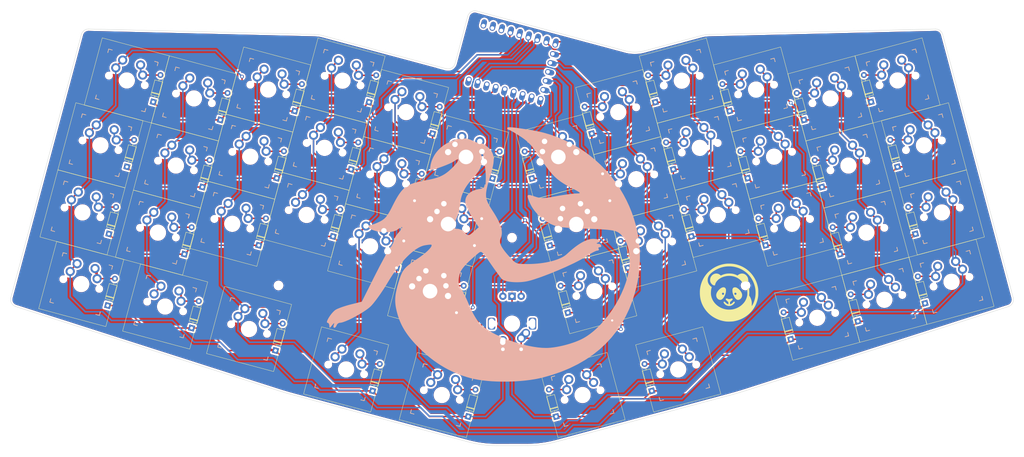
<source format=kicad_pcb>
(kicad_pcb (version 20221018) (generator pcbnew)
  (layers (0 "F.Cu" signal) (31 "B.Cu" signal) (34 "B.Paste" user) (35 "F.Paste" user) (36 "B.SilkS" user "B.Silkscreen") (37 "F.SilkS" user "F.Silkscreen") (38 "B.Mask" user) (39 "F.Mask" user) (44 "Edge.Cuts" user))
  (net 0 "")
  (net 1 "L0")
  (net 2 "Net-(D1-A)")
  (net 3 "Net-(D2-A)")
  (net 4 "Net-(D3-A)")
  (net 5 "Net-(D4-A)")
  (net 6 "Net-(D5-A)")
  (net 7 "Net-(D6-A)")
  (net 8 "L1")
  (net 9 "Net-(D7-A)")
  (net 10 "Net-(D8-A)")
  (net 11 "Net-(D9-A)")
  (net 12 "Net-(D10-A)")
  (net 13 "Net-(D11-A)")
  (net 14 "Net-(D12-A)")
  (net 15 "L2")
  (net 16 "Net-(D13-A)")
  (net 17 "Net-(D14-A)")
  (net 18 "Net-(D15-A)")
  (net 19 "Net-(D16-A)")
  (net 20 "Net-(D17-A)")
  (net 21 "Net-(D18-A)")
  (net 22 "L3")
  (net 23 "Net-(D19-A)")
  (net 24 "Net-(D20-A)")
  (net 25 "Net-(D21-A)")
  (net 26 "Net-(D22-A)")
  (net 27 "Net-(D23-A)")
  (net 28 "Net-(D24-A)")
  (net 29 "L4")
  (net 30 "Net-(D25-A)")
  (net 31 "Net-(D26-A)")
  (net 32 "Net-(D27-A)")
  (net 33 "Net-(D28-A)")
  (net 34 "Net-(D29-A)")
  (net 35 "Net-(D30-A)")
  (net 36 "L5")
  (net 37 "Net-(D31-A)")
  (net 38 "Net-(D32-A)")
  (net 39 "Net-(D33-A)")
  (net 40 "Net-(D34-A)")
  (net 41 "Net-(D35-A)")
  (net 42 "Net-(D36-A)")
  (net 43 "L6")
  (net 44 "Net-(D37-A)")
  (net 45 "Net-(D38-A)")
  (net 46 "Net-(D39-A)")
  (net 47 "Net-(D40-A)")
  (net 48 "Net-(D41-A)")
  (net 49 "L7")
  (net 50 "Net-(D42-A)")
  (net 51 "Net-(D43-A)")
  (net 52 "Net-(D44-A)")
  (net 53 "Net-(D45-A)")
  (net 54 "Net-(D46-A)")
  (net 55 "C0")
  (net 56 "C1")
  (net 57 "C2")
  (net 58 "C3")
  (net 59 "C4")
  (net 60 "C5")
  (net 65 "Net-(U1-GND)")
  (net 67 "Net-(U1-10)")
  (net 69 "Net-(U1-12)")
  (footprint "lib:SW_MX_reversible" (layer "F.Cu") (at 297.0529 111.9072 15)
    (fp_text reference "MX11" hide)
    (fp_text value "MX" hide)
  )
  (footprint "lib:SW_MX_reversible" (layer "F.Cu") (at 293.453 171.8825 15)
    (fp_text reference "MX44" hide)
    (fp_text value "MX" hide)
  )
  (footprint "lib:SW_MX_reversible" (layer "F.Cu") (at 115.1575 168.809 -15)
    (fp_text reference "MX38" hide)
    (fp_text value "MX" hide)
  )
  (footprint "Diode_THT:D_DO-35_SOD27_P7.62mm_Horizontal" (layer "F.Cu") (at 178.4255 158.2336 75)
    (fp_text reference "D29" hide)
    (fp_text value "1N4148" hide)
  )
  (footprint "Diode_THT:D_DO-35_SOD27_P7.62mm_Horizontal" (layer "F.Cu") (at 99.7705 148.9602 75)
    (fp_text reference "D25" hide)
    (fp_text value "1N4148" hide)
  )
  (footprint "Diode_THT:D_DO-35_SOD27_P7.62mm_Horizontal" (layer "F.Cu") (at 289.8287 117.7873 105)
    (fp_text reference "D11" hide)
    (fp_text value "1N4148" hide)
  )
  (footprint "Diode_THT:D_DO-35_SOD27_P7.62mm_Horizontal" (layer "F.Cu") (at 111.8997 112.8698 75)
    (fp_text reference "D1" hide)
    (fp_text value "1N4148" hide)
  )
  (footprint "lib:SW_MX_reversible" (layer "F.Cu") (at 261.3313 125.4128 15)
    (fp_text reference "MX21" hide)
    (fp_text value "MX" hide)
  )
  (footprint "lib:SW_MX_reversible" (layer "F.Cu") (at 281.6509 127.8363 15)
    (fp_text reference "MX22" hide)
    (fp_text value "MX" hide)
  )
  (footprint "lib:SW_MX_reversible" (layer "F.Cu") (at 330.1582 162.0474 15)
    (fp_text reference "MX46" hide)
    (fp_text value "MX" hide)
  )
  (footprint "lib:SW_MX_reversible" (layer "F.Cu") (at 143.3476 109.4837 -15)
    (fp_text reference "MX3" hide)
    (fp_text value "MX" hide)
  )
  (footprint "lib:SW_MX_reversible" (layer "F.Cu") (at 301.9705 130.2598 15)
    (fp_text reference "MX23" hide)
    (fp_text value "MX" hide)
  )
  (footprint "lib:SW_MX_reversible" (layer "F.Cu") (at 138.4301 127.8363 -15)
    (fp_text reference "MX15" hide)
    (fp_text value "MX" hide)
  )
  (footprint "lib:SW_MX_reversible" (layer "F.Cu") (at 133.5125 146.1889 -15)
    (fp_text reference "MX27" hide)
    (fp_text value "MX" hide)
  )
  (footprint "lib:SW_MX_reversible" (layer "F.Cu") (at 92.5462 143.0801 -15)
    (fp_text reference "MX25" hide)
    (fp_text value "MX" hide)
  )
  (footprint "Diode_THT:D_DO-35_SOD27_P7.62mm_Horizontal" (layer "F.Cu") (at 225.2699 170.4922 105)
    (fp_text reference "D31" hide)
    (fp_text value "1N4148" hide)
  )
  (footprint "lib:SW_MX_reversible" (layer "F.Cu") (at 192.5043 146.2595 -15)
    (fp_text reference "MX18" hide)
    (fp_text value "MX" hide)
  )
  (footprint "lib:SW_MX_reversible" (layer "F.Cu") (at 153.8321 143.7654 -15)
    (fp_text reference "MX28" hide)
    (fp_text value "MX" hide)
  )
  (footprint "lib:SW_MX_reversible" (layer "F.Cu") (at 118.1104 130.2598 -15)
    (fp_text reference "MX14" hide)
    (fp_text value "MX" hide)
  )
  (footprint "lib:SW_MX_reversible" (layer "F.Cu") (at 97.4638 124.7275 -15)
    (fp_text reference "MX13" hide)
    (fp_text value "MX" hide)
  )
  (footprint "Diode_THT:D_DO-35_SOD27_P7.62mm_Horizontal" (layer "F.Cu") (at 222.0606 198.8905 105)
    (fp_text reference "D42" hide)
    (fp_text value "1N4148" hide)
  )
  (footprint "lib:SW_MX_reversible" (layer "F.Cu") (at 176.1187 134.0009 -15)
    (fp_text reference "MX17" hide)
    (fp_text value "MX" hide)
  )
  (footprint "lib:SW_MX_reversible" (layer "F.Cu") (at 322.6172 124.7275 15)
    (fp_text reference "MX24" hide)
    (fp_text value "MX" hide)
  )
  (footprint "Diode_THT:D_DO-35_SOD27_P7.62mm_Horizontal" (layer "F.Cu") (at 150.5719 115.3638 75)
    (fp_text reference "D3" hide)
    (fp_text value "1N4148" hide)
  )
  (footprint "lib:SW_MX_reversible" (layer "F.Cu") (at 232.4942 164.6121 15)
    (fp_text reference "MX31" hide)
    (fp_text value "MX" hide)
  )
  (footprint "lib:SW_MX_reversible" (layer "F.Cu") (at 286.5684 146.1889 15)
    (fp_text reference "MX34" hide)
    (fp_text value "MX" hide)
  )
  (footprint "lib:EC11-MX-Alps" (layer "F.Cu") (at 210 173.5 180)
    (fp_text reference "SW1" hide)
    (fp_text value "EC11-MX-Alps" hide)
  )
  (footprint "_mcu:rp2040-zero-tht" (layer "F.Cu") (at 210 102 75)
    (fp_text reference "U1" hide)
    (fp_text value "rp2040-zero" hide)
  )
  (footprint "lib:SW_MX_reversible" (layer "F.Cu") (at 327.5347 143.0801 15)
    (fp_text reference "MX36" hide)
    (fp_text value "MX" hide)
  )
  (footprint "Diode_THT:D_DO-35_SOD27_P7.62mm_Horizontal" (layer "F.Cu") (at 199.7286 152.1396 75)
    (fp_text reference "D18" hide)
    (fp_text value "1N4148" hide)
  )
  (footprint "Diode_THT:D_DO-35_SOD27_P7.62mm_Horizontal" (layer "F.Cu") (at 299.6638 154.4925 105)
    (fp_text reference "D35" hide)
    (fp_text value "1N4148" hide)
  )
  (footprint "lib:SW_MX_reversible" (layer "F.Cu") (at 197.4219 127.9069 -15)
    (fp_text reference "MX6" hide)
    (fp_text value "MX" hide)
  )
  (footprint "lib:SW_MX_reversible" (layer "F.Cu") (at 123.028 111.9072 -15)
    (fp_text reference "MX2" hide)
    (fp_text value "MX" hide)
  )
  (footprint "Diode_THT:D_DO-35_SOD27_P7.62mm_Horizontal" (layer "F.Cu") (at 120.4171 154.4925 75)
    (fp_text reference "D26" hide)
    (fp_text value "1N4148" hide)
  )
  (footprint "Diode_THT:D_DO-35_SOD27_P7.62mm_Horizontal" (layer "F.Cu") (at 274.4266 133.7164 105)
    (fp_text reference "D22" hide)
    (fp_text value "1N4148" hide)
  )
  (footprint "Diode_THT:D_DO-35_SOD27_P7.62mm_Horizontal" (layer "F.Cu") (at 279.3442 152.069 105)
    (fp_text reference "D34" hide)
    (fp_text value "1N4148" hide)
  )
  (footprint "Diode_THT:D_DO-35_SOD27_P7.62mm_Horizontal" (layer "F.Cu") (at 220.3523 152.1396 105)
    (fp_text reference "D19" hide)
    (fp_text value "1N4148" hide)
  )
  (footprint "Diode_THT:D_DO-35_SOD27_P7.62mm_Horizontal" (layer "F.Cu") (at 315.3929 130.6077 105)
    (fp_text reference "D24" hide)
    (fp_text value "1N4148" hide)
  )
  (footprint "lib:SW_MX_reversible" (layer "F.Cu") (at 256.4137 107.0602 15)
    (fp_text reference "MX9" hide)
    (fp_text value "MX" hide)
  )
  (footprint "lib:SW_MX_reversible" (layer "F.Cu") (at 311.8056 166.965 15)
    (fp_text reference "MX45" hide)
    (fp_text value "MX" hide)
  )
  (footprint "lib:SW_MX_reversible" (layer "F.Cu") (at 239.0446 115.6483 15)
    (fp_text reference "MX8" hide)
    (fp_text value "MX" hide)
  )
  (footprint "Diode_THT:D_DO-35_SOD27_P7.62mm_Horizontal" (layer "F.Cu") (at 241.6555 158.2336 105)
    (fp_text reference "D32" hide)
    (fp_text value "1N4148" hide)
  )
  (footprint "MountingHole:MountingHole_2.2mm_M2" (layer "F.Cu") (at 210 150)
    (fp_text reference "H1" hide)
    (fp_text value "MountingHole" hide)
  )
  (footprint "MountingHole:MountingHole_2.2mm_M2" (layer "F.Cu") (at 146.152848 163.05922)
    (fp_text reference "H3" hide)
    (fp_text value "MountingHole" hide)
  )
  (footprint "Diode_THT:D_DO-35_SOD27_P7.62mm_Horizontal" (layer "F.Cu") (at 99.4411 168.5422 75)
    (fp_text reference "D37" hide)
    (fp_text value "1N4148" hide)
  )
  (footprint "Diode_THT:D_DO-35_SOD27_P7.62mm_Horizontal" (layer "F.Cu") (at 204.6461 133.7871 75)
    (fp_text reference "D6" hide)
    (fp_text value "1N4148" hide)
  )
  (footprint "Diode_THT:D_DO-35_SOD27_P7.62mm_Horizontal" (layer "F.Cu") (at 231.8203 121.5285 105)
    (fp_text reference "D8" hide)
    (fp_text value "1N4148" hide)
  )
  (footprint "lib:SW_MX_reversible" (layer "F.Cu") (at 306.8881 148.6124 15)
    (fp_text reference "MX35" hide)
    (fp_text value "MX" hide)
  )
  (footprint "Diode_THT:D_DO-35_SOD27_P7.62mm_Horizontal" (layer "F.Cu") (at 308.1812 112.8698 105)
    (fp_text reference "D12" hide)
    (fp_text value "1N4148" hide)
  )
  (footprint "Diode_THT:D_DO-35_SOD27_P7.62mm_Horizontal" (layer "F.Cu") (at 304.5813 172.8451 105)
    (fp_text reference "D45" hide)
    (fp_text value "1N4148" hide)
  )
  (footprint "Diode_THT:D_DO-35_SOD27_P7.62mm_Horizontal" (layer "F.Cu") (at 170.8915 112.9404 75)
    (fp_text reference "D4" hide)
    (fp_text value "1N4148" hide)
  )
  (footprint "lib:SW_MX_reversible" (layer "F.Cu") (at 113.1929 148.6124 -15)
    (fp_text reference "MX26" hide)
    (fp_text value "MX" hide)
  )
  (footprint "lib:SW_MX_reversible" (layer "F.Cu") (at 229.2848 193.0104 15)
    (fp_text reference "MX42" hide)
    (fp_text value "MX" hide)
  )
  (footprint "lib:SW_MX_reversible" (layer "F.Cu") (at 158.7497 125.4128 -15)
    (fp_text reference "MX16" hide)
    (fp_text value "MX" hide)
  )
  (footprint "lib:SW_MX_reversible" (layer "F.Cu") (at 171.2012 152.3535 -15)
    (fp_text reference "MX29" hide)
    (fp_text value "MX" hide)
  )
  (footprint "lib:SW_MX_reversible" (layer "F.Cu") (at 190.7961 193.0104 -15)
    (fp_text reference "MX41" hide)
    (fp_text value "MX" hide)
  )
  (footprint "Diode_THT:D_DO-35_SOD27_P7.62mm_Horizontal" (layer "F.Cu") (at 183.343 139.881 75)
    (fp_text reference "D17" hide)
    (fp_text value "1N4148" hide)
  )
  (footprint "Diode_THT:D_DO-35_SOD27_P7.62mm_Horizontal" (layer "F.Cu") (at 254.107 131.293 105)
    (fp_text reference "D21" hide)
    (fp_text value "1N4148" hide)
  )
  (footprint "Diode_THT:D_DO-35_SOD27_P7.62mm_Horizontal" (layer "F.Cu") (at 249.1894 112.9404 105)
    (fp_text reference "D9" hide)
    (fp_text value "1N4148" hide)
  )
  (footprint "lib:SW_MX_reversible" (layer "F.Cu") (at 187.5868 164.6121 -15)
    (fp_text reference "MX30" hide)
    (fp_text value "MX" hide)
  )
  (footprint "lib:SW_MX_reversible" (layer "F.Cu") (at 92.2168 162.6621 -15)
    (fp_text reference "MX37" hide)
    (fp_text value "MX" hide)
  )
  (footprint "Diode_THT:D_DO-35_SOD27_P7.62mm_Horizontal" (layer "F.Cu") (at 130.2523 117.7873 75)
    (fp_text reference "D2" hide)
    (fp_text value "1N4148" hide)
  )
  (footprint "Diode_THT:D_DO-35_SOD27_P7.62mm_Horizontal" (layer "F.Cu") (at 194.811 170.4922 75)
    (fp_text reference "D30" hide)
    (fp_text value "1N4148" hide)
  )
  (footprint "Diode_THT:D_DO-35_SOD27_P7.62mm_Horizontal" (layer "F.Cu") (at 320.3104 148.9602 105)
    (fp_text reference "D36" hide)
    (fp_text value "1N4148" hide)
  )
  (footprint "Diode_THT:D_DO-35_SOD27_P7.62mm_Horizontal" (layer "F.Cu") (at 145.3225 180.8361 75)
    (fp_text reference "D39" hide)
    (fp_text value "1N4148" hide)
  )
  (footprint "lib:SW_MX_reversible" (layer "F.Cu") (at 164.6436 186.0029 -15)
    (fp_text reference "MX40" hide)
    (fp_text value "MX" hide)
  )
  (footprint "Diode_THT:D_DO-35_SOD27_P7.62mm_Horizontal" (layer "F.Cu") (at 198.0204 198.8905 75)
    (fp_text reference "D41" hide)
    (fp_text value "1N4148" hide)
  )
  (footprint "Diode_THT:D_DO-35_SOD27_P7.62mm_Horizontal" (layer "F.Cu") (at 125.3347 136.1399 75)
    (fp_text reference "D14" hide)
    (fp_text value "1N4148" hide)
  )
  (footprint "lib:SW_MX_reversible" (layer "F.Cu") (at 276.7333 109.4837 15)
    (fp_text reference "MX10" hide)
    (fp_text value "MX" hide)
  )
  (footprint "Diode_THT:D_DO-35_SOD27_P7.62mm_Horizontal" (layer "F.Cu") (at 236.7379 139.881 105)
    (fp_text reference "D20" hide)
    (fp_text value "1N4148" hide)
  )
  (footprint "lib:SW_MX_reversible" (layer "F.Cu") (at 227.5766 146.2595 15)
    (fp_text reference "MX19" hide)
    (fp_text value "MX" hide)
  )
  (footprint "Diode_THT:D_DO-35_SOD27_P7.62mm_Horizontal" (layer "F.Cu") (at 322.9339 167.9275 105)
    (fp_text reference "D46" hide)
    (fp_text value "1N4148" hide)
  )
  (footprint "lib:SW_MX_reversible" (layer "F.Cu") (at 104.6754 106.9896 -15)
    (fp_text reference "MX1" hide)
    (fp_text value "MX" hide)
  )
  (footprint "Diode_THT:D_DO-35_SOD27_P7.62mm_Horizontal" (layer "F.Cu") (at 122.3818 174.6892 75)
    (fp_text reference "D38" hide)
    (fp_text value "1N4148" hide)
  )
  (footprint "lib:SW_MX_reversible" (layer "F.Cu") (at 266.2488 143.7654 15)
    (fp_text reference "MX33" hide)
    (fp_text value "MX" hide)
  )
  (footprint "MountingHole:MountingHole_2.2mm_M2" (layer "F.Cu") (at 273.847152 163.05922)
    (fp_text reference "H2" hide)
    (fp_text value "MountingHole" hide)
  )
  (footprint "Diode_THT:D_DO-35_SOD27_P7.62mm_Horizontal" (layer "F.Cu") (at 188.2606 121.5285 75)
    (fp_text reference "D5" hide)
    (fp_text value "1N4148" hide)
  )
  (footprint "Diode_THT:D_DO-35_SOD27_P7.62mm_Horizontal" (layer "F.Cu") (at 215.4348 133.7871 105)
    (fp_text reference "D7" hide)
    (fp_text value "1N4148" hide)
  )
  (footprint "lib:SW_MX_reversible" (layer "F.Cu") (at 315.4055 106.9896 15)
    (fp_text reference "MX12" hide)
    (fp_text value "MX" hide)
  )
  (footprint "Diode_THT:D_DO-35_SOD27_P7.62mm_Horizontal" (layer "F.Cu") (at 165.9739 131.293 75)
    (fp_text reference "D16" hide)
    (fp_text value "1N4148" hide)
  )
  (footprint "lib:SW_MX_reversible" (layer "F.Cu") (at 222.6591 127.9069 15)
    (fp_text reference "MX7" hide)
    (fp_text value "MX" hide)
  )
  (footprint "Diode_THT:D_DO-35_SOD27_P7.62mm_Horizontal" (layer "F.Cu") (at 259.0246 149.6456 105)
    (fp_text reference "D33" hide)
    (fp_text value "1N4148" hide)
  )
  (footprint "Diode_THT:D_DO-35_SOD27_P7.62mm_Horizontal" (layer "F.Cu") (at 286.2288 177.7627 105)
    (fp_text reference "D44" hide)
    (fp_text value "1N4148" hide)
  )
  (footprint "lib:SW_MX_reversible" (layer "F.Cu") (at 138.0983 174.956 -15)
    (fp_text reference "MX39" hide)
    (fp_text value "MX" hide)
  )
  (footprint "Diode_THT:D_DO-35_SOD27_P7.62mm_Horizontal" (layer "F.Cu") (at 140.7368 152.069 75)
    (fp_text reference "D27" hide)
    (fp_text value "1N4148" hide)
  )
  (footprint "Diode_THT:D_DO-35_SOD27_P7.62mm_Horizontal" (layer "F.Cu") (at 171.8679 191.883 75)
    (fp_text reference "D40" hide)
    (fp_text value "1N4148" hide)
  )
  (footprint "Diode_THT:D_DO-35_SOD27_P7.62mm_Horizontal" (layer "F.Cu") (at 161.0564 149.6456 75)
    (fp_text reference "D28" hide)
    (fp_text value "1N4148" hide)
  )
  (footprint "lib:SW_MX_reversible" (layer "F.Cu") (at 248.8797 152.3535 15)
    (fp_text reference "MX32" hide)
    (fp_text value "MX" hide)
  )
  (footprint "lib:SW_MX_reversible" (layer "F.Cu") (at 243.9622 134.0009 15)
    (fp_text reference "MX20" hide)
    (fp_text value "MX" hide)
  )
  (footprint "Diode_THT:D_DO-35_SOD27_P7.62mm_Horizontal" (layer "F.Cu") (at 269.509 115.3638 105)
    (fp_text reference "D10" hide)
    (fp_text value "1N4148" hide)
  )
  (footprint "Diode_THT:D_DO-35_SOD27_P7.62mm_Horizontal" (layer "F.Cu") (at 104.688 130.6077 75)
    (fp_text reference "D13" hide)
    (fp_text value "1N4148" hide)
  )
  (footprint "lib:SW_MX_reversible" (layer "F.Cu") (at 163.6672 107.0602 -15)
    (fp_text reference "MX4" hide)
    (fp_text value "MX" hide)
  )
  (footprint "lib:SW_MX_reversible" (layer "F.Cu") (at 181.0363 115.6483 -15)
    (fp_text reference "MX5" hide)
    (fp_text value "MX" hide)
  )
  (footprint "Diode_THT:D_DO-35_SOD27_P7.62mm_Horizontal" (layer "F.Cu") (at 294.7462 136.1399 105)
    (fp_text reference "D23" hide)
    (fp_text value "1N4148" hide)
  )
  (footprint "Diode_THT:D_DO-35_SOD27_P7.62mm_Horizontal" (layer "F.Cu") (at 248.213 191.883 105)
    (fp_text reference "D43" hide)
    (fp_text value "1N4148" hide)
  )
  (footprint "lib:SW_MX_reversible" (layer "F.Cu") (at 255.4373 186.0029 15)
    (fp_text reference "MX43" hide)
    (fp_text value "MX" hide)
  )
  (footprint "Diode_THT:D_DO-35_SOD27_P7.62mm_Horizontal" (layer "F.Cu") (at 145.6543 133.7164 75)
    (fp_text reference "D15" hide)
    (fp_text value "1N4148" hide)
  )
  (gr_poly (pts (xy 209.406779 119.789161) (xy 209.542521 119.793064) (xy 209.692792 119.800605) (xy 209.85821 119.811831) (xy 210.039391 119.826789) (xy 210.236953 119.845524) (xy 210.683691 119.894517) (xy 211.203362 119.959182) (xy 211.800905 120.039893) (xy 212.481259 120.137022) (xy 213.249362 120.250944) (xy 214.110155 120.38203) (xy 215.068576 120.530655) (xy 216.914114 120.868394) (xy 218.719272 121.297315) (xy 220.482063 121.814567) (xy 222.200503 122.4173) (xy 223.872605 123.102663) (xy 225.496385 123.867805) (xy 227.069856 124.709876) (xy 228.591033 125.626023) (xy 230.05793 126.613398) (xy 231.468562 127.669149) (xy 232.820942 128.790425) (xy 234.113087 129.974375) (xy 235.343009 131.21815) (xy 236.508723 132.518897) (xy 237.608244 133.873766) (xy 238.639587 135.279907) (xy 239.600764 136.734469) (xy 240.489792 138.2346) (xy 241.304684 139.777451) (xy 242.043454 141.36017) (xy 242.704118 142.979906) (xy 243.284689 144.633809) (xy 243.783181 146.319029) (xy 244.197611 148.032714) (xy 244.52599 149.772013) (xy 244.766335 151.534076) (xy 244.91666 153.316052) (xy 244.974978 155.115091) (xy 244.939304 156.92834) (xy 244.807653 158.752951) (xy 244.57804 160.586071) (xy 244.248477 162.424851) (xy 243.66039 164.874121) (xy 242.930542 167.21679) (xy 242.060012 169.451777) (xy 241.04988 171.578007) (xy 239.901223 173.594399) (xy 238.615122 175.499877) (xy 237.192655 177.293362) (xy 235.634902 178.973775) (xy 233.942942 180.54004) (xy 232.117853 181.991076) (xy 230.160715 183.325807) (xy 228.072607 184.543154) (xy 225.854608 185.642039) (xy 223.507797 186.621384) (xy 221.033253 187.480111) (xy 218.432056 188.217141) (xy 217.334955 188.470274) (xy 216.170853 188.691784) (xy 214.950309 188.881565) (xy 213.683885 189.039511) (xy 212.382143 189.165517) (xy 211.055642 189.259478) (xy 209.714944 189.321288) (xy 208.370609 189.350842) (xy 207.0332 189.348035) (xy 205.713277 189.312761) (xy 204.4214 189.244915) (xy 203.168131 189.144391) (xy 201.964031 189.011085) (xy 200.81966 188.84489) (xy 199.745581 188.645702) (xy 198.752353 188.413415) (xy 198.752351 188.413417) (xy 198.75235 188.41342) (xy 198.752348 188.413423) (xy 198.752346 188.413426) (xy 198.752344 188.413428) (xy 198.752342 188.413431) (xy 198.75234 188.413433) (xy 198.752338 188.413436) (xy 198.752336 188.413438) (xy 198.752333 188.413439) (xy 198.752331 188.413441) (xy 198.752329 188.413442) (xy 198.752327 188.413444) (xy 198.752326 188.413444) (xy 198.752325 188.413445) (xy 198.752324 188.413445) (xy 198.752323 188.413445) (xy 198.752322 188.413445) (xy 197.660674 188.106693) (xy 196.591373 187.764435) (xy 195.543409 187.386043) (xy 194.515774 186.970893) (xy 193.507459 186.518359) (xy 192.517455 186.027815) (xy 191.544754 185.498636) (xy 190.588347 184.930196) (xy 189.647224 184.32187) (xy 188.720377 183.673031) (xy 187.806798 182.983055) (xy 186.905477 182.251316) (xy 186.015405 181.477187) (xy 185.135575 180.660044) (xy 184.264976 179.799261) (xy 183.4026 178.894211) (xy 182.891842 178.329004) (xy 182.410965 177.768581) (xy 181.959119 177.211372) (xy 181.535454 176.655806) (xy 181.139119 176.100311) (xy 180.769262 175.543316) (xy 180.425034 174.98325) (xy 180.105582 174.418542) (xy 179.810058 173.847622) (xy 179.537609 173.268917) (xy 179.287385 172.680858) (xy 179.058536 172.081871) (xy 178.850209 171.470388) (xy 178.661556 170.844836) (xy 178.491724 170.203645) (xy 178.339864 169.545243) (xy 178.249021 169.088859) (xy 178.175401 168.643632) (xy 178.119378 168.205943) (xy 178.081323 167.772173) (xy 178.061609 167.338706) (xy 178.060607 166.901921) (xy 178.078691 166.458201) (xy 178.116232 166.003928) (xy 178.173602 165.535482) (xy 178.251175 165.049247) (xy 178.349321 164.541603) (xy 178.468414 164.008932) (xy 178.608826 163.447615) (xy 178.770928 162.854035) (xy 178.955094 162.224573) (xy 179.161695 161.555611) (xy 179.326508 161.049189) (xy 179.488848 160.58755) (xy 179.653458 160.165166) (xy 179.825078 159.776507) (xy 180.00845 159.416045) (xy 180.208317 159.07825) (xy 180.429418 158.757595) (xy 180.676498 158.44855) (xy 180.954296 158.145586) (xy 181.267555 157.843175) (xy 181.621016 157.535787) (xy 182.019421 157.217893) (xy 182.467512 156.883966) (xy 182.97003 156.528476) (xy 183.531717 156.145893) (xy 184.157315 155.730691) (xy 184.607719 155.427433) (xy 185.040319 155.122137) (xy 185.45283 154.817103) (xy 185.842964 154.514627) (xy 186.208436 154.217009) (xy 186.54696 153.926546) (xy 186.85625 153.645537) (xy 187.134018 153.37628) (xy 187.37798 153.121074) (xy 187.585848 152.882216) (xy 187.755337 152.662005) (xy 187.88416 152.462739) (xy 187.970031 152.286716) (xy 187.996146 152.208139) (xy 188.010665 152.136235) (xy 188.013303 152.07129) (xy 188.003774 152.013593) (xy 187.981792 151.96343) (xy 187.947072 151.92109) (xy 187.93739 151.914476) (xy 187.923542 151.908712) (xy 187.883815 151.899692) (xy 187.828814 151.893949) (xy 187.759465 151.891401) (xy 187.67669 151.891966) (xy 187.581413 151.895565) (xy 187.47456 151.902116) (xy 187.357053 151.911537) (xy 187.229817 151.923747) (xy 187.093776 151.938666) (xy 186.798973 151.976304) (xy 186.480037 152.0238) (xy 186.144361 152.080506) (xy 185.87913 152.13733) (xy 185.607493 152.214018) (xy 185.32977 152.31025) (xy 185.046281 152.425706) (xy 184.757344 152.560068) (xy 184.463279 152.713014) (xy 183.861044 153.073386) (xy 183.242131 153.504263) (xy 182.609094 154.00309) (xy 181.96449 154.56731) (xy 181.310875 155.194366) (xy 180.650803 155.881701) (xy 179.98683 156.626758) (xy 179.321511 157.426981) (xy 178.657403 158.279813) (xy 177.99706 159.182697) (xy 177.343038 160.133076) (xy 176.697893 161.128393) (xy 176.06418 162.166092) (xy 175.443133 163.18552) (xy 174.790374 164.205596) (xy 174.125438 165.199059) (xy 173.467857 166.138645) (xy 172.837164 166.997092) (xy 172.252893 167.747137) (xy 171.734577 168.361519) (xy 171.506256 168.609316) (xy 171.301748 168.812974) (xy 170.931158 169.137301) (xy 170.490179 169.482076) (xy 169.989547 169.841591) (xy 169.440002 170.210136) (xy 168.85228 170.582003) (xy 168.237119 170.951484) (xy 167.605257 171.312869) (xy 166.967432 171.660451) (xy 166.33438 171.988519) (xy 165.716839 172.291367) (xy 165.125548 172.563285) (xy 164.571243 172.798564) (xy 164.064663 172.991497) (xy 163.616544 173.136374) (xy 163.237625 173.227486) (xy 162.938643 173.259125) (xy 162.905525 173.260026) (xy 162.872142 173.262697) (xy 162.838554 173.267095) (xy 162.804817 173.273176) (xy 162.77099 173.280896) (xy 162.73713 173.29021) (xy 162.669546 173.313447) (xy 162.602526 173.342532) (xy 162.536536 173.377113) (xy 162.472037 173.416837) (xy 162.409493 173.461352) (xy 162.349367 173.510304) (xy 162.292123 173.56334) (xy 162.238223 173.620108) (xy 162.188132 173.680254) (xy 162.142311 173.743425) (xy 162.101225 173.809269) (xy 162.065337 173.877433) (xy 162.049487 173.912275) (xy 162.035109 173.947564) (xy 161.99913 174.035459) (xy 161.961251 174.117062) (xy 161.921737 174.19241) (xy 161.880855 174.261544) (xy 161.838868 174.324502) (xy 161.796042 174.381324) (xy 161.752643 174.432048) (xy 161.708935 174.476714) (xy 161.665183 174.515361) (xy 161.621654 174.548028) (xy 161.578611 174.574754) (xy 161.536321 174.595578) (xy 161.495048 174.610539) (xy 161.455057 174.619677) (xy 161.416614 174.62303) (xy 161.379984 174.620637) (xy 161.345432 174.612539) (xy 161.313224 174.598773) (xy 161.283623 174.579379) (xy 161.256896 174.554397) (xy 161.233308 174.523864) (xy 161.213124 174.487821) (xy 161.196609 174.446306) (xy 161.184028 174.399358) (xy 161.175647 174.347017) (xy 161.17173 174.289322) (xy 161.172543 174.226312) (xy 161.17835 174.158025) (xy 161.189419 174.084502) (xy 161.206012 174.005781) (xy 161.228396 173.921901) (xy 161.256835 173.832902) (xy 161.295297 173.718496) (xy 161.326175 173.619959) (xy 161.349176 173.537362) (xy 161.364008 173.47078) (xy 161.368268 173.443517) (xy 161.370377 173.420284) (xy 161.370296 173.401093) (xy 161.367989 173.38595) (xy 161.363421 173.374866) (xy 161.356553 173.367849) (xy 161.34735 173.36491) (xy 161.335775 173.366056) (xy 161.321791 173.371297) (xy 161.305362 173.380643) (xy 161.286451 173.394102) (xy 161.265021 173.411684) (xy 161.214458 173.459252) (xy 161.153381 173.523421) (xy 161.081497 173.604263) (xy 160.998512 173.701852) (xy 160.904133 173.816261) (xy 160.798068 173.947564) (xy 160.681253 174.09219) (xy 160.577279 174.217951) (xy 160.485393 174.324962) (xy 160.404841 174.413338) (xy 160.334869 174.483194) (xy 160.303615 174.511213) (xy 160.274723 174.534645) (xy 160.2481 174.553504) (xy 160.22365 174.567806) (xy 160.20128 174.577564) (xy 160.180896 174.582793) (xy 160.162403 174.583507) (xy 160.145706 174.57972) (xy 160.130713 174.571448) (xy 160.117328 174.558704) (xy 160.105458 174.541503) (xy 160.095007 174.519858) (xy 160.085882 174.493786) (xy 160.077989 174.463299) (xy 160.071234 174.428413) (xy 160.065521 174.389141) (xy 160.056849 174.297499) (xy 160.051219 174.188489) (xy 160.047877 174.062226) (xy 160.043764 173.980408) (xy 160.034855 173.900883) (xy 160.021404 173.824065) (xy 160.003663 173.750364) (xy 159.981887 173.680193) (xy 159.956327 173.613963) (xy 159.927238 173.552086) (xy 159.894872 173.494974) (xy 159.859483 173.443038) (xy 159.821323 173.396692) (xy 159.780646 173.356346) (xy 159.759443 173.338551) (xy 159.737705 173.322412) (xy 159.715465 173.307978) (xy 159.692753 173.295301) (xy 159.669602 173.284434) (xy 159.646043 173.275427) (xy 159.622108 173.268332) (xy 159.597828 173.263201) (xy 159.573236 173.260084) (xy 159.548362 173.259034) (xy 159.489042 173.251136) (xy 159.443313 173.228013) (xy 159.410643 173.190526) (xy 159.390498 173.139531) (xy 159.382348 173.075887) (xy 159.385657 173.000454) (xy 159.399895 172.914088) (xy 159.424527 172.81765) (xy 159.459021 172.711997) (xy 159.502845 172.597987) (xy 159.616349 172.348334) (xy 159.760777 172.075558) (xy 159.931867 171.786526) (xy 160.125356 171.488107) (xy 160.336983 171.187169) (xy 160.562484 170.890579) (xy 160.797598 170.605205) (xy 161.038063 170.337915) (xy 161.279616 170.095576) (xy 161.399469 169.98591) (xy 161.517996 169.885058) (xy 161.634663 169.793877) (xy 161.748938 169.713227) (xy 161.86954 169.639592) (xy 162.01808 169.560118) (xy 162.192456 169.475553) (xy 162.390562 169.386645) (xy 162.849552 169.198794) (xy 163.378217 169.002554) (xy 163.959723 168.803912) (xy 164.577238 168.608854) (xy 165.213928 168.423368) (xy 165.852961 168.253441) (xy 168.929785 167.476952) (xy 172.399302 160.547753) (xy 173.815858 157.780569) (xy 175.108056 155.368455) (xy 175.662924 154.376568) (xy 176.133186 153.570671) (xy 176.501003 152.983171) (xy 176.748536 152.646477) (xy 176.838498 152.542719) (xy 176.926621 152.432587) (xy 177.01242 152.317046) (xy 177.095411 152.197063) (xy 177.175106 152.073604) (xy 177.251022 151.947633) (xy 177.322671 151.820118) (xy 177.38957 151.692025) (xy 177.451232 151.564318) (xy 177.507171 151.437965) (xy 177.556903 151.313931) (xy 177.599942 151.193182) (xy 177.635802 151.076684) (xy 177.663998 150.965402) (xy 177.684044 150.860304) (xy 177.695455 150.762354) (xy 177.709138 150.662306) (xy 177.735858 150.551056) (xy 177.774905 150.429776) (xy 177.825569 150.29964) (xy 177.887138 150.161821) (xy 177.958902 150.017492) (xy 178.040151 149.867825) (xy 178.130175 149.713995) (xy 178.228263 149.557175) (xy 178.333705 149.398536) (xy 178.44579 149.239253) (xy 178.563808 149.080498) (xy 178.687048 148.923444) (xy 178.8148 148.769265) (xy 178.946354 148.619134) (xy 179.080999 148.474223) (xy 179.319397 148.217634) (xy 179.519988 147.985892) (xy 179.683289 147.779803) (xy 179.809818 147.60017) (xy 179.859454 147.520527) (xy 179.900092 147.4478) (xy 179.931795 147.38209) (xy 179.954629 147.323496) (xy 179.968657 147.272121) (xy 179.973946 147.228064) (xy 179.970558 147.191426) (xy 179.95856 147.162308) (xy 179.938016 147.14081) (xy 179.90899 147.127034) (xy 179.871547 147.121078) (xy 179.825752 147.123045) (xy 179.771669 147.133034) (xy 179.709364 147.151147) (xy 179.638901 147.177484) (xy 179.560344 147.212145) (xy 179.473758 147.255231) (xy 179.379208 147.306843) (xy 179.166475 147.436046) (xy 178.922662 147.60056) (xy 178.648286 147.801188) (xy 178.513337 147.893377) (xy 178.361941 147.978786) (xy 178.195127 148.057448) (xy 178.013924 148.129397) (xy 177.612471 148.253295) (xy 177.165817 148.350751) (xy 176.682197 148.42204) (xy 176.169846 148.467432) (xy 175.636998 148.487202) (xy 175.09189 148.481621) (xy 174.542757 148.450963) (xy 173.997833 148.395501) (xy 173.465354 148.315506) (xy 172.953554 148.211253) (xy 172.47067 148.083013) (xy 172.024935 147.931059) (xy 171.624586 147.755664) (xy 171.444004 147.659261) (xy 171.277857 147.557101) (xy 171.081768 147.425826) (xy 170.90914 147.307034) (xy 170.759674 147.200165) (xy 170.633072 147.104662) (xy 170.529036 147.019969) (xy 170.447268 146.945526) (xy 170.414641 146.911974) (xy 170.38747 146.880776) (xy 170.378736 146.869167) (xy 194.066225 146.869167) (xy 194.066663 146.95957) (xy 194.074383 147.042344) (xy 194.089399 147.117767) (xy 194.111723 147.186117) (xy 194.141368 147.247672) (xy 194.178348 147.302707) (xy 194.222676 147.351502) (xy 194.274364 147.394332) (xy 194.333426 147.431477) (xy 194.399875 147.463212) (xy 194.473724 147.489816) (xy 194.643674 147.52874) (xy 194.84338 147.550466) (xy 195.072948 147.557215) (xy 195.186896 147.561978) (xy 195.306105 147.575951) (xy 195.429597 147.598664) (xy 195.556395 147.629647) (xy 195.68552 147.668429) (xy 195.815996 147.714539) (xy 195.946844 147.767507) (xy 196.077088 147.826861) (xy 196.205748 147.892132) (xy 196.331848 147.962848) (xy 196.45441 148.038539) (xy 196.572456 148.118735) (xy 196.685009 148.202964) (xy 196.79109 148.290756) (xy 196.889723 148.38164) (xy 196.97993 148.475146) (xy 197.162902 148.675748) (xy 197.326708 148.84916) (xy 197.402548 148.925573) (xy 197.474944 148.995075) (xy 197.544348 149.057626) (xy 197.611208 149.113188) (xy 197.675973 149.161723) (xy 197.739095 149.203194) (xy 197.801021 149.237561) (xy 197.862203 149.264787) (xy 197.923088 149.284834) (xy 197.984127 149.297662) (xy 198.04577 149.303235) (xy 198.108466 149.301514) (xy 198.172665 149.292461) (xy 198.238816 149.276037) (xy 198.307369 149.252205) (xy 198.378773 149.220926) (xy 198.453478 149.182162) (xy 198.531934 149.135875) (xy 198.61459 149.082026) (xy 198.701895 149.020578) (xy 198.794301 148.951493) (xy 198.892255 148.874732) (xy 199.106608 148.698029) (xy 199.348552 148.490165) (xy 199.621684 148.250834) (xy 199.621547 148.250849) (xy 200.886409 147.137629) (xy 199.047839 144.293025) (xy 198.854481 143.987371) (xy 198.667938 143.67966) (xy 198.318423 143.065112) (xy 198.005542 142.463483) (xy 197.735542 141.888874) (xy 197.618573 141.616108) (xy 197.514667 141.355384) (xy 197.424605 141.108467) (xy 197.349166 140.877117) (xy 197.289133 140.663097) (xy 197.245285 140.468171) (xy 197.218404 140.294101) (xy 197.20927 140.142649) (xy 197.213396 139.980552) (xy 197.225703 139.821022) (xy 197.246085 139.66416) (xy 197.274438 139.510063) (xy 197.310654 139.358831) (xy 197.354628 139.210563) (xy 197.406255 139.065356) (xy 197.465428 138.923311) (xy 197.532043 138.784525) (xy 197.605992 138.649098) (xy 197.68717 138.517128) (xy 197.775472 138.388714) (xy 197.870791 138.263955) (xy 197.973023 138.14295) (xy 198.08206 138.025798) (xy 198.197798 137.912596) (xy 198.32013 137.803445) (xy 198.448951 137.698443) (xy 198.584156 137.597689) (xy 198.725637 137.501281) (xy 198.87329 137.409318) (xy 199.027008 137.3219) (xy 199.186686 137.239124) (xy 199.352218 137.161091) (xy 199.523499 137.087897) (xy 199.700422 137.019643) (xy 199.882882 136.956428) (xy 200.070773 136.898349) (xy 200.263989 136.845506) (xy 200.462424 136.797997) (xy 200.665973 136.755921) (xy 200.87453 136.719378) (xy 201.181441 136.668855) (xy 201.45258 136.619831) (xy 201.690279 136.569933) (xy 201.896871 136.51679) (xy 201.989231 136.48826) (xy 202.074689 136.458029) (xy 202.153536 136.4258) (xy 202.226065 136.391277) (xy 202.292566 136.354163) (xy 202.353331 136.314161) (xy 202.408651 136.270976) (xy 202.45882 136.224311) (xy 202.504127 136.173868) (xy 202.544864 136.119352) (xy 202.581323 136.060466) (xy 202.613796 135.996913) (xy 202.642574 135.928397) (xy 202.667949 135.854621) (xy 202.690212 135.775288) (xy 202.709655 135.690103) (xy 202.741245 135.500988) (xy 202.765054 135.284903) (xy 202.783414 135.039475) (xy 202.798656 134.762333) (xy 202.813029 134.409643) (xy 202.822383 134.044398) (xy 202.826806 133.677182) (xy 202.826386 133.318579) (xy 202.821209 132.979171) (xy 202.811364 132.669542) (xy 202.796938 132.400275) (xy 202.778018 132.181953) (xy 202.64633 130.952371) (xy 202.473689 129.285133) (xy 202.423442 128.871797) (xy 202.357812 128.455618) (xy 202.279578 128.04789) (xy 202.191514 127.65991) (xy 202.096399 127.302971) (xy 201.997009 126.988369) (xy 201.946579 126.850474) (xy 201.896121 126.727399) (xy 201.845983 126.620556) (xy 201.796512 126.531357) (xy 201.733273 126.431994) (xy 201.704358 126.389601) (xy 201.677235 126.352124) (xy 201.651895 126.319607) (xy 201.62833 126.292093) (xy 201.60653 126.269626) (xy 201.586489 126.252248) (xy 201.568196 126.240003) (xy 201.551644 126.232934) (xy 201.544018 126.231354) (xy 201.536823 126.231085) (xy 201.53006 126.232131) (xy 201.523727 126.234498) (xy 201.517822 126.238192) (xy 201.512345 126.243217) (xy 201.502669 126.257286) (xy 201.494692 126.276747) (xy 201.488403 126.301643) (xy 201.483796 126.332019) (xy 201.480861 126.367917) (xy 201.479589 126.409381) (xy 201.479973 126.456454) (xy 201.482003 126.509178) (xy 201.485672 126.567598) (xy 201.497889 126.701698) (xy 201.516556 126.859098) (xy 201.541605 127.040145) (xy 201.572968 127.245184) (xy 201.610576 127.474564) (xy 201.680025 127.936598) (xy 201.72663 128.371823) (xy 201.748754 128.784432) (xy 201.744761 129.178614) (xy 201.713013 129.558561) (xy 201.686219 129.744507) (xy 201.651873 129.928465) (xy 201.60977 130.11096) (xy 201.559706 130.292516) (xy 201.501476 130.473657) (xy 201.434875 130.654906) (xy 201.359698 130.836788) (xy 201.275742 131.019826) (xy 201.080672 131.391467) (xy 200.848026 131.77402) (xy 200.57617 132.171676) (xy 200.263466 132.588627) (xy 199.908277 133.029063) (xy 199.508967 133.497176) (xy 199.063899 133.997158) (xy 198.666061 134.450079) (xy 198.295326 134.90045) (xy 197.951489 135.348731) (xy 197.634341 135.795386) (xy 197.343676 136.240875) (xy 197.079288 136.685661) (xy 196.840968 137.130204) (xy 196.62851 137.574966) (xy 196.441707 138.02041) (xy 196.280351 138.466996) (xy 196.144237 138.915186) (xy 196.033156 139.365443) (xy 195.946903 139.818226) (xy 195.885269 140.274) (xy 195.848048 140.733224) (xy 195.835033 141.19636) (xy 195.830063 141.330205) (xy 195.81599 141.480664) (xy 195.793282 141.646089) (xy 195.762405 141.824833) (xy 195.723826 142.015249) (xy 195.678012 142.21569) (xy 195.62543 142.424508) (xy 195.566546 142.640057) (xy 195.43174 143.084759) (xy 195.27733 143.536618) (xy 195.19394 143.761113) (xy 195.107049 143.982456) (xy 195.017124 144.199001) (xy 194.924632 144.409098) (xy 194.717265 144.873541) (xy 194.538295 145.291935) (xy 194.387826 145.6665) (xy 194.265963 145.999456) (xy 194.172811 146.293021) (xy 194.108474 146.549416) (xy 194.073056 146.770859) (xy 194.066225 146.869167) (xy 170.378736 146.869167) (xy 170.365716 146.851862) (xy 170.349343 146.825162) (xy 170.338313 146.800606) (xy 170.33259 146.778125) (xy 170.332135 146.757649) (xy 170.336912 146.739109) (xy 170.346883 146.722434) (xy 170.362012 146.707555) (xy 170.38226 146.694403) (xy 170.40759 146.682907) (xy 170.437966 146.672997) (xy 170.47335 146.664605) (xy 170.558992 146.652093) (xy 170.664219 146.644813) (xy 170.788733 146.642207) (xy 170.889367 146.636955) (xy 171.007191 146.622164) (xy 171.140742 146.598323) (xy 171.288557 146.565922) (xy 171.449173 146.525449) (xy 171.621127 146.477394) (xy 171.802956 146.422247) (xy 171.993197 146.360497) (xy 172.393063 146.219144) (xy 172.80902 146.057251) (xy 173.229365 145.878732) (xy 173.437525 145.784462) (xy 173.642393 145.687502) (xy 173.941089 145.538013) (xy 174.216919 145.388508) (xy 174.472695 145.235681) (xy 174.711229 145.076225) (xy 174.935331 144.906834) (xy 175.04285 144.817379) (xy 175.147814 144.724201) (xy 175.250577 144.626885) (xy 175.351489 144.525019) (xy 175.450902 144.418189) (xy 175.549167 144.305982) (xy 175.74366 144.063783) (xy 175.93778 143.795116) (xy 176.134336 143.496674) (xy 176.336143 143.16515) (xy 176.546009 142.797237) (xy 176.766748 142.38963) (xy 177.00117 141.939021) (xy 177.252088 141.442103) (xy 177.737049 140.487244) (xy 178.192567 139.632711) (xy 178.627852 138.871445) (xy 179.052118 138.196385) (xy 179.474577 137.600473) (xy 179.688006 137.32999) (xy 179.904439 137.076648) (xy 180.125025 136.839562) (xy 180.350917 136.617851) (xy 180.583266 136.410632) (xy 180.823224 136.217022) (xy 181.071941 136.03614) (xy 181.33057 135.867103) (xy 181.600263 135.709028) (xy 181.882169 135.561033) (xy 182.177442 135.422236) (xy 182.487232 135.291753) (xy 183.154972 135.052204) (xy 183.894599 134.835325) (xy 184.715326 134.634057) (xy 185.626366 134.441342) (xy 186.63693 134.250118) (xy 187.281471 134.127905) (xy 187.880072 134.002509) (xy 188.436881 133.871912) (xy 188.956046 133.734091) (xy 189.441715 133.587029) (xy 189.898037 133.428704) (xy 190.329159 133.257096) (xy 190.739231 133.070187) (xy 191.132401 132.865955) (xy 191.512816 132.64238) (xy 191.884625 132.397443) (xy 192.251976 132.129124) (xy 192.619018 131.835402) (xy 192.989898 131.514258) (xy 193.368766 131.163672) (xy 193.759769 130.781623) (xy 194.099655 130.432633) (xy 194.399137 130.106891) (xy 194.657789 129.806414) (xy 194.875186 129.533216) (xy 195.050902 129.289312) (xy 195.184514 129.076717) (xy 195.275594 128.897447) (xy 195.305052 128.820938) (xy 195.323718 128.753515) (xy 195.331539 128.695432) (xy 195.328461 128.646938) (xy 195.314432 128.608287) (xy 195.289398 128.57973) (xy 195.253305 128.561519) (xy 195.206102 128.553906) (xy 195.147734 128.557142) (xy 195.078149 128.571481) (xy 194.997294 128.597172) (xy 194.905114 128.634469) (xy 194.686572 128.744887) (xy 194.422096 128.904749) (xy 194.111263 129.116069) (xy 193.883532 129.260543) (xy 193.583974 129.423411) (xy 193.222968 129.600848) (xy 192.81089 129.789031) (xy 191.875031 130.182336) (xy 190.859419 130.572734) (xy 189.847075 130.929631) (xy 188.92102 131.222434) (xy 188.516295 131.335241) (xy 188.164276 131.420551) (xy 187.875339 131.474542) (xy 187.659864 131.493389) (xy 187.649824 131.491448) (xy 187.64068 131.485689) (xy 187.632426 131.476208) (xy 187.625055 131.463098) (xy 187.618562 131.446456) (xy 187.612941 131.426376) (xy 187.608185 131.402953) (xy 187.604289 131.376284) (xy 187.599053 131.313582) (xy 187.597184 131.239033) (xy 187.598634 131.153396) (xy 187.603357 131.057433) (xy 187.611303 130.951904) (xy 187.622425 130.83757) (xy 187.636676 130.715193) (xy 187.654008 130.585533) (xy 187.674373 130.449351) (xy 187.697722 130.307407) (xy 187.724009 130.160464) (xy 187.753186 130.009281) (xy 187.866168 129.528393) (xy 188.010815 129.05456) (xy 188.18606 128.589082) (xy 188.390839 128.13326) (xy 188.624087 127.688395) (xy 188.884737 127.255788) (xy 189.171724 126.836741) (xy 189.483983 126.432555) (xy 189.820448 126.044531) (xy 190.180053 125.673969) (xy 190.561733 125.322172) (xy 190.964423 124.99044) (xy 191.387056 124.680074) (xy 191.828568 124.392376) (xy 192.287893 124.128646) (xy 192.763965 123.890186) (xy 193.267589 123.664426) (xy 193.751529 123.465633) (xy 194.217128 123.293718) (xy 194.665731 123.148592) (xy 195.098681 123.030167) (xy 195.517322 122.938354) (xy 195.922998 122.873064) (xy 196.317052 122.834209) (xy 196.700829 122.8217) (xy 197.075671 122.835449) (xy 197.442924 122.875366) (xy 197.80393 122.941363) (xy 198.160034 123.033352) (xy 198.512579 123.151243) (xy 198.862908 123.294948) (xy 199.212367 123.464379) (xy 199.350958 123.53422) (xy 199.494832 123.602102) (xy 199.642854 123.667675) (xy 199.793886 123.730587) (xy 200.100443 123.847019) (xy 200.405417 123.948588) (xy 200.55447 123.99292) (xy 200.699721 124.032482) (xy 200.840033 124.066921) (xy 200.974271 124.095887) (xy 201.101298 124.119028) (xy 201.219979 124.135993) (xy 201.329178 124.146429) (xy 201.42776 124.149986) (xy 201.475687 124.151741) (xy 201.526479 124.156947) (xy 201.636087 124.177368) (xy 201.755434 124.210564) (xy 201.883369 124.255846) (xy 202.018745 124.312526) (xy 202.160411 124.379917) (xy 202.307217 124.45733) (xy 202.458014 124.544077) (xy 202.611652 124.639472) (xy 202.766982 124.742826) (xy 202.922854 124.853451) (xy 203.078118 124.97066) (xy 203.231625 125.093765) (xy 203.382226 125.222077) (xy 203.52877 125.354909) (xy 203.670108 125.491573) (xy 203.818251 125.644333) (xy 203.95746 125.797678) (xy 204.087761 125.952064) (xy 204.209181 126.107948) (xy 204.321749 126.265788) (xy 204.425491 126.42604) (xy 204.520434 126.589162) (xy 204.606606 126.755611) (xy 204.684034 126.925843) (xy 204.752746 127.100316) (xy 204.812768 127.279487) (xy 204.864128 127.463812) (xy 204.906853 127.65375) (xy 204.94097 127.849756) (xy 204.966507 128.052288) (xy 204.983491 128.261803) (xy 204.991949 128.478759) (xy 204.991909 128.703611) (xy 204.983397 128.936817) (xy 204.966442 129.178835) (xy 204.941069 129.430121) (xy 204.907308 129.691132) (xy 204.814725 130.244158) (xy 204.688911 130.841569) (xy 204.530085 131.487022) (xy 204.338465 132.184174) (xy 204.114268 132.936679) (xy 203.545857 134.834252) (xy 203.326029 135.633143) (xy 203.150161 136.348073) (xy 203.019031 136.99102) (xy 202.93342 137.57396) (xy 202.894106 138.108871) (xy 202.90187 138.60773) (xy 202.92365 138.847383) (xy 202.957491 139.082514) (xy 203.06175 139.5452) (xy 203.215425 140.007767) (xy 203.419297 140.48219) (xy 203.674146 140.980447) (xy 203.98075 141.514515) (xy 204.33989 142.096372) (xy 204.752345 142.737994) (xy 205.166897 143.389291) (xy 205.542018 144.008465) (xy 205.878147 144.597028) (xy 206.175722 145.156494) (xy 206.435181 145.688379) (xy 206.656964 146.194196) (xy 206.841508 146.675458) (xy 206.989251 147.133681) (xy 207.100633 147.570377) (xy 207.176092 147.987062) (xy 207.216067 148.385249) (xy 207.220995 148.766452) (xy 207.191315 149.132185) (xy 207.127465 149.483962) (xy 207.029885 149.823298) (xy 206.899013 150.151705) (xy 206.848573 150.270875) (xy 206.805712 150.390737) (xy 206.770576 150.511575) (xy 206.74331 150.633668) (xy 206.724059 150.757299) (xy 206.712967 150.882747) (xy 206.710181 151.010295) (xy 206.715845 151.140223) (xy 206.730104 151.272814) (xy 206.753104 151.408346) (xy 206.78499 151.547103) (xy 206.825906 151.689366) (xy 206.875998 151.835414) (xy 206.935411 151.98553) (xy 207.00429 152.139995) (xy 207.082781 152.29909) (xy 207.171028 152.463096) (xy 207.269177 152.632294) (xy 207.377372 152.806965) (xy 207.495759 152.987391) (xy 207.763689 153.366632) (xy 208.074128 153.772264) (xy 208.428237 154.206539) (xy 208.827177 154.671704) (xy 209.272109 155.17001) (xy 209.764194 155.703705) (xy 210 155.953125) (xy 210.216378 156.173139) (xy 210.419024 156.365574) (xy 210.516977 156.452021) (xy 210.613634 156.532258) (xy 210.709706 156.606513) (xy 210.805905 156.675015) (xy 210.902943 156.737992) (xy 211.001533 156.795672) (xy 211.102387 156.848284) (xy 211.206216 156.896056) (xy 211.313732 156.939216) (xy 211.425649 156.977993) (xy 211.542677 157.012614) (xy 211.665529 157.043309) (xy 211.794917 157.070304) (xy 211.931553 157.09383) (xy 212.076149 157.114113) (xy 212.229418 157.131383) (xy 212.39207 157.145867) (xy 212.564819 157.157794) (xy 212.943454 157.17489) (xy 213.371019 157.184496) (xy 213.85321 157.188439) (xy 214.395725 157.188546) (xy 215.249245 157.17391) (xy 216.09336 157.134495) (xy 216.924593 157.071189) (xy 217.739467 156.984878) (xy 218.534506 156.87645) (xy 219.306233 156.746791) (xy 220.051173 156.596789) (xy 220.765848 156.427331) (xy 221.446783 156.239303) (xy 222.090502 156.033592) (xy 222.693526 155.811086) (xy 223.252382 155.572672) (xy 223.763591 155.319236) (xy 224.223679 155.051665) (xy 224.629167 154.770848) (xy 224.976581 154.477669) (xy 225.517277 153.978315) (xy 226.046857 153.510168) (xy 226.565079 153.073369) (xy 227.071705 152.668057) (xy 227.566494 152.29437) (xy 228.049207 151.952447) (xy 228.519604 151.642428) (xy 228.977445 151.364453) (xy 229.42249 151.118659) (xy 229.8545 150.905186) (xy 230.273234 150.724174) (xy 230.678453 150.575761) (xy 231.069917 150.460086) (xy 231.447386 150.37729) (xy 231.810621 150.327509) (xy 232.159381 150.310885) (xy 232.467045 150.317711) (xy 232.749101 150.337486) (xy 233.004377 150.369157) (xy 233.231701 150.411669) (xy 233.429901 150.463969) (xy 233.597804 150.525002) (xy 233.670028 150.558464) (xy 233.734239 150.593714) (xy 233.790289 150.630621) (xy 233.838033 150.669053) (xy 233.877323 150.708877) (xy 233.908014 150.749963) (xy 233.929959 150.792178) (xy 233.943011 150.83539) (xy 233.947023 150.879469) (xy 233.94185 150.924282) (xy 233.927344 150.969697) (xy 233.90336 151.015583) (xy 233.86975 151.061808) (xy 233.826368 151.10824) (xy 233.773068 151.154748) (xy 233.709703 151.201199) (xy 233.636127 151.247462) (xy 233.552193 151.293406) (xy 233.457754 151.338898) (xy 233.352664 151.383807) (xy 233.321805 151.396677) (xy 233.293487 151.409359) (xy 233.267702 151.421842) (xy 233.244439 151.434116) (xy 233.223692 151.446171) (xy 233.20545 151.457997) (xy 233.189705 151.469583) (xy 233.176449 151.48092) (xy 233.165673 151.491997) (xy 233.157368 151.502803) (xy 233.151525 151.513329) (xy 233.148136 151.523565) (xy 233.147191 151.5335) (xy 233.148682 151.543123) (xy 233.152601 151.552426) (xy 233.158939 151.561397) (xy 233.167686 151.570027) (xy 233.178834 151.578305) (xy 233.192375 151.58622) (xy 233.2083 151.593764) (xy 233.226599 151.600925) (xy 233.247265 151.607694) (xy 233.270288 151.614059) (xy 233.29566 151.620012) (xy 233.323372 151.625541) (xy 233.353415 151.630637) (xy 233.38578 151.635289) (xy 233.42046 151.639487) (xy 233.496725 151.646482) (xy 233.582141 151.651537) (xy 233.659976 151.657632) (xy 233.73452 151.668542) (xy 233.805664 151.683939) (xy 233.8733 151.703494) (xy 233.937317 151.726878) (xy 233.997607 151.753764) (xy 234.054061 151.783823) (xy 234.106569 151.816726) (xy 234.155023 151.852145) (xy 234.199313 151.889751) (xy 234.23933 151.929217) (xy 234.274964 151.970213) (xy 234.306108 152.012411) (xy 234.33265 152.055482) (xy 234.354483 152.099099) (xy 234.371497 152.142933) (xy 234.383583 152.186654) (xy 234.390632 152.229935) (xy 234.392535 152.272448) (xy 234.389182 152.313863) (xy 234.380464 152.353853) (xy 234.366273 152.392089) (xy 234.346498 152.428242) (xy 234.321032 152.461984) (xy 234.289764 152.492986) (xy 234.252585 152.52092) (xy 234.209387 152.545459) (xy 234.16006 152.566272) (xy 234.104495 152.583031) (xy 234.042583 152.595409) (xy 233.974214 152.603077) (xy 233.89928 152.605706) (xy 233.874736 152.606306) (xy 233.851238 152.608087) (xy 233.828798 152.611019) (xy 233.80743 152.615073) (xy 233.787147 152.62022) (xy 233.767962 152.626429) (xy 233.749887 152.633672) (xy 233.732936 152.64192) (xy 233.717121 152.651142) (xy 233.702456 152.66131) (xy 233.688953 152.672394) (xy 233.676626 152.684364) (xy 233.665486 152.697191) (xy 233.655549 152.710847) (xy 233.646825 152.7253) (xy 233.639329 152.740523) (xy 233.633073 152.756485) (xy 233.62807 152.773157) (xy 233.624334 152.79051) (xy 233.621876 152.808514) (xy 233.62071 152.82714) (xy 233.62085 152.846359) (xy 233.622307 152.866141) (xy 233.625096 152.886456) (xy 233.629228 152.907275) (xy 233.634717 152.92857) (xy 233.641576 152.950309) (xy 233.649818 152.972465) (xy 233.659455 152.995007) (xy 233.670502 153.017907) (xy 233.682969 153.041134) (xy 233.696872 153.06466) (xy 233.710536 153.088185) (xy 233.722307 153.111413) (xy 233.732208 153.134312) (xy 233.740264 153.156855) (xy 233.746501 153.17901) (xy 233.750942 153.20075) (xy 233.753613 153.222045) (xy 233.754537 153.242865) (xy 233.753741 153.26318) (xy 233.751249 153.282962) (xy 233.747085 153.302181) (xy 233.741275 153.320807) (xy 233.733842 153.338812) (xy 233.724812 153.356165) (xy 233.714209 153.372838) (xy 233.702058 153.3888) (xy 233.688384 153.404023) (xy 233.673212 153.418477) (xy 233.656566 153.432133) (xy 233.638471 153.444961) (xy 233.618951 153.456931) (xy 233.598032 153.468015) (xy 233.575739 153.478183) (xy 233.552095 153.487406) (xy 233.527126 153.495654) (xy 233.500856 153.502897) (xy 233.47331 153.509107) (xy 233.444514 153.514254) (xy 233.41449 153.518308) (xy 233.383266 153.52124) (xy 233.350864 153.523021) (xy 233.31731 153.523621) (xy 233.279792 153.525944) (xy 233.235783 153.532835) (xy 233.129145 153.55987) (xy 232.999117 153.603815) (xy 232.847418 153.66376) (xy 232.675768 153.738794) (xy 232.485887 153.828007) (xy 232.279495 153.930487) (xy 232.058311 154.045325) (xy 231.824055 154.17161) (xy 231.578448 154.30843) (xy 231.060057 154.610038) (xy 230.516897 154.942864) (xy 229.962726 155.299622) (xy 229.367581 155.66835) (xy 228.647055 156.074391) (xy 226.895069 156.97087) (xy 224.837186 157.933972) (xy 222.603824 158.908609) (xy 220.325401 159.839695) (xy 218.132334 160.672141) (xy 216.155043 161.350863) (xy 215.288068 161.615361) (xy 214.523944 161.820771) (xy 214.020505 161.930368) (xy 213.494944 162.018781) (xy 212.953326 162.086455) (xy 212.401719 162.133837) (xy 211.846189 162.161375) (xy 211.292803 162.169514) (xy 210.747628 162.158702) (xy 210.216729 162.129386) (xy 209.706175 162.082011) (xy 209.222031 162.017026) (xy 208.770364 161.934876) (xy 208.357241 161.836008) (xy 207.988728 161.720869) (xy 207.670893 161.589907) (xy 207.409801 161.443567) (xy 207.30243 161.36477) (xy 207.21152 161.282296) (xy 207.13455 161.198104) (xy 207.034732 161.079943) (xy 206.772879 160.750357) (xy 206.438624 160.310819) (xy 206.044629 159.778613) (xy 205.603555 159.171021) (xy 205.128064 158.505325) (xy 204.630817 157.79881) (xy 204.124477 157.068757) (xy 203.322564 155.909548) (xy 202.992681 155.442141) (xy 202.703819 155.044391) (xy 202.451209 154.712441) (xy 202.23008 154.442433) (xy 202.035661 154.230513) (xy 201.863182 154.072822) (xy 201.78368 154.013108) (xy 201.707873 153.965505) (xy 201.635167 153.929531) (xy 201.564964 153.904704) (xy 201.496668 153.890542) (xy 201.429684 153.886563) (xy 201.363414 153.892285) (xy 201.297262 153.907225) (xy 201.230632 153.930902) (xy 201.162929 153.962834) (xy 201.021913 154.049533) (xy 200.869446 154.163465) (xy 200.700755 154.300774) (xy 199.78825 155.070876) (xy 198.971927 155.79056) (xy 198.250519 156.461132) (xy 197.622754 157.083903) (xy 197.343592 157.377771) (xy 197.087364 157.66018) (xy 196.853913 157.931292) (xy 196.643079 158.191271) (xy 196.454705 158.440281) (xy 196.28863 158.678486) (xy 196.144697 158.906048) (xy 196.022746 159.123131) (xy 195.874587 159.436225) (xy 195.746459 159.768778) (xy 195.638344 160.1165) (xy 195.550221 160.475103) (xy 195.482072 160.840297) (xy 195.433877 161.207795) (xy 195.405617 161.573306) (xy 195.397271 161.932542) (xy 195.408822 162.281215) (xy 195.440248 162.615035) (xy 195.491532 162.929713) (xy 195.562653 163.22096) (xy 195.653592 163.484488) (xy 195.76433 163.716007) (xy 195.827117 163.818423) (xy 195.894847 163.911229) (xy 195.967516 163.993888) (xy 196.045123 164.065865) (xy 196.121326 164.141681) (xy 196.21066 164.252714) (xy 196.312012 164.396797) (xy 196.424269 164.571764) (xy 196.546317 164.775448) (xy 196.677044 165.005683) (xy 196.815336 165.260303) (xy 196.960078 165.53714) (xy 197.264464 166.1488) (xy 197.581295 166.823332) (xy 197.901664 167.543402) (xy 198.216663 168.29168) (xy 198.557423 169.08126) (xy 198.93181 169.87045) (xy 199.329328 170.641207) (xy 199.739482 171.375485) (xy 200.151776 172.055241) (xy 200.555714 172.66243) (xy 200.75127 172.933173) (xy 200.940801 173.179007) (xy 201.122996 173.397678) (xy 201.296542 173.58693) (xy 201.95116 174.190365) (xy 202.735008 174.791958) (xy 203.633903 175.38656) (xy 204.633661 175.969019) (xy 205.720096 176.534186) (xy 206.879025 177.07691) (xy 208.096264 177.592041) (xy 209.357627 178.074428) (xy 210.648931 178.518921) (xy 211.955991 178.92037) (xy 213.264623 179.273624) (xy 214.560643 179.573533) (xy 215.829866 179.814947) (xy 217.058108 179.992715) (xy 218.231184 180.101687) (xy 219.334911 180.136712) (xy 219.893895 180.121015) (xy 220.488865 180.078796) (xy 221.114179 180.011514) (xy 221.764194 179.920629) (xy 222.433269 179.807599) (xy 223.115762 179.673884) (xy 223.806032 179.520943) (xy 224.498435 179.350235) (xy 225.187331 179.163218) (xy 225.867078 178.961353) (xy 226.532033 178.746099) (xy 227.176555 178.518914) (xy 227.795001 178.281257) (xy 228.381731 178.034588) (xy 228.931102 177.780367) (xy 229.437473 177.520051) (xy 230.048746 177.167237) (xy 230.657175 176.776546) (xy 231.261666 176.349785) (xy 231.861131 175.888762) (xy 232.454479 175.395283) (xy 233.040618 174.871156) (xy 234.186911 173.738187) (xy 235.291285 172.504313) (xy 236.345017 171.183991) (xy 237.339381 169.791681) (xy 238.265653 168.341839) (xy 239.115109 166.848925) (xy 239.879024 165.327397) (xy 240.548675 163.791712) (xy 241.115336 162.256329) (xy 241.570284 160.735705) (xy 241.753139 159.985447) (xy 241.904793 159.2443) (xy 242.024157 158.514072) (xy 242.11014 157.79657) (xy 242.161651 157.093602) (xy 242.1776 156.406975) (xy 242.162496 155.728286) (xy 242.122027 155.069728) (xy 242.056653 154.432482) (xy 241.966833 153.817732) (xy 241.853025 153.226658) (xy 241.71569 152.660444) (xy 241.555285 152.12027) (xy 241.37227 151.607319) (xy 241.167104 151.122772) (xy 240.940246 150.667812) (xy 240.692156 150.243622) (xy 240.423292 149.851381) (xy 240.134113 149.492274) (xy 239.825079 149.167481) (xy 239.496648 148.878185) (xy 239.14928 148.625567) (xy 238.944208 148.501196) (xy 238.721767 148.387847) (xy 238.475691 148.284743) (xy 238.199718 148.191103) (xy 237.887582 148.106149) (xy 237.533019 148.029101) (xy 237.129765 147.959182) (xy 236.671556 147.895611) (xy 236.152127 147.837611) (xy 235.565214 147.784401) (xy 234.904553 147.735203) (xy 234.163879 147.689238) (xy 233.336929 147.645727) (xy 232.417438 147.603891) (xy 230.275775 147.522128) (xy 228.030237 147.436975) (xy 226.219201 147.348379) (xy 224.771767 147.246829) (xy 223.617034 147.122817) (xy 223.127274 147.049415) (xy 222.6841 146.966832) (xy 222.278651 146.873879) (xy 221.902064 146.769367) (xy 221.545477 146.652107) (xy 221.200026 146.520911) (xy 220.507083 146.211955) (xy 220.05628 145.980589) (xy 219.609699 145.722709) (xy 219.169163 145.440187) (xy 218.736496 145.134895) (xy 218.313521 144.808703) (xy 217.902062 144.463485) (xy 217.503942 144.101111) (xy 217.120983 143.723453) (xy 216.755011 143.332383) (xy 216.407847 142.929773) (xy 216.081316 142.517495) (xy 215.77724 142.097419) (xy 215.497444 141.671418) (xy 215.24375 141.241364) (xy 215.017982 140.809128) (xy 214.821963 140.376582) (xy 214.658493 139.978991) (xy 214.521425 139.628553) (xy 214.41213 139.323526) (xy 214.331977 139.062169) (xy 214.303256 138.947323) (xy 214.282335 138.842741) (xy 214.269383 138.748206) (xy 214.264572 138.6635) (xy 214.268073 138.588406) (xy 214.280058 138.522706) (xy 214.300697 138.466182) (xy 214.330162 138.418616) (xy 214.368624 138.379791) (xy 214.416253 138.34949) (xy 214.473222 138.327494) (xy 214.539701 138.313586) (xy 214.615861 138.307548) (xy 214.701874 138.309162) (xy 214.79791 138.318212) (xy 214.904141 138.334479) (xy 215.147872 138.387793) (xy 215.434435 138.467365) (xy 215.7652 138.571452) (xy 216.141536 138.698313) (xy 216.4541 138.80287) (xy 216.74772 138.893279) (xy 217.028091 138.96949) (xy 217.30091 139.031451) (xy 217.571873 139.07911) (xy 217.846677 139.112416) (xy 218.131017 139.131317) (xy 218.43059 139.135762) (xy 218.751092 139.125699) (xy 219.098219 139.101077) (xy 219.477668 139.061845) (xy 219.895134 139.00795) (xy 220.356314 138.939341) (xy 220.866905 138.855967) (xy 222.0591 138.644717) (xy 222.887417 138.498473) (xy 223.720949 138.361149) (xy 225.313304 138.125537) (xy 226.026946 138.033389) (xy 226.655445 137.962437) (xy 227.176211 137.915752) (xy 227.566653 137.896403) (xy 227.824897 137.891474) (xy 228.045287 137.88348) (xy 228.225982 137.870413) (xy 228.300868 137.86135) (xy 228.365138 137.850265) (xy 228.418562 137.836908) (xy 228.460911 137.821028) (xy 228.491953 137.802373) (xy 228.511458 137.780694) (xy 228.516812 137.768641) (xy 228.519196 137.755737) (xy 228.514936 137.727254) (xy 228.498447 137.694992) (xy 228.469501 137.658702) (xy 228.427865 137.61813) (xy 228.37331 137.573028) (xy 228.305605 137.523143) (xy 228.22452 137.468225) (xy 228.021287 137.342285) (xy 227.761768 137.193201) (xy 227.44412 137.018963) (xy 227.066499 136.817564) (xy 226.123965 136.325251) (xy 225.421723 135.953056) (xy 224.772607 135.591165) (xy 224.170172 135.23332) (xy 223.607973 134.873265) (xy 223.079563 134.504741) (xy 222.578498 134.121491) (xy 222.098331 133.717259) (xy 221.632618 133.285787) (xy 221.174913 132.820817) (xy 220.718769 132.316093) (xy 220.257743 131.765357) (xy 219.785387 131.162352) (xy 219.295257 130.500821) (xy 218.780908 129.774506) (xy 218.235892 128.977151) (xy 217.653766 128.102497) (xy 216.899921 126.982554) (xy 216.551264 126.486143) (xy 216.217297 126.027642) (xy 215.894907 125.603704) (xy 215.580979 125.210982) (xy 215.272399 124.846128) (xy 214.966053 124.505795) (xy 214.658827 124.186635) (xy 214.347606 123.885303) (xy 214.029276 123.598449) (xy 213.700723 123.322727) (xy 213.358833 123.054789) (xy 213.000491 122.791289) (xy 212.622583 122.528878) (xy 212.221996 122.26421) (xy 211.65905 121.905477) (xy 211.11857 121.57081) (xy 210.613478 121.267534) (xy 210.156698 121.002975) (xy 209.761154 120.784456) (xy 209.439769 120.619303) (xy 209.205467 120.514839) (xy 209.12501 120.487655) (xy 209.07117 120.47839) (xy 209.051291 120.477828) (xy 209.031665 120.476159) (xy 209.012315 120.473411) (xy 208.993268 120.469611) (xy 208.974547 120.464788) (xy 208.956177 120.458969) (xy 208.938184 120.452181) (xy 208.920592 120.444451) (xy 208.903426 120.435808) (xy 208.886711 120.426279) (xy 208.870472 120.415892) (xy 208.854734 120.404674) (xy 208.839521 120.392652) (xy 208.824858 120.379855) (xy 208.810771 120.36631) (xy 208.797283 120.352044) (xy 208.784421 120.337085) (xy 208.772208 120.32146) (xy 208.76067 120.305198) (xy 208.749831 120.288325) (xy 208.739717 120.270869) (xy 208.730351 120.252858) (xy 208.72176 120.23432) (xy 208.713967 120.215282) (xy 208.706999 120.195771) (xy 208.700878 120.175815) (xy 208.695631 120.155441) (xy 208.691283 120.134678) (xy 208.687857 120.113553) (xy 208.68538 120.092093) (xy 208.683875 120.070326) (xy 208.683368 120.048279) (xy 208.686414 120.00913) (xy 208.695963 119.973012) (xy 208.712632 119.939973) (xy 208.72383 119.924623) (xy 208.73704 119.910059) (xy 208.769802 119.883317) (xy 208.811538 119.859793) (xy 208.862863 119.839535) (xy 208.924396 119.822588) (xy 208.996753 119.808999) (xy 209.080553 119.798815) (xy 209.176412 119.792083) (xy 209.284949 119.78885)) (fill solid) (layer "B.SilkS"))
  (gr_poly (pts (xy 269.577024 157.081857) (xy 269.805532 157.089267) (xy 270.029762 157.10217) (xy 270.250193 157.12067) (xy 270.467302 157.144869) (xy 270.681569 157.174869) (xy 270.89347 157.210774) (xy 271.103485 157.252686) (xy 271.312092 157.300708) (xy 271.519769 157.354942) (xy 271.726994 157.415492) (xy 271.934246 157.48246) (xy 272.142003 157.55595) (xy 272.350743 157.636062) (xy 272.560945 157.722902) (xy 272.773086 157.81657) (xy 273.168517 158.011071) (xy 273.551487 158.228331) (xy 273.921136 158.467311) (xy 274.276605 158.726973) (xy 274.617036 159.006277) (xy 274.94157 159.304185) (xy 275.249347 159.619658) (xy 275.539509 159.951657) (xy 275.811196 160.299144) (xy 276.06355 160.661078) (xy 276.295711 161.036422) (xy 276.50682 161.424136) (xy 276.696019 161.823182) (xy 276.862449 162.232521) (xy 277.00525 162.651114) (xy 277.123563 163.077922) (xy 277.183805 163.331933) (xy 277.231692 163.557759) (xy 277.251418 163.663899) (xy 277.268553 163.767548) (xy 277.283264 163.870226) (xy 277.295717 163.97345) (xy 277.306078 164.078739) (xy 277.314513 164.187612) (xy 277.326271 164.422184) (xy 277.332319 164.689315) (xy 277.333986 165.001153) (xy 277.332939 165.289289) (xy 277.329173 165.529) (xy 277.321526 165.733337) (xy 277.308834 165.915353) (xy 277.289937 166.088101) (xy 277.26367 166.264632) (xy 277.228873 166.458001) (xy 277.184383 166.681258) (xy 277.132473 166.914393) (xy 277.072538 167.146866) (xy 277.004763 167.378299) (xy 276.929334 167.608316) (xy 276.846437 167.83654) (xy 276.756255 168.062593) (xy 276.658974 168.286099) (xy 276.55478 168.506682) (xy 276.443858 168.723963) (xy 276.326392 168.937566) (xy 276.202568 169.147114) (xy 276.072571 169.352231) (xy 275.936587 169.552539) (xy 275.7948 169.747661) (xy 275.647395 169.937221) (xy 275.494559 170.120841) (xy 275.249642 170.393215) (xy 274.995492 170.652403) (xy 274.732222 170.898344) (xy 274.459943 171.130976) (xy 274.178767 171.350236) (xy 273.888807 171.556063) (xy 273.590173 171.748396) (xy 273.282978 171.927172) (xy 272.967334 172.09233) (xy 272.643353 172.243808) (xy 272.311146 172.381544) (xy 271.970826 172.505476) (xy 271.622504 172.615543) (xy 271.266293 172.711683) (xy 270.902304 172.793833) (xy 270.530648 172.861933) (xy 270.331086 172.886877) (xy 270.081326 172.906571) (xy 269.797953 172.920725) (xy 269.497554 172.929049) (xy 269.196713 172.931252) (xy 268.912017 172.927044) (xy 268.660052 172.916135) (xy 268.457403 172.898234) (xy 268.457405 172.898234) (xy 268.20159 172.862393) (xy 267.947385 172.818865) (xy 267.694959 172.767715) (xy 267.444481 172.709006) (xy 267.19612 172.642805) (xy 266.950046 172.569176) (xy 266.706429 172.488184) (xy 266.465436 172.399893) (xy 266.227237 172.30437) (xy 265.992002 172.201678) (xy 265.7599 172.091883) (xy 265.5311 171.97505) (xy 265.305771 171.851242) (xy 265.084082 171.720526) (xy 264.866202 171.582967) (xy 264.652302 171.438628) (xy 264.466618 171.30443) (xy 264.283611 171.162724) (xy 264.103624 171.013908) (xy 263.927003 170.858377) (xy 263.754093 170.696529) (xy 263.585237 170.528761) (xy 263.420782 170.355468) (xy 263.261072 170.177048) (xy 263.106451 169.993896) (xy 262.957265 169.806411) (xy 262.813858 169.614988) (xy 262.676576 169.420024) (xy 262.545763 169.221916) (xy 262.421763 169.021061) (xy 262.304922 168.817854) (xy 262.195585 168.612693) (xy 262.091173 168.401652) (xy 261.994108 168.190619) (xy 261.904303 167.979222) (xy 261.821671 167.767084) (xy 261.746123 167.553834) (xy 261.677573 167.339095) (xy 261.615933 167.122496) (xy 261.561116 166.90366) (xy 261.513034 166.682215) (xy 261.4716 166.457787) (xy 261.436727 166.23) (xy 261.408326 165.998482) (xy 261.386311 165.762858) (xy 261.370595 165.522755) (xy 261.361089 165.277797) (xy 261.357706 165.027611) (xy 261.35855 164.80697) (xy 261.362153 164.612152) (xy 261.369109 164.435781) (xy 261.38001 164.270479) (xy 261.39545 164.108868) (xy 261.416022 163.94357) (xy 261.44232 163.767207) (xy 261.474937 163.572402) (xy 261.531241 163.282713) (xy 261.598682 162.995586) (xy 261.677062 162.711401) (xy 261.766186 162.430538) (xy 261.865857 162.153376) (xy 261.975879 161.880294) (xy 262.094826 161.614422) (xy 263.49797 161.614422) (xy 263.499666 161.685074) (xy 263.503093 161.754545) (xy 263.508258 161.822266) (xy 263.51517 161.887668) (xy 263.523833 161.950183) (xy 263.534257 162.009243) (xy 263.546447 162.064279) (xy 263.574086 162.166039) (xy 263.606082 162.265681) (xy 263.642369 162.363113) (xy 263.682884 162.458243) (xy 263.727563 162.550979) (xy 263.776341 162.641231) (xy 263.829154 162.728906) (xy 263.885937 162.813914) (xy 263.946627 162.896161) (xy 264.011159 162.975558) (xy 264.079468 163.052012) (xy 264.151491 163.125431) (xy 264.227163 163.195725) (xy 264.306419 163.262802) (xy 264.389196 163.326569) (xy 264.475429 163.386936) (xy 264.571542 163.451304) (xy 264.616851 163.482194) (xy 264.61723 163.48286) (xy 264.617428 163.484123) (xy 264.617297 163.488374) (xy 264.616487 163.494824) (xy 264.615029 163.503349) (xy 264.610291 163.526131) (xy 264.603322 163.555735) (xy 264.594365 163.591175) (xy 264.58366 163.631464) (xy 264.57145 163.675617) (xy 264.557975 163.722646) (xy 264.519656 163.861718) (xy 264.487226 163.996815) (xy 264.46022 164.131235) (xy 264.438172 164.268273) (xy 264.420614 164.411228) (xy 264.407081 164.563394) (xy 264.397107 164.72807) (xy 264.390224 164.90855) (xy 264.387108 165.037017) (xy 264.385744 165.151065) (xy 264.386234 165.253358) (xy 264.388683 165.346561) (xy 264.393193 165.433336) (xy 264.399867 165.516347) (xy 264.408807 165.598259) (xy 264.420118 165.681734) (xy 264.450073 165.858237) (xy 264.487602 166.032707) (xy 264.532549 166.204993) (xy 264.58476 166.374942) (xy 264.644081 166.542402) (xy 264.710356 166.70722) (xy 264.783431 166.869245) (xy 264.863151 167.028323) (xy 264.94936 167.184303) (xy 265.041905 167.337032) (xy 265.14063 167.486358) (xy 265.245381 167.632128) (xy 265.472341 167.912392) (xy 265.721545 168.176606) (xy 265.991756 168.423551) (xy 266.281734 168.652008) (xy 266.590242 168.860758) (xy 266.916041 169.048583) (xy 267.257892 169.214263) (xy 267.614557 169.35658) (xy 267.798058 169.418597) (xy 267.984798 169.474316) (xy 268.174622 169.523585) (xy 268.367376 169.566251) (xy 268.561688 169.601363) (xy 268.759161 169.628637) (xy 268.95994 169.648076) (xy 269.164168 169.659688) (xy 269.371989 169.663477) (xy 269.583548 169.659448) (xy 269.798987 169.647608) (xy 270.01845 169.627961) (xy 270.018447 169.627959) (xy 270.186416 169.606554) (xy 270.356102 169.577979) (xy 270.526969 169.542457) (xy 270.698479 169.500212) (xy 270.870095 169.451465) (xy 271.041281 169.396442) (xy 271.2115 169.335364) (xy 271.380215 169.268455) (xy 271.546889 169.195939) (xy 271.710985 169.118037) (xy 271.871967 169.034974) (xy 272.029297 168.946973) (xy 272.182439 168.854257) (xy 272.330855 168.757049) (xy 272.474009 168.655572) (xy 272.611364 168.550049) (xy 272.704079 168.472652) (xy 272.80651 168.38159) (xy 272.914722 168.280751) (xy 273.024778 168.174025) (xy 273.132743 168.065303) (xy 273.234681 167.958473) (xy 273.326655 167.857425) (xy 273.40473 167.766048) (xy 273.482894 167.66743) (xy 273.5581 167.566092) (xy 273.630313 167.462105) (xy 273.699502 167.355537) (xy 273.765634 167.246458) (xy 273.828676 167.134937) (xy 273.888595 167.021045) (xy 273.945359 166.90485) (xy 273.998934 166.786422) (xy 274.04929 166.665831) (xy 274.096392 166.543145) (xy 274.140208 166.418435) (xy 274.180705 166.291769) (xy 274.217851 166.163218) (xy 274.251613 166.03285) (xy 274.281958 165.900736) (xy 274.299283 165.815972) (xy 274.306562 165.776093) (xy 274.312985 165.736944) (xy 274.318603 165.697818) (xy 274.323467 165.658011) (xy 274.327628 165.616817) (xy 274.331136 165.573531) (xy 274.334041 165.527448) (xy 274.336395 165.477862) (xy 274.339651 165.365361) (xy 274.341308 165.230387) (xy 274.34177 165.067298) (xy 274.340022 164.856032) (xy 274.334066 164.67262) (xy 274.329176 164.589052) (xy 274.322833 164.509679) (xy 274.314903 164.433578) (xy 274.305254 164.359826) (xy 274.29375 164.2875) (xy 274.280258 164.215678) (xy 274.264646 164.143435) (xy 274.246779 164.069851) (xy 274.203745 163.914962) (xy 274.150088 163.743629) (xy 274.07471 163.512356) (xy 274.152938 163.469621) (xy 274.171968 163.458481) (xy 274.196131 163.443151) (xy 274.224439 163.424319) (xy 274.255905 163.402674) (xy 274.289542 163.378904) (xy 274.324363 163.353698) (xy 274.359382 163.327744) (xy 274.39361 163.301731) (xy 274.426629 163.276581) (xy 274.458182 163.253096) (xy 274.487525 163.231794) (xy 274.513915 163.213189) (xy 274.536606 163.197797) (xy 274.554854 163.186134) (xy 274.567916 163.178714) (xy 274.57227 163.176757) (xy 274.575048 163.176054) (xy 274.576106 163.176311) (xy 274.577321 163.177131) (xy 274.578685 163.178498) (xy 274.580194 163.1804) (xy 274.583624 163.18575) (xy 274.587568 163.193069) (xy 274.591982 163.202245) (xy 274.596824 163.213166) (xy 274.60205 163.225721) (xy 274.607616 163.239798) (xy 274.613481 163.255286) (xy 274.619601 163.272073) (xy 274.632432 163.309095) (xy 274.645763 163.349972) (xy 274.65925 163.393811) (xy 274.691958 163.509301) (xy 274.722187 163.628317) (xy 274.749896 163.750437) (xy 274.775042 163.875238) (xy 274.797584 164.002296) (xy 274.817479 164.131189) (xy 274.834684 164.261494) (xy 274.849159 164.392788) (xy 274.860861 164.524648) (xy 274.869748 164.656651) (xy 274.875777 164.788374) (xy 274.878908 164.919394) (xy 274.879097 165.049289) (xy 274.876302 165.177635) (xy 274.870483 165.30401) (xy 274.861595 165.42799) (xy 274.830907 165.78868) (xy 274.954212 165.979288) (xy 274.99963 166.051547) (xy 275.043763 166.125893) (xy 275.086567 166.202216) (xy 275.127997 166.280407) (xy 275.168008 166.360357) (xy 275.206557 166.441956) (xy 275.243599 166.525097) (xy 275.279089 166.609668) (xy 275.312983 166.695561) (xy 275.345236 166.782667) (xy 275.375805 166.870876) (xy 275.404643 166.96008) (xy 275.431708 167.050168) (xy 275.456954 167.141033) (xy 275.480337 167.232563) (xy 275.501813 167.324651) (xy 275.517997 167.402131) (xy 275.524846 167.439362) (xy 275.530927 167.476406) (xy 275.536282 167.513875) (xy 275.540958 167.552386) (xy 275.544999 167.592552) (xy 275.548448 167.634986) (xy 275.55135 167.680303) (xy 275.55375 167.729118) (xy 275.557222 167.839694) (xy 275.559217 167.971628) (xy 275.560092 168.129832) (xy 275.561689 168.342989) (xy 275.564967 168.517537) (xy 275.569459 168.635463) (xy 275.572014 168.667564) (xy 275.573344 168.675914) (xy 275.574698 168.678756) (xy 275.577855 168.677425) (xy 275.582242 168.673526) (xy 275.594452 168.658491) (xy 275.61083 168.634572) (xy 275.630879 168.602693) (xy 275.679994 168.518744) (xy 275.737811 168.414024) (xy 275.800342 168.295917) (xy 275.863603 168.171804) (xy 275.923606 168.049065) (xy 275.976366 167.935084) (xy 276.141599 167.531838) (xy 276.280997 167.121507) (xy 276.394637 166.705298) (xy 276.482593 166.28442) (xy 276.544941 165.860082) (xy 276.581757 165.433492) (xy 276.593116 165.00586) (xy 276.579094 164.578393) (xy 276.539766 164.1523) (xy 276.475209 163.728791) (xy 276.385496 163.309074) (xy 276.270705 162.894357) (xy 276.13091 162.485849) (xy 275.966187 162.084758) (xy 275.776611 161.692295) (xy 275.562259 161.309666) (xy 275.49315 161.196969) (xy 275.421784 161.085114) (xy 275.272851 160.864628) (xy 275.116591 160.649607) (xy 274.954137 160.441452) (xy 274.78662 160.241561) (xy 274.701316 160.145152) (xy 274.615172 160.051335) (xy 274.528328 159.960283) (xy 274.440925 159.872173) (xy 274.353106 159.787178) (xy 274.265012 159.705475) (xy 274.03247 159.503966) (xy 273.790279 159.31237) (xy 273.539142 159.130982) (xy 273.279762 158.960095) (xy 273.012843 158.800002) (xy 272.739088 158.650995) (xy 272.4592 158.51337) (xy 272.173884 158.387418) (xy 271.883842 158.273433) (xy 271.589778 158.17171) (xy 271.292396 158.08254) (xy 270.992398 158.006217) (xy 270.690489 157.943035) (xy 270.387371 157.893287) (xy 270.083749 157.857267) (xy 269.780325 157.835267) (xy 269.487797 157.825881) (xy 269.199284 157.826722) (xy 268.914526 157.837856) (xy 268.633258 157.859351) (xy 268.35522 157.891273) (xy 268.080148 157.93369) (xy 267.807781 157.98667) (xy 267.537856 158.05028) (xy 267.270111 158.124586) (xy 267.004283 158.209657) (xy 266.74011 158.30556) (xy 266.477331 158.412361) (xy 266.215682 158.530128) (xy 265.954901 158.658929) (xy 265.694726 158.79883) (xy 265.434895 158.9499) (xy 265.23684 159.072777) (xy 265.0505 159.195482) (xy 264.875674 159.318236) (xy 264.712161 159.44126) (xy 264.559762 159.564775) (xy 264.418275 159.689002) (xy 264.2875 159.814164) (xy 264.167236 159.940481) (xy 264.057283 160.068175) (xy 263.95744 160.197467) (xy 263.867506 160.328579) (xy 263.78728 160.461731) (xy 263.716563 160.597145) (xy 263.655154 160.735043) (xy 263.602851 160.875646) (xy 263.559454 161.019175) (xy 263.545886 161.074881) (xy 263.533985 161.134522) (xy 263.523759 161.197529) (xy 263.515215 161.263333) (xy 263.50836 161.331366) (xy 263.5032 161.401061) (xy 263.499744 161.471847) (xy 263.497998 161.543157) (xy 263.49797 161.614422) (xy 262.094826 161.614422) (xy 262.096056 161.611672) (xy 262.226192 161.347891) (xy 262.36609 161.089328) (xy 262.515554 160.836365) (xy 262.674388 160.58938) (xy 262.842396 160.348753) (xy 263.019381 160.114864) (xy 263.205148 159.888092) (xy 263.3995 159.668816) (xy 263.602241 159.457417) (xy 263.821975 159.245692) (xy 264.050079 159.04245) (xy 264.286136 158.847911) (xy 264.529727 158.662293) (xy 264.780437 158.485814) (xy 265.037846 158.318695) (xy 265.301537 158.161153) (xy 265.571093 158.013409) (xy 265.846095 157.87568) (xy 266.126127 157.748186) (xy 266.410771 157.631145) (xy 266.699609 157.524776) (xy 266.992224 157.4293) (xy 267.288197 157.344933) (xy 267.587112 157.271896) (xy 267.888551 157.210406) (xy 268.088272 157.175019) (xy 268.268349 157.146385) (xy 268.436058 157.123851) (xy 268.598676 157.106765) (xy 268.763479 157.094473) (xy 268.937743 157.086323) (xy 269.128745 157.081662) (xy 269.34376 157.079838)) (fill solid) (layer "F.SilkS"))
  (gr_poly (pts (xy 269.565245 159.784403) (xy 269.702888 159.788999) (xy 269.836543 159.796626) (xy 269.966686 159.807387) (xy 270.093796 159.821385) (xy 270.21835 159.838725) (xy 270.340824 159.85951) (xy 270.461697 159.883845) (xy 270.581446 159.911832) (xy 270.700547 159.943576) (xy 270.819478 159.97918) (xy 270.938718 160.018749) (xy 271.058742 160.062386) (xy 271.180028 160.110195) (xy 271.303055 160.16228) (xy 271.428298 160.218744) (xy 271.660752 160.32658) (xy 271.745799 160.247986) (xy 271.823886 160.179902) (xy 271.904988 160.117091) (xy 271.988873 160.05962) (xy 272.075314 160.007554) (xy 272.164078 159.960957) (xy 272.254938 159.919894) (xy 272.347664 159.884431) (xy 272.442025 159.854632) (xy 272.537792 159.830564) (xy 272.634735 159.81229) (xy 272.732624 159.799876) (xy 272.831231 159.793387) (xy 272.930324 159.792889) (xy 273.029675 159.798445) (xy 273.129053 159.810122) (xy 273.22823 159.827984) (xy 273.286362 159.841314) (xy 273.342918 159.856365) (xy 273.398028 159.873211) (xy 273.45182 159.891925) (xy 273.504424 159.912581) (xy 273.555969 159.93525) (xy 273.606585 159.960008) (xy 273.656401 159.986926) (xy 273.705546 160.016079) (xy 273.75415 160.047539) (xy 273.802341 160.08138) (xy 273.85025 160.117674) (xy 273.898004 160.156497) (xy 273.945734 160.197919) (xy 273.99357 160.242016) (xy 274.041639 160.288859) (xy 274.108236 160.358248) (xy 274.170221 160.428617) (xy 274.227638 160.500069) (xy 274.280529 160.572709) (xy 274.328939 160.64664) (xy 274.37291 160.721966) (xy 274.412486 160.798791) (xy 274.447711 160.877218) (xy 274.478626 160.957352) (xy 274.505277 161.039297) (xy 274.527706 161.123156) (xy 274.545956 161.209033) (xy 274.560071 161.297032) (xy 274.570094 161.387257) (xy 274.576069 161.479811) (xy 274.578038 161.5748) (xy 274.577296 161.632927) (xy 274.575064 161.689295) (xy 274.571301 161.744052) (xy 274.565967 161.797352) (xy 274.559023 161.849344) (xy 274.550428 161.900181) (xy 274.540142 161.950013) (xy 274.528124 161.998992) (xy 274.514336 162.047268) (xy 274.498736 162.094995) (xy 274.481285 162.142321) (xy 274.461943 162.189399) (xy 274.440669 162.23638) (xy 274.417424 162.283416) (xy 274.392167 162.330657) (xy 274.364858 162.378254) (xy 274.326735 162.438267) (xy 274.28428 162.49726) (xy 274.237932 162.554906) (xy 274.188134 162.610879) (xy 274.135325 162.664851) (xy 274.079946 162.716496) (xy 274.022439 162.765486) (xy 273.963244 162.811495) (xy 273.902803 162.854196) (xy 273.841555 162.893262) (xy 273.779943 162.928366) (xy 273.718407 162.959181) (xy 273.657388 162.98538) (xy 273.597326 163.006636) (xy 273.538663 163.022622) (xy 273.509994 163.028537) (xy 273.48184 163.033012) (xy 273.450219 163.036728) (xy 273.421414 163.038911) (xy 273.395255 163.039438) (xy 273.383115 163.03904) (xy 273.371573 163.038181) (xy 273.360607 163.036844) (xy 273.350197 163.035015) (xy 273.340321 163.032677) (xy 273.330958 163.029815) (xy 273.322086 163.026413) (xy 273.313686 163.022455) (xy 273.305734 163.017925) (xy 273.298211 163.012808) (xy 273.291094 163.007089) (xy 273.284364 163.000751) (xy 273.277997 162.993778) (xy 273.271974 162.986156) (xy 273.266273 162.977867) (xy 273.260873 162.968898) (xy 273.255752 162.959231) (xy 273.250889 162.948852) (xy 273.246264 162.937744) (xy 273.241855 162.925891) (xy 273.233599 162.899891) (xy 273.225951 162.870725) (xy 273.218743 162.838269) (xy 273.19814 162.748886) (xy 273.173461 162.660839) (xy 273.144645 162.57403) (xy 273.111628 162.488361) (xy 273.074348 162.403736) (xy 273.032742 162.320056) (xy 272.986748 162.237226) (xy 272.936302 162.155147) (xy 272.881343 162.073723) (xy 272.821807 161.992856) (xy 272.757632 161.912449) (xy 272.688756 161.832405) (xy 272.615114 161.752626) (xy 272.536646 161.673015) (xy 272.453287 161.593475) (xy 272.364976 161.513909) (xy 272.134436 161.325812) (xy 271.892224 161.155062) (xy 271.639319 161.001837) (xy 271.376699 160.866316) (xy 271.105343 160.748678) (xy 270.826229 160.6491) (xy 270.540334 160.567761) (xy 270.248639 160.504839) (xy 269.95212 160.460514) (xy 269.651756 160.434962) (xy 269.348526 160.428363) (xy 269.043408 160.440895) (xy 268.737381 160.472737) (xy 268.431422 160.524066) (xy 268.12651 160.595061) (xy 267.823623 160.6859) (xy 267.681154 160.735923) (xy 267.542162 160.78955) (xy 267.406696 160.846749) (xy 267.274802 160.90749) (xy 267.146527 160.971742) (xy 267.02192 161.039472) (xy 266.901027 161.11065) (xy 266.783896 161.185243) (xy 266.670573 161.263222) (xy 266.561108 161.344554) (xy 266.455546 161.429208) (xy 266.353935 161.517153) (xy 266.256323 161.608357) (xy 266.162757 161.702789) (xy 266.073283 161.800418) (xy 265.987951 161.901213) (xy 265.944897 161.955904) (xy 265.903304 162.01224) (xy 265.863272 162.070009) (xy 265.824904 162.128999) (xy 265.788301 162.188998) (xy 265.753565 162.249794) (xy 265.720796 162.311175) (xy 265.690097 162.372929) (xy 265.661569 162.434845) (xy 265.635313 162.496709) (xy 265.611431 162.558311) (xy 265.590025 162.619439) (xy 265.571195 162.67988) (xy 265.555044 162.739422) (xy 265.541673 162.797854) (xy 265.531184 162.854963) (xy 265.529271 162.866079) (xy 265.52711 162.877126) (xy 265.524723 162.888038) (xy 265.522135 162.898745) (xy 265.51937 162.909182) (xy 265.516451 162.91928) (xy 265.513404 162.928972) (xy 265.510252 162.93819) (xy 265.50702 162.946866) (xy 265.503731 162.954934) (xy 265.500409 162.962324) (xy 265.497079 162.968971) (xy 265.493765 162.974806) (xy 265.490491 162.979762) (xy 265.48728 162.983771) (xy 265.484158 162.986766) (xy 265.479265 162.990422) (xy 265.473904 162.993914) (xy 265.461843 163.0004) (xy 265.448088 163.006214) (xy 265.432756 163.011345) (xy 265.415962 163.015783) (xy 265.397821 163.019516) (xy 265.378449 163.022534) (xy 265.357961 163.024827) (xy 265.336472 163.026384) (xy 265.314098 163.027194) (xy 265.290954 163.027247) (xy 265.267155 163.026533) (xy 265.242817 163.02504) (xy 265.218055 163.022758) (xy 265.192985 163.019677) (xy 265.167721 163.015786) (xy 265.16772 163.015785) (xy 265.132794 163.008723) (xy 265.097516 162.999376) (xy 265.061951 162.987814) (xy 265.026167 162.974106) (xy 264.990229 162.958323) (xy 264.954203 162.940532) (xy 264.918155 162.920805) (xy 264.882152 162.899211) (xy 264.810543 162.850698) (xy 264.739907 162.79555) (xy 264.670771 162.734324) (xy 264.603665 162.667576) (xy 264.539117 162.595863) (xy 264.477658 162.519741) (xy 264.419816 162.439765) (xy 264.36612 162.356494) (xy 264.317099 162.270483) (xy 264.273283 162.182289) (xy 264.235199 162.092468) (xy 264.203379 162.001577) (xy 264.191408 161.957505) (xy 264.181226 161.908126) (xy 264.17282 161.854154) (xy 264.166178 161.7963) (xy 264.161289 161.735279) (xy 264.158139 161.671803) (xy 264.156716 161.606585) (xy 264.157008 161.540338) (xy 264.159003 161.473774) (xy 264.162689 161.407608) (xy 264.168053 161.342551) (xy 264.175083 161.279316) (xy 264.183766 161.218617) (xy 264.194091 161.161166) (xy 264.206045 161.107677) (xy 264.219616 161.058862) (xy 264.247775 160.975005) (xy 264.27935 160.893414) (xy 264.314224 160.814158) (xy 264.352284 160.737305) (xy 264.393415 160.662925) (xy 264.437502 160.591086) (xy 264.48443 160.521857) (xy 264.534084 160.455307) (xy 264.586351 160.391506) (xy 264.641115 160.330522) (xy 264.698261 160.272424) (xy 264.757675 160.217281) (xy 264.819243 160.165161) (xy 264.882849 160.116135) (xy 264.948379 160.070271) (xy 265.015718 160.027637) (xy 265.084751 159.988303) (xy 265.155365 159.952337) (xy 265.227443 159.919809) (xy 265.300871 159.890788) (xy 265.375536 159.865342) (xy 265.451321 159.84354) (xy 265.528112 159.825452) (xy 265.605795 159.811145) (xy 265.684255 159.80069) (xy 265.763378 159.794155) (xy 265.843047 159.79161) (xy 265.92315 159.793122) (xy 266.003571 159.798761) (xy 266.084195 159.808595) (xy 266.164908 159.822695) (xy 266.245595 159.841128) (xy 266.292506 159.853787) (xy 266.338462 159.867536) (xy 266.383543 159.882417) (xy 266.427828 159.898474) (xy 266.471399 159.915746) (xy 266.514333 159.934278) (xy 266.556713 159.954109) (xy 266.598617 159.975283) (xy 266.640127 159.997842) (xy 266.681321 160.021826) (xy 266.722279 160.047279) (xy 266.763083 160.074243) (xy 266.803812 160.102758) (xy 266.844546 160.132868) (xy 266.885364 160.164614) (xy 266.926348 160.198037) (xy 267.094802 160.33855) (xy 267.193772 160.288191) (xy 267.289746 160.242123) (xy 267.402038 160.192836) (xy 267.525597 160.14222) (xy 267.655369 160.092168) (xy 267.786304 160.044572) (xy 267.913348 160.001325) (xy 268.031449 159.964319) (xy 268.135556 159.935446) (xy 268.302272 159.895252) (xy 268.458837 159.862096) (xy 268.609502 159.835474) (xy 268.758519 159.814883) (xy 268.91014 159.799817) (xy 269.068615 159.789773) (xy 269.238196 159.784246) (xy 269.423136 159.782732)) (fill solid) (layer "F.SilkS"))
  (gr_poly (pts (xy 267.874617 163.548421) (xy 267.951851 163.557285) (xy 267.989482 163.564589) (xy 268.026421 163.573823) (xy 268.043988 163.579163) (xy 268.061601 163.585383) (xy 268.096851 163.600349) (xy 268.131947 163.618487) (xy 268.166664 163.639564) (xy 268.200779 163.663348) (xy 268.234068 163.689607) (xy 268.266307 163.718107) (xy 268.297271 163.748616) (xy 268.326738 163.780902) (xy 268.354483 163.814731) (xy 268.380283 163.849871) (xy 268.403913 163.88609) (xy 268.425149 163.923154) (xy 268.443769 163.960832) (xy 268.459547 163.99889) (xy 268.47226 164.037096) (xy 268.481545 164.075206) (xy 268.489284 164.119803) (xy 268.495496 164.170153) (xy 268.500201 164.225523) (xy 268.503419 164.285178) (xy 268.505169 164.348386) (xy 268.50547 164.414412) (xy 268.504343 164.482522) (xy 268.501806 164.551983) (xy 268.497879 164.622061) (xy 268.492582 164.692021) (xy 268.485934 164.76113) (xy 268.477956 164.828655) (xy 268.468665 164.893861) (xy 268.458083 164.956015) (xy 268.446228 165.014382) (xy 268.407508 165.171698) (xy 268.361618 165.328249) (xy 268.30913 165.483099) (xy 268.250614 165.635313) (xy 268.186641 165.783955) (xy 268.117782 165.92809) (xy 268.044608 166.066782) (xy 267.96769 166.199095) (xy 267.887597 166.324095) (xy 267.804902 166.440845) (xy 267.720176 166.54841) (xy 267.633988 166.645854) (xy 267.54691 166.732243) (xy 267.459513 166.80664) (xy 267.372367 166.86811) (xy 267.286044 166.915717) (xy 267.247702 166.932716) (xy 267.20877 166.947916) (xy 267.169371 166.961306) (xy 267.129629 166.972876) (xy 267.089669 166.982616) (xy 267.049614 166.990516) (xy 267.009589 166.996566) (xy 266.969717 167.000755) (xy 266.930121 167.003074) (xy 266.890927 167.003512) (xy 266.852258 167.002058) (xy 266.814237 166.998704) (xy 266.77699 166.993439) (xy 266.740639 166.986252) (xy 266.705309 166.977134) (xy 266.671123 166.966074) (xy 266.610903 166.942931) (xy 266.552732 166.91741) (xy 266.496612 166.889511) (xy 266.442542 166.859235) (xy 266.390525 166.826583) (xy 266.34056 166.791556) (xy 266.292649 166.754154) (xy 266.246793 166.71438) (xy 266.202993 166.672232) (xy 266.161249 166.627713) (xy 266.121562 166.580824) (xy 266.083934 166.531564) (xy 266.048366 166.479935) (xy 266.014858 166.425937) (xy 265.983411 166.369572) (xy 265.954026 166.31084) (xy 265.926896 166.249905) (xy 265.902926 166.188454) (xy 265.882113 166.126501) (xy 265.864451 166.064063) (xy 265.849935 166.001154) (xy 265.838561 165.937789) (xy 265.830323 165.873984) (xy 265.825218 165.809753) (xy 265.823241 165.745111) (xy 265.824385 165.680073) (xy 265.828648 165.614656) (xy 265.836024 165.548872) (xy 265.846508 165.482739) (xy 265.860095 165.41627) (xy 265.876781 165.349481) (xy 265.887752 165.312267) (xy 267.403661 165.312267) (xy 267.403731 165.336969) (xy 267.405954 165.361096) (xy 267.410226 165.384573) (xy 267.416441 165.407324) (xy 267.424496 165.429271) (xy 267.434285 165.45034) (xy 267.445703 165.470453) (xy 267.458647 165.489534) (xy 267.473011 165.507507) (xy 267.488691 165.524296) (xy 267.505582 165.539823) (xy 267.523579 165.554014) (xy 267.542577 165.566791) (xy 267.562473 165.578079) (xy 267.58316 165.5878) (xy 267.604535 165.595879) (xy 267.626492 165.602239) (xy 267.648928 165.606804) (xy 267.671737 165.609498) (xy 267.694814 165.610244) (xy 267.718055 165.608966) (xy 267.741356 165.605588) (xy 267.764611 165.600033) (xy 267.787716 165.592225) (xy 267.810565 165.582087) (xy 267.833056 165.569544) (xy 267.855081 165.554519) (xy 267.876538 165.536936) (xy 267.876538 165.536935) (xy 267.885088 165.528906) (xy 267.893311 165.520407) (xy 267.901202 165.511466) (xy 267.908754 165.502112) (xy 267.922814 165.482277) (xy 267.935439 165.461134) (xy 267.946578 165.438909) (xy 267.956176 165.415835) (xy 267.964184 165.392138) (xy 267.970547 165.36805) (xy 267.975213 165.343799) (xy 267.978131 165.319615) (xy 267.979247 165.295727) (xy 267.97851 165.272365) (xy 267.97743 165.260953) (xy 267.975867 165.249758) (xy 267.973815 165.238809) (xy 267.971266 165.228135) (xy 267.968215 165.217764) (xy 267.964655 165.207726) (xy 267.960579 165.198048) (xy 267.95598 165.188759) (xy 267.951904 165.181661) (xy 267.947267 165.17452) (xy 267.942095 165.167356) (xy 267.93642 165.160185) (xy 267.923671 165.145893) (xy 267.909252 165.131786) (xy 267.893394 165.118002) (xy 267.876328 165.104683) (xy 267.858285 165.091967) (xy 267.839497 165.079995) (xy 267.820195 165.068908) (xy 267.80061 165.058844) (xy 267.780973 165.049945) (xy 267.761517 165.04235) (xy 267.742471 165.036199) (xy 267.724068 165.031631) (xy 267.71518 165.029986) (xy 267.706539 165.028789) (xy 267.698174 165.028057) (xy 267.690114 165.02781) (xy 267.680917 165.028064) (xy 267.671567 165.028816) (xy 267.652494 165.031757) (xy 267.633067 165.036512) (xy 267.61346 165.042963) (xy 267.593846 165.05099) (xy 267.574396 165.060475) (xy 267.555285 165.071298) (xy 267.536685 165.083339) (xy 267.518768 165.09648) (xy 267.501708 165.110602) (xy 267.485677 165.125585) (xy 267.470848 165.14131) (xy 267.457394 165.157659) (xy 267.445488 165.174511) (xy 267.435302 165.191748) (xy 267.430908 165.200474) (xy 267.427009 165.209251) (xy 267.417419 165.235484) (xy 267.410401 165.261449) (xy 267.40585 165.287069) (xy 267.403661 165.312267) (xy 265.887752 165.312267) (xy 265.896561 165.282387) (xy 265.91943 165.215002) (xy 265.945383 165.147343) (xy 266.006524 165.01126) (xy 266.079944 164.874257) (xy 266.165607 164.736455) (xy 266.263473 164.597975) (xy 266.373504 164.458937) (xy 266.495663 164.319462) (xy 266.62991 164.17967) (xy 266.722637 164.090554) (xy 266.815607 164.00785) (xy 266.908612 163.93165) (xy 267.001445 163.862044) (xy 267.093898 163.79912) (xy 267.185763 163.74297) (xy 267.276833 163.693684) (xy 267.3669 163.651351) (xy 267.455757 163.616062) (xy 267.543195 163.587906) (xy 267.629008 163.566974) (xy 267.712988 163.553356) (xy 267.794926 163.547142)) (fill solid) (layer "F.SilkS"))
  (gr_poly (pts (xy 271.038678 163.560379) (xy 271.068256 163.561294) (xy 271.095484 163.562683) (xy 271.120744 163.564629) (xy 271.144417 163.567211) (xy 271.166884 163.570511) (xy 271.188525 163.574608) (xy 271.209723 163.579584) (xy 271.230858 163.585518) (xy 271.252312 163.592493) (xy 271.274465 163.600587) (xy 271.297699 163.609883) (xy 271.322395 163.62046) (xy 271.377698 163.64578) (xy 271.43086 163.671544) (xy 271.483213 163.69839) (xy 271.534806 163.726355) (xy 271.585693 163.755476) (xy 271.635923 163.78579) (xy 271.685549 163.817334) (xy 271.734622 163.850144) (xy 271.783192 163.884258) (xy 271.831312 163.919713) (xy 271.879033 163.956546) (xy 271.926407 163.994793) (xy 271.973483 164.034492) (xy 272.020315 164.075679) (xy 272.066953 164.118391) (xy 272.113449 164.162667) (xy 272.159854 164.208541) (xy 272.258989 164.312284) (xy 272.351702 164.417357) (xy 272.437876 164.523495) (xy 272.517393 164.630437) (xy 272.590134 164.737919) (xy 272.655981 164.845678) (xy 272.714817 164.953451) (xy 272.766524 165.060975) (xy 272.810984 165.167986) (xy 272.848079 165.274223) (xy 272.87769 165.379421) (xy 272.899701 165.483317) (xy 272.913993 165.585649) (xy 272.920448 165.686154) (xy 272.918948 165.784568) (xy 272.909376 165.880628) (xy 272.901735 165.929294) (xy 272.892993 165.976713) (xy 272.883127 166.022944) (xy 272.872113 166.068045) (xy 272.859927 166.112075) (xy 272.846547 166.155092) (xy 272.831948 166.197155) (xy 272.816106 166.238323) (xy 272.798998 166.278654) (xy 272.7806 166.318206) (xy 272.760889 166.357038) (xy 272.739841 166.395209) (xy 272.717431 166.432777) (xy 272.693638 166.469801) (xy 272.668436 166.506339) (xy 272.641802 166.542449) (xy 272.590123 166.605806) (xy 272.534881 166.66509) (xy 272.47646 166.72014) (xy 272.415246 166.770794) (xy 272.351626 166.816892) (xy 272.285985 166.858272) (xy 272.218709 166.894772) (xy 272.150182 166.92623) (xy 272.080792 166.952487) (xy 272.010924 166.97338) (xy 271.940963 166.988747) (xy 271.906068 166.994309) (xy 271.871295 166.998428) (xy 271.836691 167.001086) (xy 271.802306 167.002261) (xy 271.768186 167.001934) (xy 271.734381 167.000084) (xy 271.700939 166.996692) (xy 271.667907 166.991737) (xy 271.635334 166.985199) (xy 271.603268 166.977058) (xy 271.603266 166.977058) (xy 271.574123 166.968393) (xy 271.546074 166.959069) (xy 271.518931 166.948962) (xy 271.492507 166.937952) (xy 271.466615 166.925916) (xy 271.441069 166.912733) (xy 271.415679 166.898281) (xy 271.390261 166.882439) (xy 271.364625 166.865084) (xy 271.338586 166.846096) (xy 271.311955 166.825351) (xy 271.284547 166.802729) (xy 271.256172 166.778107) (xy 271.226645 166.751365) (xy 271.195778 166.72238) (xy 271.163384 166.69103) (xy 271.070323 166.592806) (xy 270.979979 166.483731) (xy 270.892797 166.364905) (xy 270.809222 166.237429) (xy 270.7297 166.102402) (xy 270.654675 165.960925) (xy 270.584593 165.814098) (xy 270.519899 165.663021) (xy 270.461039 165.508795) (xy 270.408457 165.352519) (xy 270.383807 165.268008) (xy 270.787763 165.268008) (xy 270.788097 165.282978) (xy 270.789142 165.299526) (xy 270.790809 165.317902) (xy 270.793006 165.338355) (xy 270.79581 165.358372) (xy 270.799623 165.377778) (xy 270.80441 165.396554) (xy 270.810138 165.414681) (xy 270.816773 165.432141) (xy 270.824282 165.448912) (xy 270.832631 165.464978) (xy 270.841788 165.480318) (xy 270.851718 165.494913) (xy 270.862388 165.508744) (xy 270.873765 165.521792) (xy 270.885815 165.534037) (xy 270.898505 165.545462) (xy 270.911801 165.556046) (xy 270.92567 165.56577) (xy 270.940079 165.574615) (xy 270.954994 165.582562) (xy 270.970381 165.589592) (xy 270.986207 165.595686) (xy 271.002439 165.600824) (xy 271.019043 165.604988) (xy 271.035985 165.608158) (xy 271.053233 165.610315) (xy 271.070753 165.61144) (xy 271.088511 165.611513) (xy 271.106474 165.610516) (xy 271.124609 165.60843) (xy 271.142882 165.605235) (xy 271.161259 165.600912) (xy 271.179707 165.595442) (xy 271.198193 165.588805) (xy 271.216683 165.580984) (xy 271.216684 165.580982) (xy 271.223332 165.57767) (xy 271.230242 165.573692) (xy 271.237359 165.5691) (xy 271.244629 165.563948) (xy 271.251996 165.558289) (xy 271.259406 165.552174) (xy 271.266803 165.545658) (xy 271.274133 165.538794) (xy 271.281341 165.531634) (xy 271.288371 165.524231) (xy 271.29517 165.516638) (xy 271.301682 165.508908) (xy 271.307852 165.501095) (xy 271.313625 165.493251) (xy 271.318947 165.485429) (xy 271.323762 165.477682) (xy 271.334162 165.458617) (xy 271.343008 165.439336) (xy 271.350333 165.419893) (xy 271.35617 165.400342) (xy 271.360552 165.380737) (xy 271.363512 165.361131) (xy 271.365083 165.341578) (xy 271.365297 165.322133) (xy 271.364188 165.302849) (xy 271.361788 165.283779) (xy 271.35813 165.264979) (xy 271.353248 165.246501) (xy 271.347173 165.228399) (xy 271.339939 165.210728) (xy 271.331579 165.193541) (xy 271.322126 165.176891) (xy 271.311611 165.160834) (xy 271.30007 165.145422) (xy 271.287533 165.13071) (xy 271.274035 165.116752) (xy 271.259607 165.1036) (xy 271.244283 165.09131) (xy 271.228096 165.079934) (xy 271.211079 165.069528) (xy 271.193264 165.060144) (xy 271.174685 165.051836) (xy 271.155373 165.044659) (xy 271.135363 165.038666) (xy 271.114687 165.033911) (xy 271.093377 165.030448) (xy 271.071467 165.028331) (xy 271.04899 165.027613) (xy 271.037844 165.027922) (xy 271.026909 165.028863) (xy 271.016142 165.030459) (xy 271.005502 165.032733) (xy 270.994946 165.035705) (xy 270.984433 165.039399) (xy 270.973919 165.043838) (xy 270.963363 165.049042) (xy 270.952723 165.055035) (xy 270.941956 165.061838) (xy 270.931021 165.069475) (xy 270.919874 165.077967) (xy 270.908475 165.087336) (xy 270.89678 165.097605) (xy 270.884748 165.108797) (xy 270.872337 165.120933) (xy 270.857045 165.136368) (xy 270.843556 165.150396) (xy 270.831776 165.163266) (xy 270.821617 165.175225) (xy 270.817117 165.180941) (xy 270.812987 165.186523) (xy 270.809217 165.192002) (xy 270.805795 165.19741) (xy 270.80271 165.202776) (xy 270.799951 165.208132) (xy 270.797506 165.21351) (xy 270.795363 165.218941) (xy 270.793512 165.224455) (xy 270.791941 165.230084) (xy 270.790639 165.235858) (xy 270.789595 165.24181) (xy 270.788796 165.24797) (xy 270.788232 165.254368) (xy 270.787892 165.261038) (xy 270.787763 165.268008) (xy 270.383807 165.268008) (xy 270.362599 165.195294) (xy 270.32391 165.03822) (xy 270.292835 164.882397) (xy 270.269821 164.728926) (xy 270.255311 164.578907) (xy 270.249751 164.433439) (xy 270.250698 164.357392) (xy 270.254562 164.284806) (xy 270.261351 164.215667) (xy 270.27107 164.149962) (xy 270.283725 164.087677) (xy 270.299323 164.028798) (xy 270.317871 163.973311) (xy 270.339373 163.921202) (xy 270.363838 163.872459) (xy 270.39127 163.827066) (xy 270.421677 163.78501) (xy 270.455064 163.746278) (xy 270.491437 163.710856) (xy 270.530804 163.678729) (xy 270.57317 163.649885) (xy 270.618542 163.624309) (xy 270.63795 163.614635) (xy 270.656503 163.605932) (xy 270.674459 163.598154) (xy 270.692076 163.591253) (xy 270.709612 163.585183) (xy 270.727326 163.579895) (xy 270.745474 163.575343) (xy 270.764315 163.571478) (xy 270.784107 163.568255) (xy 270.805109 163.565625) (xy 270.827576 163.563541) (xy 270.851769 163.561955) (xy 270.877945 163.560821) (xy 270.906361 163.560092) (xy 270.970948 163.559655)) (fill solid) (layer "F.SilkS"))
  (gr_poly (pts (xy 270.11296 166.616287) (xy 270.140226 166.620053) (xy 270.165478 166.626384) (xy 270.188886 166.63528) (xy 270.210618 166.64674) (xy 270.230843 166.660764) (xy 270.24973 166.677351) (xy 270.267449 166.6965) (xy 270.274426 166.705022) (xy 270.281206 166.713756) (xy 270.287754 166.722637) (xy 270.294035 166.731601) (xy 270.300014 166.740584) (xy 270.305655 166.74952) (xy 270.310925 166.758346) (xy 270.315787 166.766997) (xy 270.320206 166.775409) (xy 270.324148 166.783517) (xy 270.327578 166.791257) (xy 270.33046 166.798564) (xy 270.33276 166.805374) (xy 270.334442 166.811623) (xy 270.335471 166.817245) (xy 270.335813 166.822178) (xy 270.335254 166.833085) (xy 270.333645 166.844482) (xy 270.330972 166.856383) (xy 270.327223 166.868804) (xy 270.322385 166.881757) (xy 270.316445 166.895256) (xy 270.309391 166.909316) (xy 270.301209 166.923951) (xy 270.291886 166.939174) (xy 270.281411 166.955001) (xy 270.256949 166.988517) (xy 270.227722 167.024614) (xy 270.193626 167.063401) (xy 270.15456 167.104993) (xy 270.110421 167.1495) (xy 270.061105 167.197036) (xy 270.006512 167.247713) (xy 269.946539 167.301642) (xy 269.881082 167.358937) (xy 269.810041 167.419709) (xy 269.733312 167.48407) (xy 269.595114 167.598983) (xy 269.595114 168.182029) (xy 269.694332 168.164695) (xy 269.741584 168.154753) (xy 269.789306 168.141352) (xy 269.837506 168.124488) (xy 269.886192 168.104153) (xy 269.935371 168.080344) (xy 269.985053 168.053053) (xy 270.035244 168.022275) (xy 270.085953 167.988005) (xy 270.137188 167.950237) (xy 270.188957 167.908965) (xy 270.241268 167.864184) (xy 270.294128 167.815888) (xy 270.347546 167.764071) (xy 270.40153 167.708728) (xy 270.456088 167.649854) (xy 270.511228 167.587441) (xy 270.535168 167.560937) (xy 270.558586 167.537492) (xy 270.570111 167.526915) (xy 270.58152 167.5171) (xy 270.592818 167.508047) (xy 270.604009 167.499754) (xy 270.615099 167.492221) (xy 270.626091 167.485447) (xy 270.636992 167.479431) (xy 270.647804 167.474173) (xy 270.658535 167.469671) (xy 270.669187 167.465924) (xy 270.679767 167.462932) (xy 270.690278 167.460693) (xy 270.700726 167.459208) (xy 270.711115 167.458475) (xy 270.72145 167.458493) (xy 270.731736 167.459262) (xy 270.741978 167.46078) (xy 270.752181 167.463046) (xy 270.762349 167.466061) (xy 270.772486 167.469823) (xy 270.782599 167.474331) (xy 270.792692 167.479584) (xy 270.802769 167.485581) (xy 270.812835 167.492323) (xy 270.822895 167.499807) (xy 270.832954 167.508032) (xy 270.843017 167.516999) (xy 270.853088 167.526707) (xy 270.863825 167.538053) (xy 270.873535 167.549606) (xy 270.882212 167.561383) (xy 270.88985 167.5734) (xy 270.896444 167.585675) (xy 270.901987 167.598225) (xy 270.906473 167.611065) (xy 270.909896 167.624214) (xy 270.91225 167.637688) (xy 270.91353 167.651503) (xy 270.913729 167.665677) (xy 270.912841 167.680226) (xy 270.91086 167.695168) (xy 270.907781 167.710519) (xy 270.903597 167.726295) (xy 270.898302 167.742515) (xy 270.89189 167.759194) (xy 270.884356 167.77635) (xy 270.875693 167.793999) (xy 270.865895 167.812159) (xy 270.854956 167.830845) (xy 270.842871 167.850075) (xy 270.829633 167.869867) (xy 270.815236 167.890235) (xy 270.799675 167.911199) (xy 270.782943 167.932773) (xy 270.745942 167.977824) (xy 270.704187 168.025522) (xy 270.65763 168.076002) (xy 270.57576 168.158195) (xy 270.490731 168.234672) (xy 270.402798 168.305337) (xy 270.312219 168.370093) (xy 270.219251 168.428846) (xy 270.124151 168.481499) (xy 270.027175 168.527957) (xy 269.928582 168.568124) (xy 269.828628 168.601905) (xy 269.727571 168.629202) (xy 269.625666 168.649922) (xy 269.523172 168.663968) (xy 269.420345 168.671244) (xy 269.317443 168.671654) (xy 269.214723 168.665103) (xy 269.112441 168.651496) (xy 269.11244 168.651511) (xy 269.041808 168.637965) (xy 268.971548 168.621204) (xy 268.901785 168.601295) (xy 268.832641 168.578307) (xy 268.76424 168.552309) (xy 268.696705 168.523369) (xy 268.630159 168.491555) (xy 268.564725 168.456937) (xy 268.500527 168.419581) (xy 268.437688 168.379557) (xy 268.376331 168.336934) (xy 268.316579 168.291779) (xy 268.258556 168.24416) (xy 268.202384 168.194148) (xy 268.148188 168.141809) (xy 268.09609 168.087212) (xy 268.051026 168.036673) (xy 268.010513 167.988419) (xy 267.974531 167.942393) (xy 267.943059 167.898532) (xy 267.916079 167.856778) (xy 267.89357 167.81707) (xy 267.875514 167.779347) (xy 267.86189 167.743551) (xy 267.856734 167.726357) (xy 267.852678 167.709621) (xy 267.849721 167.693337) (xy 267.84786 167.677497) (xy 267.847092 167.662093) (xy 267.847415 167.647118) (xy 267.848826 167.632564) (xy 267.851323 167.618425) (xy 267.854904 167.604691) (xy 267.859566 167.591357) (xy 267.865306 167.578414) (xy 267.872123 167.565855) (xy 267.880013 167.553672) (xy 267.888974 167.541858) (xy 267.899004 167.530405) (xy 267.9101 167.519306) (xy 267.920987 167.509366) (xy 267.931642 167.500265) (xy 267.942109 167.492022) (xy 267.952438 167.484657) (xy 267.962673 167.47819) (xy 267.972863 167.47264) (xy 267.983054 167.468027) (xy 267.993293 167.464371) (xy 268.003626 167.461691) (xy 268.014101 167.460007) (xy 268.024765 167.45934) (xy 268.035664 167.459707) (xy 268.046845 167.46113) (xy 268.058355 167.463628) (xy 268.070242 167.46722) (xy 268.08255 167.471927) (xy 268.095329 167.477768) (xy 268.108624 167.484762) (xy 268.122482 167.49293) (xy 268.136951 167.502292) (xy 268.152076 167.512865) (xy 268.167906 167.524672) (xy 268.184486 167.537731) (xy 268.201864 167.552061) (xy 268.220086 167.567683) (xy 268.239199 167.584617) (xy 268.280288 167.622497) (xy 268.325504 167.665859) (xy 268.375222 167.71486) (xy 268.423642 167.762048) (xy 268.471622 167.806752) (xy 268.519148 167.848962) (xy 268.566208 167.88867) (xy 268.61279 167.925868) (xy 268.658878 167.960547) (xy 268.704462 167.992701) (xy 268.749527 168.022319) (xy 268.79406 168.049394) (xy 268.838049 168.073918) (xy 268.881481 168.095882) (xy 268.924342 168.115279) (xy 268.966619 168.132099) (xy 269.008299 168.146335) (xy 269.04937 168.157978) (xy 269.089817 168.16702) (xy 269.179832 168.184379) (xy 269.16164 167.88261) (xy 269.155842 167.792572) (xy 269.150142 167.721161) (xy 269.143948 167.665682) (xy 269.140481 167.643075) (xy 269.136668 167.623441) (xy 269.132436 167.606442) (xy 269.127711 167.591742) (xy 269.122418 167.579004) (xy 269.116483 167.567891) (xy 269.109834 167.558067) (xy 269.102395 167.549194) (xy 269.094093 167.540936) (xy 269.084854 167.532955) (xy 268.988946 167.452952) (xy 268.891295 167.368577) (xy 268.79572 167.2834) (xy 268.70604 167.200988) (xy 268.626075 167.12491) (xy 268.559645 167.058734) (xy 268.510569 167.00603) (xy 268.493733 166.985845) (xy 268.482668 166.970365) (xy 268.472275 166.952626) (xy 268.463107 166.935059) (xy 268.45515 166.917688) (xy 268.448389 166.90054) (xy 268.44281 166.88364) (xy 268.438397 166.867014) (xy 268.435136 166.850688) (xy 268.433013 166.834686) (xy 268.432012 166.819036) (xy 268.43212 166.803763) (xy 268.433321 166.788893) (xy 268.435601 166.77445) (xy 268.438945 166.760461) (xy 268.443339 166.746952) (xy 268.448767 166.733949) (xy 268.455216 166.721476) (xy 268.46267 166.70956) (xy 268.471115 166.698226) (xy 268.480536 166.687501) (xy 268.490919 166.67741) (xy 268.502249 166.667978) (xy 268.514511 166.659231) (xy 268.52769 166.651195) (xy 268.541773 166.643896) (xy 268.556744 166.63736) (xy 268.572588 166.631611) (xy 268.589292 166.626677) (xy 268.60684 166.622582) (xy 268.625217 166.619352) (xy 268.64441 166.617013) (xy 268.664402 166.615591) (xy 268.685181 166.615111) (xy 268.698462 166.61551) (xy 268.713205 166.616686) (xy 268.729291 166.618607) (xy 268.746599 166.621243) (xy 268.765008 166.624564) (xy 268.784397 166.628537) (xy 268.804647 166.633133) (xy 268.825637 166.63832) (xy 268.869354 166.650344) (xy 268.914583 166.664362) (xy 268.960363 166.680126) (xy 269.005727 166.69739) (xy 269.056676 166.716945) (xy 269.105443 166.733896) (xy 269.152366 166.748243) (xy 269.197786 166.759986) (xy 269.242041 166.769126) (xy 269.285471 166.775662) (xy 269.328415 166.779595) (xy 269.371213 166.780926) (xy 269.414204 166.779653) (xy 269.457727 166.775779) (xy 269.502122 166.769302) (xy 269.547729 166.760223) (xy 269.594886 166.748542) (xy 269.643933 166.734259) (xy 269.695209 166.717375) (xy 269.749054 166.69789) (xy 269.802051 166.678551) (xy 269.851513 166.661781) (xy 269.897608 166.64758) (xy 269.940507 166.635947) (xy 269.980377 166.626881) (xy 270.017389 166.620383) (xy 270.05171 166.616451) (xy 270.083511 166.615086)) (fill solid) (layer "F.SilkS"))
  (gr_line (start 158.361746 94.768234) (end 191.981865 103.776717) (stroke (width 0.1)) (layer "Edge.Cuts"))
  (gr_arc (start 325.764442 92.938396) (mid 327.01099 93.336536) (end 327.74458 94.420175) (stroke (width 0.1)) (layer "Edge.Cuts"))
  (gr_line (start 145.883042 191.72793) (end 74.29063 168.823572) (stroke (width 0.1)) (layer "Edge.Cuts"))
  (gr_arc (start 150.472418 193.076084) (mid 148.169668 192.429451) (end 145.883042 191.72793) (stroke (width 0.1)) (layer "Edge.Cuts"))
  (gr_arc (start 347.031796 166.401045) (mid 346.855426 167.876989) (end 345.70937 168.823572) (stroke (width 0.1)) (layer "Edge.Cuts"))
  (gr_line (start 274.116958 191.72793) (end 345.70937 168.823572) (stroke (width 0.1)) (layer "Edge.Cuts"))
  (gr_arc (start 261.638254 94.768234) (mid 262.801584 94.52953) (end 263.985009 94.430407) (stroke (width 0.1)) (layer "Edge.Cuts"))
  (gr_line (start 240.986645 98.914808) (end 200.343743 88.024576) (stroke (width 0.1)) (layer "Edge.Cuts"))
  (gr_arc (start 92.25542 94.420175) (mid 92.988988 93.336506) (end 94.235558 92.938396) (stroke (width 0.1)) (layer "Edge.Cuts"))
  (gr_arc (start 222.029376 205.80319) (mid 218.198948 206.566341) (end 214.301837 206.825392) (stroke (width 0.1)) (layer "Edge.Cuts"))
  (gr_arc (start 197.894253 89.438789) (mid 198.8261 88.224362) (end 200.343743 88.024576) (stroke (width 0.1)) (layer "Edge.Cuts"))
  (gr_line (start 92.25542 94.420175) (end 72.968204 166.401045) (stroke (width 0.1)) (layer "Edge.Cuts"))
  (gr_line (start 261.638254 94.768234) (end 246.163026 98.914808) (stroke (width 0.1)) (layer "Edge.Cuts"))
  (gr_line (start 197.894253 89.438789) (end 194.431354 102.362504) (stroke (width 0.1)) (layer "Edge.Cuts"))
  (gr_arc (start 205.811343 206.835873) (mid 201.876883 206.581654) (end 198.009739 205.813671) (stroke (width 0.1)) (layer "Edge.Cuts"))
  (gr_line (start 150.472418 193.076084) (end 198.009739 205.813671) (stroke (width 0.1)) (layer "Edge.Cuts"))
  (gr_line (start 327.74458 94.420175) (end 347.031796 166.401045) (stroke (width 0.1)) (layer "Edge.Cuts"))
  (gr_line (start 269.527582 193.076084) (end 222.029376 205.80319) (stroke (width 0.1)) (layer "Edge.Cuts"))
  (gr_arc (start 194.431354 102.362504) (mid 193.499509 103.576938) (end 191.981865 103.776717) (stroke (width 0.1)) (layer "Edge.Cuts"))
  (gr_line (start 94.235558 92.938396) (end 156.014991 94.430407) (stroke (width 0.1)) (layer "Edge.Cuts"))
  (gr_line (start 263.985009 94.430407) (end 325.764442 92.938396) (stroke (width 0.1)) (layer "Edge.Cuts"))
  (gr_arc (start 246.163026 98.914808) (mid 243.574835 99.25555) (end 240.986645 98.914808) (stroke (width 0.1)) (layer "Edge.Cuts"))
  (gr_arc (start 156.014991 94.430407) (mid 157.198417 94.529519) (end 158.361746 94.768234) (stroke (width 0.1)) (layer "Edge.Cuts"))
  (gr_line (start 205.811343 206.835873) (end 214.301837 206.825392) (stroke (width 0.1)) (layer "Edge.Cuts"))
  (gr_arc (start 274.116958 191.72793) (mid 271.830332 192.429451) (end 269.527582 193.076084) (stroke (width 0.1)) (layer "Edge.Cuts"))
  (gr_arc (start 74.29063 168.823572) (mid 73.144618 167.876965) (end 72.968204 166.401045) (stroke (width 0.1)) (layer "Edge.Cuts"))
  (segment (start 132.567725 115.471875) (end 130.2523 117.7873) (width 0.4) (layer "F.Cu") (net 1))
  (segment (start 170.8915 112.9404) (end 171.9 113.9489) (width 0.4) (layer "F.Cu") (net 1))
  (segment (start 158.803 99.7459) (end 159.746 98.8031) (width 0.4) (layer "F.Cu") (net 1))
  (segment (start 130.2523 117.787) (end 116.817 117.787) (width 0.4) (layer "F.Cu") (net 1))
  (segment (start 194.978 133.787) (end 188.261 127.07) (width 0.4) (layer "F.Cu") (net 1))
  (segment (start 169.55065 114.28125) (end 151.65445 114.28125) (width 0.4) (layer "F.Cu") (net 1))
  (segment (start 134.991 115.471875) (end 132.567725 115.471875) (width 0.4) (layer "F.Cu") (net 1))
  (segment (start 188.261 127.07) (end 188.261 121.528) (width 0.4) (layer "F.Cu") (net 1))
  (segment (start 170.8915 112.9404) (end 169.55065 114.28125) (width 0.4) (layer "F.Cu") (net 1))
  (segment (start 111.9 112.87) (end 116.817 117.787) (width 0.4) (layer "F.Cu") (net 1))
  (segment (start 164.756 99.7459) (end 170.462 99.7459) (width 0.4) (layer "F.Cu") (net 1))
  (segment (start 171.9 116.661999) (end 176.766 121.528) (width 0.4) (layer "F.Cu") (net 1))
  (segment (start 151.65445 114.28125) (end 150.5719 115.3638) (width 0.4) (layer "F.Cu") (net 1))
  (segment (start 195.917 104.551) (end 200.475 99.9938) (width 0.4) (layer "F.Cu") (net 1))
  (segment (start 163.813 98.8031) (end 164.756 99.7459) (width 0.4) (layer "F.Cu") (net 1))
  (segment (start 150.5719 115.3638) (end 135.099075 115.3638) (width 0.4) (layer "F.Cu") (net 1))
  (segment (start 159.746 98.8031) (end 163.813 98.8031) (width 0.4) (layer "F.Cu") (net 1))
  (segment (start 140.001 99.7459) (end 158.803 99.7459) (width 0.4) (layer "F.Cu") (net 1))
  (segment (start 134.991 104.756) (end 140.001 99.7459) (width 0.4) (layer "F.Cu") (net 1))
  (segment (start 135.099075 115.3638) (end 134.991 115.471875) (width 0.4) (layer "F.Cu") (net 1))
  (segment (start 200.475 99.9938) (end 206.428 99.9938) (width 0.4) (layer "F.Cu") (net 1))
  (segment (start 188.2606 121.528) (end 176.766 121.528) (width 0.4) (layer "F.Cu") (net 1))
  (segment (start 134.991 115.471875) (end 134.991 104.756) (width 0.4) (layer "F.Cu") (net 1))
  (segment (start 170.462 99.7459) (end 175.267 104.551) (width 0.4) (layer "F.Cu") (net 1))
  (segment (start 204.646 133.787) (end 194.978 133.787) (width 0.4) (layer "F.Cu") (net 1))
  (segment (start 171.9 113.9489) (end 171.9 116.661999) (width 0.4) (layer "F.Cu") (net 1))
  (segment (start 175.267 104.551) (end 195.917 104.551) (width 0.4) (layer "F.Cu") (net 1))
  (segment (start 209.405 97.0172) (end 209.405 94.0963) (width 0.4) (layer "F.Cu") (net 1))
  (segment (start 206.428 99.9938) (end 209.405 97.0172) (width 0.4) (layer "F.Cu") (net 1))
  (segment (start 108.444 103.8465) (end 108.444 104.953) (width 0.4) (layer "F.Cu") (net 2))
  (segment (start 108.444 102.74) (end 108.444 103.8465) (width 0.4) (layer "F.Cu") (net 2))
  (segment (start 108.444 103.8465) (end 108.4437 103.8462) (width 0.4) (layer "F.Cu") (net 2))
  (segment (start 108.4437 103.8462) (end 108.4437 102.7401) (width 0.4) (layer "F.Cu") (net 2))
  (segment (start 109.0132 105.522) (end 113.859 105.522) (width 0.4) (layer "F.Cu") (net 2))
  (segment (start 108.4437 104.9529) (end 108.4437 102.7401) (width 0.4) (layer "B.Cu") (net 2))
  (segment (start 126.7963 108.7642) (end 126.7963 107.6577) (width 0.4) (layer "F.Cu") (net 3))
  (segment (start 127.366 110.44) (end 132.212 110.44) (width 0.4) (layer "F.Cu") (net 3))
  (segment (start 126.796 108.7645) (end 126.7963 108.7642) (width 0.4) (layer "F.Cu") (net 3))
  (segment (start 126.796 107.658) (end 126.796 108.7645) (width 0.4) (layer "F.Cu") (net 3))
  (segment (start 126.796 108.7645) (end 126.796 109.871) (width 0.4) (layer "F.Cu") (net 3))
  (segment (start 126.7963 109.8705) (end 126.7963 107.6577) (width 0.4) (layer "B.Cu") (net 3))
  (segment (start 147.1159 106.3404) (end 147.1159 105.2342) (width 0.4) (layer "F.Cu") (net 4))
  (segment (start 147.116 106.3405) (end 147.116 107.447) (width 0.4) (layer "F.Cu") (net 4))
  (segment (start 147.116 106.3405) (end 147.1159 106.3404) (width 0.4) (layer "F.Cu") (net 4))
  (segment (start 147.116 105.234) (end 147.116 106.3405) (width 0.4) (layer "F.Cu") (net 4))
  (segment (start 147.6855 108.016) (end 152.531 108.016) (width 0.4) (layer "F.Cu") (net 4))
  (segment (start 147.1159 107.447) (end 147.1159 105.2342) (width 0.4) (layer "B.Cu") (net 4))
  (segment (start 168.005 105.593) (end 172.851 105.593) (width 0.4) (layer "F.Cu") (net 5))
  (segment (start 167.435 104.4805) (end 168.0048 105.0503) (width 0.4) (layer "F.Cu") (net 5))
  (segment (start 167.435 104.4805) (end 167.435 105.024) (width 0.4) (layer "F.Cu") (net 5))
  (segment (start 167.435 102.811) (end 167.435 104.4805) (width 0.4) (layer "F.Cu") (net 5))
  (segment (start 184.8046 112.5051) (end 184.8046 111.3988) (width 0.4) (layer "F.Cu") (net 6))
  (segment (start 184.805 112.5055) (end 184.8046 112.5051) (width 0.4) (layer "F.Cu") (net 6))
  (segment (start 185.374 114.181) (end 190.22 114.181) (width 0.4) (layer "F.Cu") (net 6))
  (segment (start 184.805 111.399) (end 184.805 112.5055) (width 0.4) (layer "F.Cu") (net 6))
  (segment (start 184.805 112.5055) (end 184.805 113.612) (width 0.4) (layer "F.Cu") (net 6))
  (segment (start 184.8046 113.6116) (end 184.8046 111.3988) (width 0.4) (layer "B.Cu") (net 6))
  (segment (start 201.76 126.44) (end 206.605 126.44) (width 0.4) (layer "F.Cu") (net 7))
  (segment (start 201.19 124.7635) (end 201.19 125.87) (width 0.4) (layer "F.Cu") (net 7))
  (segment (start 201.1902 124.7633) (end 201.1902 123.6574) (width 0.4) (layer "F.Cu") (net 7))
  (segment (start 201.19 124.7635) (end 201.1902 124.7633) (width 0.4) (layer "F.Cu") (net 7))
  (segment (start 201.19 123.657) (end 201.19 124.7635) (width 0.4) (layer "F.Cu") (net 7))
  (segment (start 201.1902 125.8702) (end 201.1902 123.6574) (width 0.4) (layer "B.Cu") (net 7))
  (segment (start 255.132333 100.805167) (end 257.134375 98.803125) (width 0.4) (layer "F.Cu") (net 8))
  (segment (start 219.412182 96.611846) (end 220.715625 97.915289) (width 0.4) (layer "F.Cu") (net 8))
  (segment (start 308.181 112.87) (end 303.264 117.787) (width 0.4) (layer "F.Cu") (net 8))
  (segment (start 225.478125 98.519587) (end 229.333538 102.375) (width 0.4) (layer "F.Cu") (net 8))
  (segment (start 220.962359 98.342646) (end 221.622712 98.519587) (width 0.4) (layer "F.Cu") (net 8))
  (segment (start 226.213 133.787) (end 215.435 133.787) (width 0.4) (layer "F.Cu") (net 8))
  (segment (start 220.715625 97.915289) (end 220.962359 98.342646) (width 0.4) (layer "F.Cu") (net 8))
  (segment (start 287.405 115.364) (end 269.509 115.364) (width 0.4) (layer "F.Cu") (net 8))
  (segment (start 231.82 123.4345) (end 231.82 124.996875) (width 0.4) (layer "F.Cu") (net 8))
  (segment (start 250.48125 100.805167) (end 255.132333 100.805167) (width 0.4) (layer "F.Cu") (net 8))
  (segment (start 240.601 121.528) (end 231.82 121.528) (width 0.4) (layer "F.Cu") (net 8))
  (segment (start 257.134375 98.803125) (end 302.86875 98.803125) (width 0.4) (layer "F.Cu") (net 8))
  (segment (start 303.264 117.787) (end 289.829 117.787) (width 0.4) (layer "F.Cu") (net 8))
  (segment (start 304.059375 99.99375) (end 304.059375 108.747975) (width 0.4) (layer "F.Cu") (net 8))
  (segment (start 231.82 128.18) (end 226.213 133.787) (width 0.4) (layer "F.Cu") (net 8))
  (segment (start 267.086 112.94) (end 249.1894 112.94) (width 0.4) (layer "F.Cu") (net 8))
  (segment (start 269.509 115.364) (end 267.086 112.94) (width 0.4) (layer "F.Cu") (net 8))
  (segment (start 289.829 117.787) (end 287.405 115.364) (width 0.4) (layer "F.Cu") (net 8))
  (segment (start 231.82 121.528) (end 231.82 123.4345) (width 0.4) (layer "F.Cu") (net 8))
  (segment (start 231.82 124.996875) (end 231.82 128.18) (width 0.4) (layer "F.Cu") (net 8))
  (segment (start 231.8203 124.996575) (end 231.82 124.996875) (width 0.4) (layer "F.Cu") (net 8))
  (segment (start 231.8203 121.5285) (end 231.8203 124.996575) (width 0.4) (layer "F.Cu") (net 8))
  (segment (start 249.189 112.94) (end 240.601 121.528) (width 0.4) (layer "F.Cu") (net 8))
  (segment (start 248.911417 102.375) (end 250.48125 100.805167) (width 0.4) (layer "F.Cu") (net 8))
  (segment (start 304.059375 108.747975) (end 308.1812 112.8698) (width 0.4) (layer "F.Cu") (net 8))
  (segment (start 229.333538 102.375) (end 248.911417 102.375) (width 0.4) (layer "F.Cu") (net 8))
  (segment (start 221.622712 98.519587) (end 225.478125 98.519587) (width 0.4) (layer "F.Cu") (net 8))
  (segment (start 302.86875 98.803125) (end 304.059375 99.99375) (width 0.4) (layer "F.Cu") (net 8))
  (segment (start 218.321 126.44) (end 213.475 126.44) (width 0.4) (layer "F.Cu") (net 9))
  (segment (start 218.891 124.7635) (end 218.891 125.3167) (width 0.4) (layer "F.Cu") (net 9))
  (segment (start 218.891 125.3167) (end 218.891 125.87) (width 0.4) (layer "F.Cu") (net 9))
  (segment (start 218.891 124.7635) (end 218.8908 124.7633) (width 0.4) (layer "F.Cu") (net 9))
  (segment (start 218.891 125.3167) (end 218.3215 125.8862) (width 0.4) (layer "F.Cu") (net 9))
  (segment (start 218.891 123.657) (end 218.891 124.7635) (width 0.4) (layer "F.Cu") (net 9))
  (segment (start 218.8908 124.7633) (end 218.8908 123.6574) (width 0.4) (layer "F.Cu") (net 9))
  (segment (start 235.276 113.0587) (end 234.707 113.6277) (width 0.4) (layer "F.Cu") (net 10))
  (segment (start 235.276 113.0587) (end 235.276 113.612) (width 0.4) (layer "F.Cu") (net 10))
  (segment (start 235.2763 112.5052) (end 235.2763 111.3988) (width 0.4) (layer "F.Cu") (net 10))
  (segment (start 235.276 112.5055) (end 235.2763 112.5052) (width 0.4) (layer "F.Cu") (net 10))
  (segment (start 234.7069 114.181) (end 229.861 114.181) (width 0.4) (layer "F.Cu") (net 10))
  (segment (start 235.276 111.399) (end 235.276 112.5055) (width 0.4) (layer "F.Cu") (net 10))
  (segment (start 235.276 112.5055) (end 235.276 113.0587) (width 0.4) (layer "F.Cu") (net 10))
  (segment (start 252.645 104.4707) (end 252.0761 105.0396) (width 0.4) (layer "F.Cu") (net 11))
  (segment (start 252.645 102.811) (end 252.645 103.9175) (width 0.4) (layer "F.Cu") (net 11))
  (segment (start 252.6454 103.9171) (end 252.6454 102.8107) (width 0.4) (layer "F.Cu") (net 11))
  (segment (start 252.645 103.9175) (end 252.6454 103.9171) (width 0.4) (layer "F.Cu") (net 11))
  (segment (start 252.0759 105.593) (end 247.23 105.593) (width 0.4) (layer "F.Cu") (net 11))
  (segment (start 252.645 103.9175) (end 252.645 104.4707) (width 0.4) (layer "F.Cu") (net 11))
  (segment (start 252.645 104.4707) (end 252.645 105.024) (width 0.4) (layer "F.Cu") (net 11))
  (segment (start 272.965 105.2342) (end 272.965 106.3406) (width 0.4) (layer "F.Cu") (net 12))
  (segment (start 272.965 106.3406) (end 272.965 107.447) (width 0.4) (layer "F.Cu") (net 12))
  (segment (start 272.3957 106.9099) (end 272.3957 108.0163) (width 0.4) (layer "F.Cu") (net 12))
  (segment (start 272.965 106.3406) (end 272.3957 106.9099) (width 0.4) (layer "F.Cu") (net 12))
  (segment (start 272.3954 108.016) (end 267.55 108.016) (width 0.4) (layer "F.Cu") (net 12))
  (segment (start 293.285 107.658) (end 293.285 108.7645) (width 0.4) (layer "F.Cu") (net 13))
  (segment (start 293.285 108.7645) (end 293.2846 108.7641) (width 0.4) (layer "F.Cu") (net 13))
  (segment (start 293.285 109.3177) (end 292.7153 109.8874) (width 0.4) (layer "F.Cu") (net 13))
  (segment (start 292.715 110.44) (end 287.869 110.44) (width 0.4) (layer "F.Cu") (net 13))
  (segment (start 293.285 109.3177) (end 293.285 109.871) (width 0.4) (layer "F.Cu") (net 13))
  (segment (start 293.2846 108.7641) (end 293.2846 107.6577) (width 0.4) (layer "F.Cu") (net 13))
  (segment (start 293.285 108.7645) (end 293.285 109.3177) (width 0.4) (layer "F.Cu") (net 13))
  (segment (start 311.637 104.3997) (end 311.068 104.9687) (width 0.4) (layer "F.Cu") (net 14))
  (segment (start 311.637 103.8465) (end 311.6372 103.8463) (width 0.4) (layer "F.Cu") (net 14))
  (segment (start 311.6372 103.8463) (end 311.6372 102.7401) (width 0.4) (layer "F.Cu") (net 14))
  (segment (start 311.637 103.8465) (end 311.637 104.3997) (width 0.4) (layer "F.Cu") (net 14))
  (segment (start 311.637 104.3997) (end 311.637 104.953) (width 0.4) (layer "F.Cu") (net 14))
  (segment (start 311.0677 105.522) (end 306.222 105.522) (width 0.4) (layer "F.Cu") (net 14))
  (segment (start 311.637 102.74) (end 311.637 103.8465) (width 0.4) (layer "F.Cu") (net 14))
  (segment (start 148.078 131.293) (end 165.9739 131.293) (width 0.4) (layer "F.Cu") (net 15))
  (segment (start 145.654 133.716) (end 148.078 131.293) (width 0.4) (layer "F.Cu") (net 15))
  (segment (start 165.974 131.293) (end 167.138 132.457) (width 0.4) (layer "F.Cu") (net 15))
  (segment (start 127.758 133.716) (end 145.654 133.716) (width 0.4) (layer "F.Cu") (net 15))
  (segment (start 125.335 136.14) (end 127.758 133.716) (width 0.4) (layer "F.Cu") (net 15))
  (segment (start 187.378 151.191) (end 183.343 147.156) (width 0.4) (layer "F.Cu") (net 15))
  (segment (start 104.688 130.608) (end 110.22 136.14) (width 0.4) (layer "F.Cu") (net 15))
  (segment (start 199.7286 152.1396) (end 198.78 151.191) (width 0.4) (layer "F.Cu") (net 15))
  (segment (start 172.497 139.881) (end 183.343 139.881) (width 0.4) (layer "F.Cu") (net 15))
  (segment (start 198.78 151.191) (end 187.378 151.191) (width 0.4) (layer "F.Cu") (net 15))
  (segment (start 167.138 132.457) (end 167.138 134.522) (width 0.4) (layer "F.Cu") (net 15))
  (segment (start 167.138 134.522) (end 172.497 139.881) (width 0.4) (layer "F.Cu") (net 15))
  (segment (start 183.343 147.156) (end 183.343 139.881) (width 0.4) (layer "F.Cu") (net 15))
  (segment (start 110.22 136.14) (end 125.3346 136.14) (width 0.4) (layer "F.Cu") (net 15))
  (segment (start 180.234 105.947) (end 194.522 105.947) (width 0.4) (layer "B.Cu") (net 15))
  (segment (start 212.381 95.0487) (end 211.972 94.6396) (width 0.4) (layer "B.Cu") (net 15))
  (segment (start 170.709 117.853) (end 174.281 114.281) (width 0.4) (layer "B.Cu") (net 15))
  (segment (start 170.709 124.997) (end 170.709 117.853) (width 0.4) (layer "B.Cu") (net 15))
  (segment (start 165.974 131.293) (end 167.985 131.293) (width 0.4) (layer "B.Cu") (net 15))
  (segment (start 194.522 105.947) (end 200.475 99.9938) (width 0.4) (layer "B.Cu") (net 15))
  (segment (start 174.281 114.281) (end 174.281 111.9) (width 0.4) (layer "B.Cu") (net 15))
  (segment (start 169.519 129.759) (end 169.519 126.188) (width 0.4) (layer "B.Cu") (net 15))
  (segment (start 169.519 126.188) (end 170.709 124.997) (width 0.4) (layer "B.Cu") (net 15))
  (segment (start 167.985 131.293) (end 169.519 129.759) (width 0.4) (layer "B.Cu") (net 15))
  (segment (start 200.475 99.9938) (end 208.809 99.9938) (width 0.4) (layer "B.Cu") (net 15))
  (segment (start 212.381 96.4219) (end 212.381 95.0487) (width 0.4) (layer "B.Cu") (net 15))
  (segment (start 174.281 111.9) (end 180.234 105.947) (width 0.4) (layer "B.Cu") (net 15))
  (segment (start 208.809 99.9938) (end 212.381 96.4219) (width 0.4) (layer "B.Cu") (net 15))
  (segment (start 101.2321 121.5844) (end 101.2321 120.478) (width 0.4) (layer "F.Cu") (net 16))
  (segment (start 101.232 120.478) (end 101.232 121.5845) (width 0.4) (layer "F.Cu") (net 16))
  (segment (start 101.232 121.5845) (end 101.2321 121.5844) (width 0.4) (layer "F.Cu") (net 16))
  (segment (start 101.8015 123.26) (end 106.647 123.26) (width 0.4) (layer "F.Cu") (net 16))
  (segment (start 101.232 121.5845) (end 101.232 122.691) (width 0.4) (layer "F.Cu") (net 16))
  (segment (start 101.2321 122.6908) (end 101.2321 120.478) (width 0.4) (layer "B.Cu") (net 16))
  (segment (start 122.4484 128.792) (end 127.294 128.792) (width 0.4) (layer "F.Cu") (net 17))
  (segment (start 121.8787 127.1162) (end 121.8787 126.0103) (width 0.4) (layer "F.Cu") (net 17))
  (segment (start 121.879 127.1165) (end 121.879 128.223) (width 0.4) (layer "F.Cu") (net 17))
  (segment (start 121.879 126.01) (end 121.879 127.1165) (width 0.4) (layer "F.Cu") (net 17))
  (segment (start 121.879 127.1165) (end 121.8787 127.1162) (width 0.4) (layer "F.Cu") (net 17))
  (segment (start 121.8787 128.2231) (end 121.8787 126.0103) (width 0.4) (layer "B.Cu") (net 17))
  (segment (start 142.1984 124.6931) (end 142.1984 123.5868) (width 0.4) (layer "F.Cu") (net 18))
  (segment (start 142.198 124.6935) (end 142.1984 124.6931) (width 0.4) (layer "F.Cu") (net 18))
  (segment (start 142.768 126.369) (end 147.614 126.369) (width 0.4) (layer "F.Cu") (net 18))
  (segment (start 142.198 124.6935) (end 142.198 125.8) (width 0.4) (layer "F.Cu") (net 18))
  (segment (start 142.198 123.587) (end 142.198 124.6935) (width 0.4) (layer "F.Cu") (net 18))
  (segment (start 142.1984 125.7996) (end 142.1984 123.5868) (width 0.4) (layer "B.Cu") (net 18))
  (segment (start 162.518 122.2696) (end 163.0873 122.8389) (width 0.4) (layer "F.Cu") (net 19))
  (segment (start 163.0873 122.8389) (end 163.0873 123.9454) (width 0.4) (layer "F.Cu") (net 19))
  (segment (start 163.0877 123.945) (end 167.933 123.945) (width 0.4) (layer "F.Cu") (net 19))
  (segment (start 162.518 122.2696) (end 162.518 123.376) (width 0.4) (layer "F.Cu") (net 19))
  (segment (start 162.518 121.1633) (end 162.518 122.2696) (width 0.4) (layer "F.Cu") (net 19))
  (segment (start 179.887 129.7514) (end 179.887 131.6504) (width 0.4) (layer "F.Cu") (net 20))
  (segment (start 179.887 131.6504) (end 179.887 131.964) (width 0.4) (layer "F.Cu") (net 20))
  (segment (start 179.887 131.6504) (end 180.4563 132.2197) (width 0.4) (layer "F.Cu") (net 20))
  (segment (start 180.4568 132.534) (end 185.302 132.534) (width 0.4) (layer "F.Cu") (net 20))
  (segment (start 196.842 143.6855) (end 196.8419 143.6856) (width 0.4) (layer "F.Cu") (net 21))
  (segment (start 196.842 144.792) (end 196.842 143.6855) (width 0.4) (layer "F.Cu") (net 21))
  (segment (start 201.7006 144.779) (end 196.855 144.779) (width 0.4) (layer "F.Cu") (net 21))
  (segment (start 196.842 143.1322) (end 196.2726 142.5628) (width 0.4) (layer "F.Cu") (net 21))
  (segment (start 196.8419 143.6856) (end 196.8419 144.7921) (width 0.4) (layer "F.Cu") (net 21))
  (segment (start 196.842 143.1322) (end 196.842 142.579) (width 0.4) (layer "F.Cu") (net 21))
  (segment (start 196.842 143.6855) (end 196.842 143.1322) (width 0.4) (layer "F.Cu") (net 21))
  (segment (start 272.003 131.293) (end 254.107 131.293) (width 0.4) (layer "F.Cu") (net 22))
  (segment (start 328.825003 120.234375) (end 324.3 115.709372) (width 0.4) (layer "F.Cu") (net 22))
  (segment (start 275.6382 134.928) (end 274.4266 133.7164) (width 0.4) (layer "F.Cu") (net 22))
  (segment (start 220.3527 152.14) (end 232.864 152.14) (width 0.4) (layer "F.Cu") (net 22))
  (segment (start 319.5375 97.6125) (end 256.398554 97.6125) (width 0.4) (layer "F.Cu") (net 22))
  (segment (start 321.91875 109.51875) (end 321.91875 99.99375) (width 0.4) (layer "F.Cu") (net 22))
  (segment (start 254.107 134.468) (end 254.107 131.293) (width 0.4) (layer "F.Cu") (net 22))
  (segment (start 225.513946 96.421875) (end 222.63338 96.421875) (width 0.4) (layer "F.Cu") (net 22))
  (segment (start 230.240625 101.184375) (end 230.240625 101.148554) (width 0.4) (layer "F.Cu") (net 22))
  (segment (start 315.3929 130.6077) (end 322.168852 130.6077) (width 0.4) (layer "F.Cu") (net 22))
  (segment (start 222.63338 96.421875) (end 221.786008 97.269247) (width 0.4) (layer "F.Cu") (net 22))
  (segment (start 315.3929 130.6081) (end 309.861 136.14) (width 0.4) (layer "F.Cu") (net 22))
  (segment (start 232.864 152.14) (end 236.738 148.265) (width 0.4) (layer "F.Cu") (net 22))
  (segment (start 236.738 139.881) (end 248.694 139.881) (width 0.4) (layer "F.Cu") (net 22))
  (segment (start 230.240625 101.148554) (end 225.513946 96.421875) (width 0.4) (layer "F.Cu") (net 22))
  (segment (start 248.694 139.881) (end 254.107 134.468) (width 0.4) (layer "F.Cu") (net 22))
  (segment (start 324.3 115.709372) (end 324.3 111.9) (width 0.4) (layer "F.Cu") (net 22))
  (segment (start 309.861 136.14) (end 294.7462 136.14) (width 0.4) (layer "F.Cu") (net 22))
  (segment (start 276.85 136.14) (end 275.6385 134.928) (width 0.4) (layer "F.Cu") (net 22))
  (segment (start 236.738 148.265) (end 236.738 139.881) (width 0.4) (layer "F.Cu") (net 22))
  (segment (start 322.168852 130.6077) (end 328.825003 123.951549) (width 0.4) (layer "F.Cu") (net 22))
  (segment (start 294.7462 136.14) (end 276.85 136.14) (width 0.4) (layer "F.Cu") (net 22))
  (segment (start 249.903848 99.380527) (end 248.1 101.184375) (width 0.4) (layer "F.Cu") (net 22))
  (segment (start 254.630527 99.380527) (end 249.903848 99.380527) (width 0.4) (layer "F.Cu") (net 22))
  (segment (start 256.398554 97.6125) (end 254.630527 99.380527) (width 0.4) (layer "F.Cu") (net 22))
  (segment (start 321.91875 99.99375) (end 319.5375 97.6125) (width 0.4) (layer "F.Cu") (net 22))
  (segment (start 248.1 101.184375) (end 230.240625 101.184375) (width 0.4) (layer "F.Cu") (net 22))
  (segment (start 328.825003 123.951549) (end 328.825003 120.234375) (width 0.4) (layer "F.Cu") (net 22))
  (segment (start 275.6385 134.928) (end 274.427 133.716) (width 0.4) (layer "F.Cu") (net 22))
  (segment (start 324.3 111.9) (end 321.91875 109.51875) (width 0.4) (layer "F.Cu") (net 22))
  (segment (start 274.427 133.716) (end 272.003 131.293) (width 0.4) (layer "F.Cu") (net 22))
  (segment (start 275.6385 134.928) (end 275.6382 134.928) (width 0.4) (layer "F.Cu") (net 22))
  (segment (start 223.239 144.792) (end 223.239 142.579) (width 0.4) (layer "F.Cu") (net 23))
  (segment (start 218.3803 144.779) (end 223.2259 144.779) (width 0.4) (layer "F.Cu") (net 23))
  (segment (start 234.7661 132.521) (end 239.612 132.521) (width 0.4) (layer "F.Cu") (net 24))
  (segment (start 239.625 132.534) (end 239.625 131.4275) (width 0.4) (layer "F.Cu") (net 24))
  (segment (start 239.6246 131.4279) (end 239.6246 132.5335) (width 0.4) (layer "F.Cu") (net 24))
  (segment (start 239.625 131.4275) (end 239.625 130.321) (width 0.4) (layer "F.Cu") (net 24))
  (segment (start 239.625 131.4275) (end 239.6246 131.4279) (width 0.4) (layer "F.Cu") (net 24))
  (segment (start 252.1352 123.933) (end 256.981 123.933) (width 0.4) (layer "F.Cu") (net 25))
  (segment (start 256.9937 122.8393) (end 256.9937 123.9454) (width 0.4) (layer "F.Cu") (net 25))
  (segment (start 256.994 122.839) (end 256.9937 122.8393) (width 0.4) (layer "F.Cu") (net 25))
  (segment (start 256.994 122.839) (end 256.994 121.733) (width 0.4) (layer "F.Cu") (net 25))
  (segment (start 256.994 123.945) (end 256.994 122.839) (width 0.4) (layer "F.Cu") (net 25))
  (segment (start 277.313 125.2625) (end 277.3133 125.2628) (width 0.4) (layer "F.Cu") (net 26))
  (segment (start 277.3133 125.2628) (end 277.3133 126.3689) (width 0.4) (layer "F.Cu") (net 26))
  (segment (start 277.313 126.369) (end 277.313 125.2625) (width 0.4) (layer "F.Cu") (net 26))
  (segment (start 272.4544 126.356) (end 277.3 126.356) (width 0.4) (layer "F.Cu") (net 26))
  (segment (start 277.313 125.2625) (end 277.313 124.156) (width 0.4) (layer "F.Cu") (net 26))
  (segment (start 277.3133 124.1561) (end 277.3133 126.3689) (width 0.4) (layer "B.Cu") (net 26))
  (segment (start 297.633 127.686) (end 297.6329 127.6861) (width 0.4) (layer "F.Cu") (net 27))
  (segment (start 297.633 127.686) (end 297.633 126.58) (width 0.4) (layer "F.Cu") (net 27))
  (segment (start 292.7745 128.78) (end 297.62 128.78) (width 0.4) (layer "F.Cu") (net 27))
  (segment (start 297.633 128.792) (end 297.633 127.686) (width 0.4) (layer "F.Cu") (net 27))
  (segment (start 297.6329 127.6861) (end 297.6329 128.7924) (width 0.4) (layer "F.Cu") (net 27))
  (segment (start 297.6329 126.5796) (end 297.6329 128.7924) (width 0.4) (layer "B.Cu") (net 27))
  (segment (start 318.28 122.1535) (end 318.2796 122.1539) (width 0.4) (layer "F.Cu") (net 28))
  (segment (start 313.421 123.247) (end 318.2665 123.247) (width 0.4) (layer "F.Cu") (net 28))
  (segment (start 318.28 123.26) (end 318.28 122.1535) (width 0.4) (layer "F.Cu") (net 28))
  (segment (start 318.28 122.1535) (end 318.28 121.047) (width 0.4) (layer "F.Cu") (net 28))
  (segment (start 318.2796 122.1539) (end 318.2796 123.2601) (width 0.4) (layer "F.Cu") (net 28))
  (segment (start 318.2796 121.0473) (end 318.2796 123.2601) (width 0.4) (layer "B.Cu") (net 28))
  (segment (start 105.303 154.492) (end 120.417 154.492) (width 0.4) (layer "F.Cu") (net 29))
  (segment (start 99.7706 148.9601) (end 105.303 154.492) (width 0.4) (layer "F.Cu") (net 29))
  (segment (start 122.841 152.069) (end 140.7368 152.069) (width 0.4) (layer "F.Cu") (net 29))
  (segment (start 169.644 158.234) (end 178.4255 158.234) (width 0.4) (layer "F.Cu") (net 29))
  (segment (start 120.417 154.492) (end 122.841 152.069) (width 0.4) (layer "F.Cu") (net 29))
  (segment (start 178.426 160.883) (end 188.035 170.492) (width 0.4) (layer "F.Cu") (net 29))
  (segment (start 178.426 158.234) (end 178.426 160.883) (width 0.4) (layer "F.Cu") (net 29))
  (segment (start 188.035 170.492) (end 194.811 170.492) (width 0.4) (layer "F.Cu") (net 29))
  (segment (start 140.737 152.069) (end 143.16 149.646) (width 0.4) (layer "F.Cu") (net 29))
  (segment (start 161.056 149.646) (end 169.644 158.234) (width 0.4) (layer "F.Cu") (net 29))
  (segment (start 143.16 149.646) (end 161.056 149.646) (width 0.4) (layer "F.Cu") (net 29))
  (segment (start 201.666 101.184) (end 195.712 107.138) (width 0.4) (layer "B.Cu") (net 29))
  (segment (start 178.426 156.5766) (end 178.4885 156.6391) (width 0.4) (layer "B.Cu") (net 29))
  (segment (start 195.712 107.138) (end 195.712 110.709) (width 0.4) (layer "B.Cu") (net 29))
  (segment (start 214.426 96.7587) (end 210 101.184) (width 0.4) (layer "B.Cu") (net 29))
  (segment (start 178.426 156.5766) (end 178.426 158.234) (width 0.4) (layer "B.Cu") (net 29))
  (segment (start 178.426 141.249) (end 178.426 156.5766) (width 0.4) (layer "B.Cu") (net 29))
  (segment (start 178.4885 156.6391) (end 178.8527 156.6391) (width 0.4) (layer "B.Cu") (net 29))
  (segment (start 195.712 110.709) (end 191.214 115.208) (width 0.4) (layer "B.Cu") (net 29))
  (segment (start 210 101.184) (end 201.666 101.184) (width 0.4) (layer "B.Cu") (net 29))
  (segment (start 191.214 128.46) (end 178.426 141.249) (width 0.4) (layer "B.Cu") (net 29))
  (segment (start 191.214 115.208) (end 191.214 128.46) (width 0.4) (layer "B.Cu") (net 29))
  (segment (start 178.4255 158.2336) (end 178.8527 156.6391) (width 0.4) (layer "B.Cu") (net 29))
  (segment (start 214.426 95.297) (end 214.426 96.7587) (width 0.4) (layer "B.Cu") (net 29))
  (segment (start 96.8841 141.613) (end 101.73 141.613) (width 0.4) (layer "F.Cu") (net 30))
  (segment (start 96.3145 138.831) (end 96.3145 141.043) (width 0.4) (layer "F.Cu") (net 30))
  (segment (start 96.3145 141.0434) (end 96.3145 138.8306) (width 0.4) (layer "B.Cu") (net 30))
  (segment (start 116.9612 145.4693) (end 116.9612 144.3629) (width 0.4) (layer "F.Cu") (net 31))
  (segment (start 116.961 145.4695) (end 116.961 146.576) (width 0.4) (layer "F.Cu") (net 31))
  (segment (start 122.389 147.132) (end 117.5435 147.132) (width 0.4) (layer "F.Cu") (net 31))
  (segment (start 116.961 144.363) (end 116.961 145.4695) (width 0.4) (layer "F.Cu") (net 31))
  (segment (start 116.961 145.4695) (end 116.9612 145.4693) (width 0.4) (layer "F.Cu") (net 31))
  (segment (start 116.9612 146.5757) (end 116.9612 144.3629) (width 0.4) (layer "B.Cu") (net 31))
  (segment (start 137.281 143.0455) (end 137.281 144.152) (width 0.4) (layer "F.Cu") (net 32))
  (segment (start 137.281 141.939) (end 137.281 143.0455) (width 0.4) (layer "F.Cu") (net 32))
  (segment (start 142.7086 144.709) (end 137.863 144.709) (width 0.4) (layer "F.Cu") (net 32))
  (segment (start 137.2808 143.0453) (end 137.2808 141.9394) (width 0.4) (layer "F.Cu") (net 32))
  (segment (start 137.281 143.0455) (end 137.2808 143.0453) (width 0.4) (layer "F.Cu") (net 32))
  (segment (start 137.2808 144.1522) (end 137.2808 141.9394) (width 0.4) (layer "B.Cu") (net 32))
  (segment (start 157.6 139.516) (end 157.6 140.6225) (width 0.4) (layer "F.Cu") (net 33))
  (segment (start 157.6 140.6225) (end 157.6 141.729) (width 0.4) (layer "F.Cu") (net 33))
  (segment (start 157.6004 140.6221) (end 157.6004 139.5159) (width 0.4) (layer "F.Cu") (net 33))
  (segment (start 163.0284 142.285) (end 158.1827 142.285) (width 0.4) (layer "F.Cu") (net 33))
  (segment (start 157.6 140.6225) (end 157.6004 140.6221) (width 0.4) (layer "F.Cu") (net 33))
  (segment (start 157.6004 141.7287) (end 157.6004 139.5159) (width 0.4) (layer "B.Cu") (net 33))
  (segment (start 174.9695 149.21) (end 174.9695 148.104) (width 0.4) (layer "F.Cu") (net 34))
  (segment (start 174.969 148.104) (end 174.969 149.2105) (width 0.4) (layer "F.Cu") (net 34))
  (segment (start 174.969 149.2105) (end 174.9695 149.21) (width 0.4) (layer "F.Cu") (net 34))
  (segment (start 174.969 149.2105) (end 174.969 150.317) (width 0.4) (layer "F.Cu") (net 34))
  (segment (start 180.3975 150.873) (end 175.552 150.873) (width 0.4) (layer "F.Cu") (net 34))
  (segment (start 174.9695 150.3168) (end 174.9695 148.104) (width 0.4) (layer "B.Cu") (net 34))
  (segment (start 191.3551 161.4689) (end 191.3551 160.3626) (width 0.4) (layer "F.Cu") (net 35))
  (segment (start 191.355 161.469) (end 191.3551 161.4689) (width 0.4) (layer "F.Cu") (net 35))
  (segment (start 196.783 163.132) (end 191.9371 163.132) (width 0.4) (layer "F.Cu") (net 35))
  (segment (start 191.355 161.469) (end 191.355 162.575) (width 0.4) (layer "F.Cu") (net 35))
  (segment (start 191.355 160.363) (end 191.355 161.469) (width 0.4) (layer "F.Cu") (net 35))
  (segment (start 191.3551 162.5754) (end 191.3551 160.3626) (width 0.4) (layer "B.Cu") (net 35))
  (segment (start 253.061901 112.099401) (end 285.208776 112.099401) (width 0.4) (layer "F.Cu") (net 36))
  (segment (start 318.7159 150.5541) (end 318.7159 149.3874) (width 0.4) (layer "F.Cu") (net 36))
  (segment (start 250.437 158.234) (end 241.656 158.234) (width 0.4) (layer "F.Cu") (net 36))
  (segment (start 318.7159 150.5541) (end 314.778 154.492) (width 0.4) (layer "F.Cu") (net 36))
  (segment (start 314.778 154.492) (end 299.6643 154.492) (width 0.4) (layer "F.Cu") (net 36))
  (segment (start 259.025 149.646) (end 250.437 158.234) (width 0.4) (layer "F.Cu") (net 36))
  (segment (start 241.656 158.234) (end 241.656 160.883) (width 0.4) (layer "F.Cu") (net 36))
  (segment (start 232.046 170.492) (end 225.2701 170.492) (width 0.4) (layer "F.Cu") (net 36))
  (segment (start 241.656 160.883) (end 232.046 170.492) (width 0.4) (layer "F.Cu") (net 36))
  (segment (start 285.208776 112.099401) (end 286.2 113.090625) (width 0.4) (layer "F.Cu") (net 36))
  (segment (start 320.31 148.96) (end 318.7159 150.5541) (width 0.4) (layer "F.Cu") (net 36))
  (segment (start 221.128607 99.722698) (end 224.016448 99.722698) (width 0.4) (layer "F.Cu") (net 36))
  (segment (start 320.3104 148.9602) (end 318.7159 149.3874) (width 0.4) (layer "F.Cu") (net 36))
  (segment (start 224.016448 99.722698) (end 232.627746 108.333996) (width 0.4) (layer "F.Cu") (net 36))
  (segment (start 299.664 154.492) (end 297.24 152.069) (width 0.4) (layer "F.Cu") (net 36))
  (segment (start 232.627746 108.333996) (end 249.296496 108.333996) (width 0.4) (layer "F.Cu") (net 36))
  (segment (start 249.296496 108.333996) (end 253.061901 112.099401) (width 0.4) (layer "F.Cu") (net 36))
  (segment (start 297.24 152.069) (end 279.3442 152.069) (width 0.4) (layer "F.Cu") (net 36))
  (via (at 286.2 113.090625) (size 1) (drill 0.6) (layers "F.Cu" "B.Cu") (net 36))
  (segment (start 287.569652 114.460277) (end 286.2 113.090625) (width 0.4) (layer "B.Cu") (net 36))
  (segment (start 289.771875 127.020072) (end 287.569652 124.817848) (width 0.4) (layer "B.Cu") (net 36))
  (segment (start 299.6638 152.38125) (end 294.841738 147.559188) (width 0.4) (layer "B.Cu") (net 36))
  (segment (start 291.473999 133.33125) (end 289.771875 131.629126) (width 0.4) (layer "B.Cu") (net 36))
  (segment (start 278.1325 150.8575) (end 278.1327 150.8575) (width 0.4) (layer "B.Cu") (net 36))
  (segment (start 289.771875 131.629126) (end 289.771875 127.020072) (width 0.4) (layer "B.Cu") (net 36))
  (segment (start 278.1327 150.8575) (end 279.3442 152.069) (width 0.4) (layer "B.Cu") (net 36))
  (segment (start 294.841738 140.270864) (end 291.473999 136.903125) (width 0.4) (layer "B.Cu") (net 36))
  (segment (start 276.921 149.646) (end 259.025 149.646) (width 0.4) (layer "B.Cu") (net 36))
  (segment (start 287.569652 124.817848) (end 287.569652 114.460277) (width 0.4) (layer "B.Cu") (net 36))
  (segment (start 291.473999 136.903125) (end 291.473999 133.33125) (width 0.4) (layer "B.Cu") (net 36))
  (segment (start 278.1325 150.8575) (end 276.921 149.646) (width 0.4) (layer "B.Cu") (net 36))
  (segment (start 279.344 152.069) (end 278.1325 150.8575) (width 0.4) (layer "B.Cu") (net 36))
  (segment (start 294.841738 147.559188) (end 294.841738 140.270864) (width 0.4) (layer "B.Cu") (net 36))
  (segment (start 299.6638 154.4925) (end 299.6638 152.38125) (width 0.4) (layer "B.Cu") (net 36))
  (segment (start 228.157 163.145) (end 228.157 162.0385) (width 0.4) (layer "F.Cu") (net 37))
  (segment (start 228.157 162.0385) (end 228.157 160.932) (width 0.4) (layer "F.Cu") (net 37))
  (segment (start 223.298 163.132) (end 228.1439 163.132) (width 0.4) (layer "F.Cu") (net 37))
  (segment (start 228.157 162.0385) (end 228.1566 162.0389) (width 0.4) (layer "F.Cu") (net 37))
  (segment (start 228.1566 162.0389) (end 228.1566 163.1447) (width 0.4) (layer "F.Cu") (net 37))
  (segment (start 239.6835 150.873) (end 244.529 150.873) (width 0.4) (layer "F.Cu") (net 38))
  (segment (start 244.542 149.7795) (end 244.542 148.673) (width 0.4) (layer "F.Cu") (net 38))
  (segment (start 244.542 149.7795) (end 244.5421 149.7796) (width 0.4) (layer "F.Cu") (net 38))
  (segment (start 244.542 150.886) (end 244.542 149.7795) (width 0.4) (layer "F.Cu") (net 38))
  (segment (start 244.5421 149.7796) (end 244.5421 150.8861) (width 0.4) (layer "F.Cu") (net 38))
  (segment (start 261.911 141.1915) (end 261.911 140.085) (width 0.4) (layer "F.Cu") (net 39))
  (segment (start 261.9112 141.1917) (end 261.9112 142.298) (width 0.4) (layer "F.Cu") (net 39))
  (segment (start 257.0526 142.285) (end 261.898 142.285) (width 0.4) (layer "F.Cu") (net 39))
  (segment (start 261.911 142.298) (end 261.911 141.1915) (width 0.4) (layer "F.Cu") (net 39))
  (segment (start 261.911 141.1915) (end 261.9112 141.1917) (width 0.4) (layer "F.Cu") (net 39))
  (segment (start 282.2308 143.6157) (end 282.2308 144.7215) (width 0.4) (layer "F.Cu") (net 40))
  (segment (start 282.231 143.6155) (end 282.231 142.509) (width 0.4) (layer "F.Cu") (net 40))
  (segment (start 277.3724 144.709) (end 282.218 144.709) (width 0.4) (layer "F.Cu") (net 40))
  (segment (start 282.231 143.6155) (end 282.2308 143.6157) (width 0.4) (layer "F.Cu") (net 40))
  (segment (start 282.231 144.722) (end 282.231 143.6155) (width 0.4) (layer "F.Cu") (net 40))
  (segment (start 302.551 147.145) (end 302.551 146.0385) (width 0.4) (layer "F.Cu") (net 41))
  (segment (start 302.5505 146.039) (end 302.5505 147.145) (width 0.4) (layer "F.Cu") (net 41))
  (segment (start 302.551 146.0385) (end 302.551 144.932) (width 0.4) (layer "F.Cu") (net 41))
  (segment (start 302.551 146.0385) (end 302.5505 146.039) (width 0.4) (layer "F.Cu") (net 41))
  (segment (start 297.692 147.132) (end 302.5375 147.132) (width 0.4) (layer "F.Cu") (net 41))
  (segment (start 323.197 140.5065) (end 323.1971 140.5066) (width 0.4) (layer "F.Cu") (net 42))
  (segment (start 323.197 140.5065) (end 323.197 139.4) (width 0.4) (layer "F.Cu") (net 42))
  (segment (start 323.1971 140.5066) (end 323.1971 141.6127) (width 0.4) (layer "F.Cu") (net 42))
  (segment (start 323.197 141.613) (end 323.197 140.5065) (width 0.4) (layer "F.Cu") (net 42))
  (segment (start 318.3384 141.6) (end 323.184 141.6) (width 0.4) (layer "F.Cu") (net 42))
  (segment (start 109.674 174.689) (end 103.527 168.542) (width 0.4) (layer "F.Cu") (net 43))
  (segment (start 181.425 192.862) (end 172.847 192.862) (width 0.4) (layer "F.Cu") (net 43))
  (segment (start 187.453 198.89) (end 181.425 192.862) (width 0.4) (layer "F.Cu") (net 43))
  (segment (start 132.489 180.836) (end 126.342 174.689) (width 0.4) (layer "F.Cu") (net 43))
  (segment (start 172.847 192.862) (end 171.868 191.883) (width 0.4) (layer "F.Cu") (net 43))
  (segment (start 126.342 174.689) (end 109.674 174.689) (width 0.4) (layer "F.Cu") (net 43))
  (segment (start 207.5 180.5) (end 207.5 178.62) (width 0.4) (layer "F.Cu") (net 43))
  (segment (start 171.8679 191.883) (end 162.586 191.883) (width 0.4) (layer "F.Cu") (net 43))
  (segment (start 146.633 182.147) (end 145.322 180.836) (width 0.4) (layer "F.Cu") (net 43))
  (segment (start 198.02 198.89) (end 187.453 198.89) (width 0.4) (layer "F.Cu") (net 43))
  (segment (start 162.586 191.883) (end 152.85 182.147) (width 0.4) (layer "F.Cu") (net 43))
  (segment (start 99.4411 168.542) (end 103.527 168.542) (width 0.4) (layer "F.Cu") (net 43))
  (segment (start 143.3009 180.836) (end 143.728 180.4089) (width 0.4) (layer "F.Cu") (net 43))
  (segment (start 145.3225 180.8361) (end 143.728 180.4089) (width 0.4) (layer "F.Cu") (net 43))
  (segment (start 143.3009 180.836) (end 132.489 180.836) (width 0.4) (layer "F.Cu") (net 43))
  (segment (start 152.85 182.147) (end 146.633 182.147) (width 0.4) (layer "F.Cu") (net 43))
  (segment (start 145.322 180.836) (end 143.3009 180.836) (width 0.4) (layer "F.Cu") (net 43))
  (segment (start 207.5 180.5) (end 195.092 168.092) (width 0.4) (layer "B.Cu") (net 43))
  (segment (start 215.953 96.8804) (end 216.879 95.9544) (width 0.4) (layer "B.Cu") (net 43))
  (segment (start 195.092 151.733) (end 199.284 147.541) (width 0.4) (layer "B.Cu") (net 43))
  (segment (start 207.5 178.62) (end 207.5 180.5) (width 0.4) (layer "B.Cu") (net 43))
  (segment (start 199.067 108.376909) (end 199.334898 107.377102) (width 0.4) (layer "B.Cu") (net 43))
  (segment (start 199.334898 107.377102) (end 199.391468 107.320532) (width 0.4) (layer "B.Cu") (net 43))
  (segment (start 203.63 130.177) (end 203.63 122.198) (width 0.4) (layer "B.Cu") (net 43))
  (segment (start 211.191 102.375) (end 215.953 97.6125) (width 0.4) (layer "B.Cu") (net 43))
  (segment (start 199.067 117.636) (end 199.067 108.376909) (width 0.4) (layer "B.Cu") (net 43))
  (segment (start 202.781 198.89) (end 207.5 194.172) (width 0.4) (layer "B.Cu") (net 43))
  (segment (start 215.953 97.6125) (end 215.953 96.8804) (width 0.4) (layer "B.Cu") (net 43))
  (segment (start 198.0209 198.89) (end 202.781 198.89) (width 0.4) (layer "B.Cu") (net 43))
  (segment (start 199.284 134.522) (end 203.63 130.177) (width 0.4) (layer "B.Cu") (net 43))
  (segment (start 199.391468 107.320532) (end 199.594045 106.564505) (width 0.4) (layer "B.Cu") (net 43))
  (segment (start 199.284 147.541) (end 199.284 134.522) (width 0.4) (layer "B.Cu") (net 43))
  (segment (start 203.63 122.198) (end 199.067 117.636) (width 0.4) (layer "B.Cu") (net 43))
  (segment (start 199.594045 106.564505) (end 203.78355 102.375) (width 0.4) (layer "B.Cu") (net 43))
  (segment (start 203.78355 102.375) (end 211.191 102.375) (width 0.4) (layer "B.Cu") (net 43))
  (segment (start 195.092 168.092) (end 195.092 151.733) (width 0.4) (layer "B.Cu") (net 43))
  (segment (start 207.5 194.172) (end 207.5 180.5) (width 0.4) (layer "B.Cu") (net 43))
  (segment (start 101.413 161.182) (end 96.5673 161.182) (width 0.4) (layer "F.Cu") (net 44))
  (segment (start 96.5544 161.1947) (end 96.5544 160.0883) (width 0.4) (layer "F.Cu") (net 44))
  (segment (start 95.9851 159.519) (end 95.9851 158.4126) (width 0.4) (layer "F.Cu") (net 44))
  (segment (start 96.5544 160.0883) (end 95.9851 159.519) (width 0.4) (layer "F.Cu") (net 44))
  (segment (start 96.5544 160.0883) (end 96.5544 158.982) (width 0.4) (layer "F.Cu") (net 44))
  (segment (start 119.495 166.2355) (end 119.4951 166.2356) (width 0.4) (layer "F.Cu") (net 45))
  (segment (start 119.495 165.6822) (end 118.9258 165.113) (width 0.4) (layer "F.Cu") (net 45))
  (segment (start 124.3538 167.329) (end 119.508 167.329) (width 0.4) (layer "F.Cu") (net 45))
  (segment (start 119.495 167.342) (end 119.495 166.2355) (width 0.4) (layer "F.Cu") (net 45))
  (segment (start 119.495 166.2355) (end 119.495 165.6822) (width 0.4) (layer "F.Cu") (net 45))
  (segment (start 119.495 165.6822) (end 119.495 165.129) (width 0.4) (layer "F.Cu") (net 45))
  (segment (start 119.4951 166.2356) (end 119.4951 167.3416) (width 0.4) (layer "F.Cu") (net 45))
  (segment (start 142.436 172.3825) (end 142.436 171.8292) (width 0.4) (layer "F.Cu") (net 46))
  (segment (start 142.4359 172.3826) (end 142.4359 173.4886) (width 0.4) (layer "F.Cu") (net 46))
  (segment (start 142.436 171.8292) (end 141.8666 171.2598) (width 0.4) (layer "F.Cu") (net 46))
  (segment (start 142.436 172.3825) (end 142.4359 172.3826) (width 0.4) (layer "F.Cu") (net 46))
  (segment (start 142.436 171.8292) (end 142.436 171.276) (width 0.4) (layer "F.Cu") (net 46))
  (segment (start 147.2944 173.476) (end 142.449 173.476) (width 0.4) (layer "F.Cu") (net 46))
  (segment (start 142.436 173.489) (end 142.436 172.3825) (width 0.4) (layer "F.Cu") (net 46))
  (segment (start 168.981 183.4295) (end 168.9812 183.4297) (width 0.4) (layer "F.Cu") (net 47))
  (segment (start 168.9812 183.4297) (end 168.9812 184.5355) (width 0.4) (layer "F.Cu") (net 47))
  (segment (start 168.981 183.4295) (end 168.981 182.8762) (width 0.4) (layer "F.Cu") (net 47))
  (segment (start 168.981 182.8762) (end 168.4119 182.3071) (width 0.4) (layer "F.Cu") (net 47))
  (segment (start 168.981 182.8762) (end 168.981 182.323) (width 0.4) (layer "F.Cu") (net 47))
  (segment (start 168.981 184.536) (end 168.981 183.4295) (width 0.4) (layer "F.Cu") (net 47))
  (segment (start 173.8397 184.523) (end 168.994 184.523) (width 0.4) (layer "F.Cu") (net 47))
  (segment (start 195.1337 190.4368) (end 195.1337 191.543) (width 0.4) (layer "F.Cu") (net 48))
  (segment (start 195.134 189.8832) (end 194.5644 189.3136) (width 0.4) (layer "F.Cu") (net 48))
  (segment (start 195.134 190.4365) (end 195.1337 190.4368) (width 0.4) (layer "F.Cu") (net 48))
  (segment (start 195.134 190.4365) (end 195.134 189.8832) (width 0.4) (layer "F.Cu") (net 48))
  (segment (start 199.9925 191.53) (end 195.147 191.53) (width 0.4) (layer "F.Cu") (net 48))
  (segment (start 195.134 189.8832) (end 195.134 189.33) (width 0.4) (layer "F.Cu") (net 48))
  (segment (start 195.134 191.543) (end 195.134 190.4365) (width 0.4) (layer "F.Cu") (net 48))
  (segment (start 257.414 191.883) (end 267.15 182.147) (width 0.4) (layer "F.Cu") (net 49))
  (segment (start 286.229 177.763) (end 299.664 177.763) (width 0.4) (layer "F.Cu") (net 49))
  (segment (start 281.845 182.147) (end 286.2288 177.7632) (width 0.4) (layer "F.Cu") (net 49))
  (segment (start 246.043 194.053) (end 248.213 191.883) (width 0.4) (layer "F.Cu") (net 49))
  (segment (start 232.547 198.89) (end 237.384 194.053) (width 0.4) (layer "F.Cu") (net 49))
  (segment (start 304.581 172.845) (end 318.016 172.845) (width 0.4) (layer "F.Cu") (net 49))
  (segment (start 237.384 194.053) (end 246.043 194.053) (width 0.4) (layer "F.Cu") (net 49))
  (segment (start 299.664 177.763) (end 304.581 172.845) (width 0.4) (layer "F.Cu") (net 49))
  (segment (start 318.016 172.845) (end 322.934 167.928) (width 0.4) (layer "F.Cu") (net 49))
  (segment (start 222.061 198.89) (end 232.547 198.89) (width 0.4) (layer "F.Cu") (net 49))
  (segment (start 248.213 191.883) (end 257.414 191.883) (width 0.4) (layer "F.Cu") (net 49))
  (segment (start 267.15 182.147) (end 281.845 182.147) (width 0.4) (layer "F.Cu") (net 49))
  (segment (start 205.2375 160.715625) (end 214.7625 151.190625) (width 0.4) (layer "B.Cu") (net 49))
  (segment (start 214.7625 151.190625) (end 214.7625 142.85625) (width 0.4) (layer "B.Cu") (net 49))
  (segment (start 216.028 198.8905) (end 210 192.8625) (width 0.4) (layer "B.Cu") (net 49))
  (segment (start 215.953125 121.425) (end 220.715625 116.6625) (width 0.4) (layer "B.Cu") (net 49))
  (segment (start 220.715625 116.6625) (end 220.715625 110.709375) (width 0.4) (layer "B.Cu") (net 49))
  (segment (start 222.0606 198.8905) (end 216.028 198.8905) (width 0.4) (layer "B.Cu") (net 49))
  (segment (start 213.571875 141.665625) (end 213.571875 129.759375) (width 0.4) (layer "B.Cu") (net 49))
  (segment (start 213.571875 129.759375) (end 215.953125 127.378125) (width 0.4) (layer "B.Cu") (net 49))
  (segment (start 214.7625 142.85625) (end 213.571875 141.665625) (width 0.4) (layer "B.Cu") (net 49))
  (segment (start 210 177.384375) (end 206.428125 173.8125) (width 0.4) (layer "B.Cu") (net 49))
  (segment (start 206.428125 168.2875) (end 205.2375 167.096875) (width 0.4) (layer "B.Cu") (net 49))
  (segment (start 220.715625 110.709375) (end 219.542755 109.536505) (width 0.4) (layer "B.Cu") (net 49))
  (segment (start 206.428125 173.8125) (end 206.428125 168.2875) (width 0.4) (layer "B.Cu") (net 49))
  (segment (start 215.953125 127.378125) (end 215.953125 121.425) (width 0.4) (layer "B.Cu") (net 49))
  (segment (start 205.2375 167.096875) (end 205.2375 160.715625) (width 0.4) (layer "B.Cu") (net 49))
  (segment (start 210 192.8625) (end 210 177.384375) (width 0.4) (layer "B.Cu") (net 49))
  (segment (start 224.947 191.543) (end 224.947 190.4365) (width 0.4) (layer "F.Cu") (net 50))
  (segment (start 224.947 190.4365) (end 224.9472 190.4367) (width 0.4) (layer "F.Cu") (net 50))
  (segment (start 220.0885 191.53) (end 224.934 191.53) (width 0.4) (layer "F.Cu") (net 50))
  (segment (start 224.947 190.4365) (end 224.947 189.33) (width 0.4) (layer "F.Cu") (net 50))
  (segment (start 224.9472 190.4367) (end 224.9472 191.543) (width 0.4) (layer "F.Cu") (net 50))
  (segment (start 224.9472 189.3302) (end 224.9472 191.543) (width 0.4) (layer "B.Cu") (net 50))
  (segment (start 246.2412 184.523) (end 251.087 184.523) (width 0.4) (layer "F.Cu") (net 51))
  (segment (start 251.1 184.536) (end 251.1 183.4295) (width 0.4) (layer "F.Cu") (net 51))
  (segment (start 251.0997 183.4298) (end 251.0997 184.5355) (width 0.4) (layer "F.Cu") (net 51))
  (segment (start 251.1 183.4295) (end 251.0997 183.4298) (width 0.4) (layer "F.Cu") (net 51))
  (segment (start 251.1 183.4295) (end 251.1 182.323) (width 0.4) (layer "F.Cu") (net 51))
  (segment (start 251.0997 182.3227) (end 251.0997 184.5355) (width 0.4) (layer "B.Cu") (net 51))
  (segment (start 284.257 170.402) (end 289.1023 170.402) (width 0.4) (layer "F.Cu") (net 52))
  (segment (start 289.115 170.415) (end 289.115 169.3085) (width 0.4) (layer "F.Cu") (net 52))
  (segment (start 289.115 169.3085) (end 289.1154 169.3089) (width 0.4) (layer "F.Cu") (net 52))
  (segment (start 289.115 169.3085) (end 289.115 168.202) (width 0.4) (layer "F.Cu") (net 52))
  (segment (start 289.1154 169.3089) (end 289.1154 170.4151) (width 0.4) (layer "F.Cu") (net 52))
  (segment (start 289.1154 168.2023) (end 289.1154 170.4151) (width 0.4) (layer "B.Cu") (net 52))
  (segment (start 302.6094 165.485) (end 307.455 165.485) (width 0.4) (layer "F.Cu") (net 53))
  (segment (start 308.0373 163.822) (end 308.0373 162.7155) (width 0.4) (layer "F.Cu") (net 53))
  (segment (start 307.468 165.4976) (end 307.468 164.3913) (width 0.4) (layer "F.Cu") (net 53))
  (segment (start 307.468 164.3913) (end 307.468 163.285) (width 0.4) (layer "F.Cu") (net 53))
  (segment (start 307.468 164.3913) (end 308.0373 163.822) (width 0.4) (layer "F.Cu") (net 53))
  (segment (start 325.821 159.4735) (end 325.821 158.367) (width 0.4) (layer "F.Cu") (net 54))
  (segment (start 320.962 160.567) (end 325.8076 160.567) (width 0.4) (layer "F.Cu") (net 54))
  (segment (start 325.8206 159.4739) (end 325.8206 160.58) (width 0.4) (layer "F.Cu") (net 54))
  (segment (start 325.821 160.58) (end 325.821 159.4735) (width 0.4) (layer "F.Cu") (net 54))
  (segment (start 325.821 159.4735) (end 325.8206 159.4739) (width 0.4) (layer "F.Cu") (net 54))
  (segment (start 325.8206 158.3672) (end 325.8206 160.58) (width 0.4) (layer "B.Cu") (net 54))
  (segment (start 332.239 157.425) (end 331.297 156.483) (width 0.4) (layer "F.Cu") (net 55))
  (segment (start 328.673 137.756) (end 330.557 139.641) (width 0.4) (layer "F.Cu") (net 55))
  (segment (start 139.753125 113.090625) (end 149.278125 113.090625) (width 0.4) (layer "F.Cu") (net 55))
  (segment (start 324.6981 120.346) (end 325.64 121.2879) (width 0.4) (layer "F.Cu") (net 55))
  (segment (start 323.756 119.404) (end 324.698 120.346) (width 0.4) (layer "F.Cu") (net 55))
  (segment (start 317.4863 102.608) (end 318.4283 103.55) (width 0.4) (layer "F.Cu") (net 55))
  (segment (start 149.278125 113.090625) (end 151.659375 110.709375) (width 0.4) (layer "F.Cu") (net 55))
  (segment (start 317.486 102.608) (end 318.428 103.55) (width 0.4) (layer "F.Cu") (net 55))
  (segment (start 202.85625 111.9) (end 205.574347 109.181903) (width 0.4) (layer "F.Cu") (net 55))
  (segment (start 189.759375 111.9) (end 202.85625 111.9) (width 0.4) (layer "F.Cu") (net 55))
  (segment (start 332.239 157.425) (end 332.2388 157.425) (width 0.4) (layer "F.Cu") (net 55))
  (segment (start 333.181 158.367) (end 332.239 157.425) (width 0.4) (layer "F.Cu") (net 55))
  (segment (start 317.486 102.608) (end 317.4863 102.608) (width 0.4) (layer "F.Cu") (net 55))
  (segment (start 89.194 158.982) (end 91.0781 157.098) (width 0.4) (layer "F.Cu") (net 55))
  (segment (start 136.18125 105.946875) (end 136.18125 109.51875) (width 0.4) (layer "F.Cu") (net 55))
  (segment (start 174.28125 107.1375) (end 184.996875 107.1375) (width 0.4) (layer "F.Cu") (net 55))
  (segment (start 184.996875 107.1375) (end 189.759375 111.9) (width 0.4) (layer "F.Cu") (net 55))
  (segment (start 94.441 121.047) (end 96.325 119.1631) (width 0.4) (layer "F.Cu") (net 55))
  (segment (start 170.709375 110.709375) (end 174.28125 107.1375) (width 0.4) (layer "F.Cu") (net 55))
  (segment (start 136.18125 109.51875) (end 139.753125 113.090625) (width 0.4) (layer "F.Cu") (net 55))
  (segment (start 324.698 120.346) (end 324.6981 120.346) (width 0.4) (layer "F.Cu") (net 55))
  (segment (start 332.2388 157.425) (end 331.2969 156.4831) (width 0.4) (layer "F.Cu") (net 55))
  (segment (start 151.659375 110.709375) (end 170.709375 110.709375) (width 0.4) (layer "F.Cu") (net 55))
  (segment (start 324.698 120.346) (end 325.64 121.288) (width 0.4) (layer "F.Cu") (net 55))
  (segment (start 101.653 103.309) (end 103.5367 101.4253) (width 0.4) (layer "F.Cu") (net 55))
  (segment (start 316.5442 101.6662) (end 317.486 102.608) (width 0.4) (layer "F.Cu") (net 55))
  (segment (start 89.5234 139.4) (end 91.4075 137.516) (width 0.4) (layer "F.Cu") (net 55))
  (via (at 136.18125 105.946875) (size 1) (drill 0.6) (layers "F.Cu" "B.Cu") (net 55))
  (segment (start 233.812 201.197) (end 226.66875 201.197) (width 0.4) (layer "B.Cu") (net 55))
  (segment (start 157.612 191.672) (end 155.231 189.291) (width 0.4) (layer "B.Cu") (net 55))
  (segment (start 93.3188 170.241) (end 89.194 166.116) (width 0.4) (layer "B.Cu") (net 55))
  (segment (start 325.64 121.288) (end 325.64 134.482) (width 0.4) (layer "B.Cu") (net 55))
  (segment (start 187.378 198.816) (end 184.997 196.434) (width 0.4) (layer "B.Cu") (net 55))
  (segment (start 195.412 203.278) (end 224.58775 203.278) (width 0.4) (layer "B.Cu") (net 55))
  (segment (start 318.428 103.55) (end 318.428 113.836) (width 0.4) (layer "B.Cu") (net 55))
  (segment (start 94.441 134.482) (end 94.4082 134.5148) (width 0.4) (layer "B.Cu") (net 55))
  (segment (start 173.091 196.434) (end 168.328 191.672) (width 0.4) (layer "B.Cu") (net 55))
  (segment (start 168.328 191.672) (end 157.612 191.672) (width 0.4) (layer "B.Cu") (net 55))
  (segment (start 184.997 196.434) (end 173.091 196.434) (width 0.4) (layer "B.Cu") (net 55))
  (segment (start 129.0375 98.803125) (end 136.18125 105.946875) (width 0.4) (layer "B.Cu") (net 55))
  (segment (start 97.5091 117.9792) (end 96.3251 119.1632) (width 0.4) (layer "B.Cu") (net 55))
  (segment (start 325.421 170.241) (end 302.869 170.241) (width 0.4) (layer "B.Cu") (net 55))
  (segment (start 94.441 121.288) (end 94.441 134.482) (width 0.4) (layer "B.Cu") (net 55))
  (segment (start 98.0812 170.241) (end 93.3188 170.241) (width 0.4) (layer "B.Cu") (net 55))
  (segment (start 89.194 166.116) (end 89.194 159.223) (width 0.4) (layer "B.Cu") (net 55))
  (segment (start 106.15892 98.803125) (end 129.0375 98.803125) (width 0.4) (layer "B.Cu") (net 55))
  (segment (start 89.5234 139.641) (end 89.5234 155.543) (width 0.4) (layer "B.Cu") (net 55))
  (segment (start 190.95 198.816) (end 187.378 198.816) (width 0.4) (layer "B.Cu") (net 55))
  (segment (start 330.557 139.641) (end 330.557 152.9482) (width 0.4) (layer "B.Cu") (net 55))
  (segment (start 155.231 189.291) (end 150.469 189.291) (width 0.4) (layer "B.Cu") (net 55))
  (segment (start 101.653 103.55) (end 101.653 113.836) (width 0.4) (layer "B.Cu") (net 55))
  (segment (start 256.434 194.053) (end 240.956 194.053) (width 0.4) (layer "B.Cu") (net 55))
  (segment (start 97.5091 117.9792) (end 96.3251 119.163) (width 0.4) (layer "B.Cu") (net 55))
  (segment (start 322.1576 117.5649) (end 323.756 119.163) (width 0.4) (layer "B.Cu") (net 55))
  (segment (start 150.469 189.291) (end 144.516 183.338) (width 0.4) (layer "B.Cu") (net 55))
  (segment (start 333.181 158.608) (end 333.181 162.481) (width 0.4) (layer "B.Cu") (net 55))
  (segment (start 274.294 176.194) (end 256.434 194.053) (width 0.4) (layer "B.Cu") (net 55))
  (segment (start 331.2969 153.6881) (end 331.2969 156.4831) (width 0.4) (layer "B.Cu") (net 55))
  (segment (start 318.428 113.836) (end 322.1576 117.5649) (width 0.4) (layer "B.Cu") (net 55))
  (segment (start 240.956 194.053) (end 233.812 201.197) (width 0.4) (layer "B.Cu") (net 55))
  (segment (start 94.4082 134.5148) (end 91.4075 137.516) (width 0.4) (layer "B.Cu") (net 55))
  (segment (start 103.536749 101.425296) (end 106.15892 98.803125) (width 0.4) (layer "B.Cu") (net 55))
  (segment (start 89.5234 155.543) (end 91.078 157.0979) (width 0.4) (layer "B.Cu") (net 55))
  (segment (start 330.557 152.9482) (end 331.2969 153.6881) (width 0.4) (layer "B.Cu") (net 55))
  (segment (start 330.557 152.9482) (end 330.557 155.744) (width 0.4) (layer "B.Cu") (net 55))
  (segment (start 325.64 134.482) (end 328.673 137.516) (width 0.4) (layer "B.Cu") (net 55))
  (segment (start 123.084 178.575) (end 117.131 172.622) (width 0.4) (layer "B.Cu") (net 55))
  (segment (start 101.653 113.836) (end 97.5091 117.9792) (width 0.4) (layer "B.Cu") (net 55))
  (segment (start 130.228 178.575) (end 123.084 178.575) (width 0.4) (layer "B.Cu") (net 55))
  (segment (start 322.1576 117.5649) (end 323.7559 119.1632) (width 0.4) (layer "B.Cu") (net 55))
  (segment (start 134.991 183.338) (end 130.228 178.575) (width 0.4) (layer "B.Cu") (net 55))
  (segment (start 296.916 176.194) (end 274.294 176.194) (width 0.4) (layer "B.Cu") (net 55))
  (segment (start 302.869 170.241) (end 296.916 176.194) (width 0.4) (layer "B.Cu") (net 55))
  (segment (start 100.462 172.622) (end 98.0812 170.241) (width 0.4) (layer "B.Cu") (net 55))
  (segment (start 195.412 203.278) (end 190.95 198.816) (width 0.4) (layer "B.Cu") (net 55))
  (segment (start 224.58775 203.278) (end 226.66875 201.197) (width 0.4) (layer "B.Cu") (net 55))
  (segment (start 333.181 162.481) (end 325.421 170.241) (width 0.4) (layer "B.Cu") (net 55))
  (segment (start 117.131 172.622) (end 100.462 172.622) (width 0.4) (layer "B.Cu") (net 55))
  (segment (start 144.516 183.338) (end 134.991 183.338) (width 0.4) (layer "B.Cu") (net 55))
  (segment (start 308.027 143.289) (end 308.969 144.231) (width 0.4) (layer "F.Cu") (net 56))
  (segment (start 304.051 125.878) (end 304.0511 125.878) (width 0.4) (layer "F.Cu") (net 56))
  (segment (start 116.03 125.6375) (end 116.9717 124.6958) (width 0.4) (layer "F.Cu") (net 56))
  (segment (start 191.151 130.95) (end 183.644 130.95) (width 0.4) (layer "F.Cu") (net 56))
  (segment (start 312.9443 161.6413) (end 314.828 163.525) (width 0.4) (layer "F.Cu") (net 56))
  (segment (start 299.134 107.526) (end 300.076 108.468) (width 0.4) (layer "F.Cu") (net 56))
  (segment (start 303.109 124.695) (end 298.648 120.234) (width 0.4) (layer "F.Cu") (net 56))
  (segment (start 133.8 119.04375) (end 129.398253 123.445497) (width 0.4) (layer "F.Cu") (net 56))
  (segment (start 195.913 135.712) (end 191.151 130.95) (width 0.4) (layer "F.Cu") (net 56))
  (segment (start 247.595 117.853) (end 229.735 135.712) (width 0.4) (layer "F.Cu") (net 56))
  (segment (start 299.1341 107.526) (end 300.0757 108.4676) (width 0.4) (layer "F.Cu") (net 56))
  (segment (start 120.9472 107.285) (end 121.8893 106.3429) (width 0.4) (layer "F.Cu") (net 56))
  (segment (start 120.947 107.285) (end 120.9472 107.285) (width 0.4) (layer "F.Cu") (net 56))
  (segment (start 120.0052 108.2268) (end 120.947 107.285) (width 0.4) (layer "F.Cu") (net 56))
  (segment (start 153.20525 119.04375) (end 133.8 119.04375) (width 0.4) (layer "F.Cu") (net 56))
  (segment (start 298.192 106.584) (end 299.134 107.526) (width 0.4) (layer "F.Cu") (net 56))
  (segment (start 129.398253 123.445497) (end 118.221748 123.445497) (width 0.4) (layer "F.Cu") (net 56))
  (segment (start 155.5865 116.6625) (end 153.20525 119.04375) (width 0.4) (layer "F.Cu") (net 56))
  (segment (start 111.112 143.99) (end 112.054 143.048) (width 0.4) (layer "F.Cu") (net 56))
  (segment (start 111.112 143.99) (end 111.1123 143.99) (width 0.4) (layer "F.Cu") (net 56))
  (segment (start 169.35742 116.6625) (end 155.5865 116.6625) (width 0.4) (layer "F.Cu") (net 56))
  (segment (start 115.088 126.58) (end 116.03 125.6375) (width 0.4) (layer "F.Cu") (net 56))
  (segment (start 308.9691 144.231) (end 309.9109 145.1728) (width 0.4) (layer "F.Cu") (net 56))
  (segment (start 183.644 130.95) (end 171.819335 119.124415) (width 0.4) (layer "F.Cu") (net 56))
  (segment (start 308.969 144.231) (end 309.911 145.173) (width 0.4) (layer "F.Cu") (net 56))
  (segment (start 272.778 117.853) (end 247.595 117.853) (width 0.4) (layer "F.Cu") (net 56))
  (segment (start 120.947 107.285) (end 121.889 106.343) (width 0.4) (layer "F.Cu") (net 56))
  (segment (start 304.051 125.878) (end 304.993 126.82) (width 0.4) (layer "F.Cu") (net 56))
  (segment (start 171.819335 119.124415) (end 169.35742 116.6625) (width 0.4) (layer "F.Cu") (net 56))
  (segment (start 303.1092 124.9362) (end 304.051 125.878) (width 0.4) (layer "F.Cu") (net 56))
  (segment (start 299.134 107.526) (end 299.1341 107.526) (width 0.4) (layer "F.Cu") (net 56))
  (segment (start 118.221748 123.445497) (end 116.971749 124.695496) (width 0.4) (layer "F.Cu") (net 56))
  (segment (start 298.648 120.234) (end 275.159 120.234) (width 0.4) (layer "F.Cu") (net 56))
  (segment (start 111.1123 143.99) (end 112.0542 143.0481) (width 0.4) (layer "F.Cu") (net 56))
  (segment (start 229.735 135.712) (end 195.913 135.712) (width 0.4) (layer "F.Cu") (net 56))
  (segment (start 304.0511 125.878) (end 304.9933 126.8202) (width 0.4) (layer "F.Cu") (net 56))
  (segment (start 112.135 165.129) (end 114.0188 163.2452) (width 0.4) (layer "F.Cu") (net 56))
  (segment (start 275.159 120.234) (end 272.778 117.853) (width 0.4) (layer "F.Cu") (net 56))
  (segment (start 110.1701 144.9319) (end 111.112 143.99) (width 0.4) (layer "F.Cu") (net 56))
  (segment (start 308.969 144.231) (end 308.9691 144.231) (width 0.4) (layer "F.Cu") (net 56))
  (via (at 206.428125 135.7125) (size 1) (drill 0.6) (layers "F.Cu" "B.Cu") (net 56))
  (segment (start 120.005 108.9906) (end 120.005 121.662) (width 0.4) (layer "B.Cu") (net 56))
  (segment (start 304.993 127.3429) (end 304.993 140.015) (width 0.4) (layer "B.Cu") (net 56))
  (segment (start 115.088 127.3429) (end 115.088 140.015) (width 0.4) (layer "B.Cu") (net 56))
  (segment (start 311.4275 159.884) (end 311.4276 159.884) (width 0.4) (layer "B.Cu") (net 56))
  (segment (start 208.027799 134.112826) (end 206.428125 135.7125) (width 0.4) (layer "B.Cu") (net 56))
  (segment (start 300.0757 109.5872) (end 300.0757 108.4676) (width 0.4) (layer "B.Cu") (net 56))
  (segment (start 115.088 140.015) (end 112.9642 142.1381) (width 0.4) (layer "B.Cu") (net 56))
  (segment (start 112.0946 161.3205) (end 114.0188 163.2447) (width 0.4) (layer "B.Cu") (net 56))
  (segment (start 112.9642 142.1381) (end 112.0542 143.0481) (width 0.4) (layer "B.Cu") (net 56))
  (segment (start 112.9642 142.1381) (end 112.054 143.048) (width 0.4) (layer "B.Cu") (net 56))
  (segment (start 112.0945 161.3205) (end 110.17 159.396) (width 0.4) (layer "B.Cu") (net 56))
  (segment (start 311.4275 159.884) (end 312.944 161.401) (width 0.4) (layer "B.Cu") (net 56))
  (segment (start 120.005 121.662) (end 116.972 124.695) (width 0.4) (layer "B.Cu") (net 56))
  (segment (start 300.076 109.5875) (end 300.0757 109.5872) (width 0.4) (layer "B.Cu") (net 56))
  (segment (start 311.4276 159.884) (end 312.9443 161.4007) (width 0.4) (layer "B.Cu") (net 56))
  (segment (start 300.076 109.5875) (end 300.076 121.662) (width 0.4) (layer "B.Cu") (net 56))
  (segment (start 309.911 145.6957) (end 309.911 158.367) (width 0.4) (layer "B.Cu") (net 56))
  (segment (start 307.1168 142.1381) (end 308.027 143.048) (width 0.4) (layer "B.Cu") (net 56))
  (segment (start 110.17 159.396) (end 110.17 145.173) (width 0.4) (layer "B.Cu") (net 56))
  (segment (start 300.076 121.662) (end 303.109 124.695) (width 0.4) (layer "B.Cu") (net 56))
  (segment (start 304.993 140.015) (end 307.1168 142.1381) (width 0.4) (layer "B.Cu") (net 56))
  (segment (start 114.019 163.245) (end 112.0945 161.3205) (width 0.4) (layer "B.Cu") (net 56))
  (segment (start 112.0945 161.3205) (end 112.0946 161.3205) (width 0.4) (layer "B.Cu") (net 56))
  (segment (start 208.027799 109.360355) (end 208.027799 134.112826) (width 0.4) (layer "B.Cu") (net 56))
  (segment (start 300.076 108.468) (end 300.076 109.5875) (width 0.4) (layer "B.Cu") (net 56))
  (segment (start 309.911 158.367) (end 311.4275 159.884) (width 0.4) (layer "B.Cu") (net 56))
  (segment (start 307.1168 142.1381) (end 308.0268 143.0481) (width 0.4) (layer "B.Cu") (net 56))
  (segment (start 199.284375 169.05) (end 195.7125 172.621875) (width 0.4) (layer "F.Cu") (net 57))
  (segment (start 149.278125 172.621875) (end 145.612747 168.956497) (width 0.4) (layer "F.Cu") (net 57))
  (segment (start 282.79 122.513) (end 284.6737 124.3967) (width 0.4) (layer "F.Cu") (net 57))
  (segment (start 130.49 142.509) (end 132.3738 140.6252) (width 0.4) (layer "F.Cu") (net 57))
  (segment (start 145.612747 168.956497) (end 137.394848 168.956497) (width 0.4) (layer "F.Cu") (net 57))
  (segment (start 135.4073 124.1557) (end 136.349 123.214) (width 0.4) (layer "F.Cu") (net 57))
  (segment (start 287.7071 140.8651) (end 289.591 142.749) (width 0.4) (layer "F.Cu") (net 57))
  (segment (start 195.7125 172.621875) (end 149.278125 172.621875) (width 0.4) (layer "F.Cu") (net 57))
  (segment (start 141.267 104.8615) (end 142.2089 103.9196) (width 0.4) (layer "F.Cu") (net 57))
  (segment (start 141.267 104.8615) (end 142.209 103.919) (width 0.4) (layer "F.Cu") (net 57))
  (segment (start 140.325 105.804) (end 141.267 104.8615) (width 0.4) (layer "F.Cu") (net 57))
  (segment (start 136.349 123.214) (end 137.291 122.272) (width 0.4) (layer "F.Cu") (net 57))
  (segment (start 136.349 123.214) (end 136.3494 123.214) (width 0.4) (layer "F.Cu") (net 57))
  (segment (start 135.076 171.276) (end 136.9596 169.3924) (width 0.4) (layer "F.Cu") (net 57))
  (segment (start 136.3494 123.214) (end 137.2914 122.272) (width 0.4) (layer "F.Cu") (net 57))
  (segment (start 277.872 104.16) (end 279.756 106.044) (width 0.4) (layer "F.Cu") (net 57))
  (segment (start 294.592 166.559) (end 296.4758 168.4428) (width 0.4) (layer "F.Cu") (net 57))
  (via (at 199.284375 169.05) (size 1) (drill 0.6) (layers "F.Cu" "B.Cu") (net 57))
  (segment (start 199.284375 158.334375) (end 199.284375 169.05) (width 0.4) (layer "B.Cu") (net 57))
  (segment (start 138.5046 121.0588) (end 137.2914 122.272) (width 0.4) (layer "B.Cu") (net 57))
  (segment (start 140.325 119.239) (end 138.5046 121.0588) (width 0.4) (layer "B.Cu") (net 57))
  (segment (start 287.707 140.625) (end 286.1905 139.108) (width 0.4) (layer "B.Cu") (net 57))
  (segment (start 187.388 196.444) (end 180.234 189.291) (width 0.4) (layer "B.Cu") (net 57))
  (segment (start 293.3418 165.068) (end 289.591 161.318) (width 0.4) (layer "B.Cu") (net 57))
  (segment (start 257.625 189.291) (end 244.528 189.291) (width 0.4) (layer "B.Cu") (net 57))
  (segment (start 136.9596 169.3916) (end 130.49 162.922) (width 0.4) (layer "B.Cu") (net 57))
  (segment (start 279.756 119.239) (end 279.756 107.1639) (width 0.4) (layer "B.Cu") (net 57))
  (segment (start 210 113.090625) (end 210 142.85625) (width 0.4) (layer "B.Cu") (net 57))
  (segment (start 286.1905 139.108) (end 287.7071 140.6246) (width 0.4) (layer "B.Cu") (net 57))
  (segment (start 225.478125 200.00625) (end 227.859 200.00625) (width 0.4) (layer "B.Cu") (net 57))
  (segment (start 138.261 178.575) (end 135.076 175.389) (width 0.4) (layer "B.Cu") (net 57))
  (segment (start 133.8905 139.108) (end 133.8904 139.108) (width 0.4) (layer "B.Cu") (net 57))
  (segment (start 293.3418 165.068) (end 281.847 165.068) (width 0.4) (layer "B.Cu") (net 57))
  (segment (start 206.428125 146.428125) (end 210 142.85625) (width 0.4) (layer "B.Cu") (net 57))
  (segment (start 138.5046 121.0588) (end 137.291 122.272) (width 0.4) (layer "B.Cu") (net 57))
  (segment (start 133.8904 139.108) (end 132.3738 140.6246) (width 0.4) (layer "B.Cu") (net 57))
  (segment (start 135.407 137.591) (end 133.8905 139.108) (width 0.4) (layer "B.Cu") (net 57))
  (segment (start 140.325 106.5668) (end 140.325 119.239) (width 0.4) (layer "B.Cu") (net 57))
  (segment (start 225.478125 200.00625) (end 223.096875 202.3875) (width 0.4) (layer "B.Cu") (net 57))
  (segment (start 192.15 196.444) (end 198.0935 202.3875) (width 0.4) (layer "B.Cu") (net 57))
  (segment (start 279.756 107.1639) (end 279.756 106.044) (width 0.4) (layer "B.Cu") (net 57))
  (segment (start 289.591 161.318) (end 289.591 143.2719) (width 0.4) (layer "B.Cu") (net 57))
  (segment (start 161.184 189.291) (end 150.469 178.575) (width 0.4) (layer "B.Cu") (net 57))
  (segment (start 210.48125 112.609375) (end 210 113.090625) (width 0.4) (layer "B.Cu") (net 57))
  (segment (start 133.8905 139.108) (end 132.374 140.625) (width 0.4) (layer "B.Cu") (net 57))
  (segment (start 232.622 196.434) (end 231.43125 196.434) (width 0.4) (layer "B.Cu") (net 57))
  (segment (start 282.79 122.272) (end 281.5764 121.0588) (width 0.4) (layer "B.Cu") (net 57))
  (segment (start 236.06 192.996) (end 232.622 196.434) (width 0.4) (layer "B.Cu") (net 57))
  (segment (start 281.847 165.068) (end 257.625 189.291) (width 0.4) (layer "B.Cu") (net 57))
  (segment (start 180.234 189.291) (end 161.184 189.291) (width 0.4) (layer "B.Cu") (net 57))
  (segment (start 135.076 175.389) (end 135.076 171.5164) (width 0.4) (layer "B.Cu") (net 57))
  (segment (start 286.1905 139.108) (end 284.674 137.591) (width 0.4) (layer "B.Cu") (net 57))
  (segment (start 244.528 189.291) (end 240.822 192.996) (width 0.4) (layer "B.Cu") (net 57))
  (segment (start 227.859 200.00625) (end 231.43125 196.434) (width 0.4) (layer "B.Cu") (net 57))
  (segment (start 240.822 192.996) (end 236.06 192.996) (width 0.4) (layer "B.Cu") (net 57))
  (segment (start 135.076 171.5162) (end 136.9596 169.6326) (width 0.4) (layer "B.Cu") (net 57))
  (segment (start 294.592 166.318) (end 293.3418 165.068) (width 0.4) (layer "B.Cu") (net 57))
  (segment (start 223.096875 202.3875) (end 198.0935 202.3875) (width 0.4) (layer "B.Cu") (net 57))
  (segment (start 279.7561 107.1638) (end 279.7561 106.0441) (width 0.4) (layer "B.Cu") (net 57))
  (segment (start 206.428125 151.190625) (end 199.284375 158.334375) (width 0.4) (layer "B.Cu") (net 57))
  (segment (start 284.674 137.591) (end 284.674 124.9196) (width 0.4) (layer "B.Cu") (net 57))
  (segment (start 150.469 178.575) (end 138.261 178.575) (width 0.4) (layer "B.Cu") (net 57))
  (segment (start 206.428125 151.190625) (end 206.428125 146.428125) (width 0.4) (layer "B.Cu") (net 57))
  (segment (start 210.48125 110.017755) (end 210.48125 112.609375) (width 0.4) (layer "B.Cu") (net 57))
  (segment (start 293.342 165.068) (end 294.5919 166.3179) (width 0.4) (layer "B.Cu") (net 57))
  (segment (start 279.756 107.1639) (end 279.7561 107.1638) (width 0.4) (layer "B.Cu") (net 57))
  (segment (start 281.5764 121.0588) (end 279.756 119.239) (width 0.4) (layer "B.Cu") (net 57))
  (segment (start 130.49 162.922) (end 130.49 142.7493) (width 0.4) (layer "B.Cu") (net 57))
  (segment (start 192.15 196.444) (end 187.388 196.444) (width 0.4) (layer "B.Cu") (net 57))
  (segment (start 281.5764 121.0588) (end 282.7896 122.272) (width 0.4) (layer "B.Cu") (net 57))
  (segment (start 135.407 124.9196) (end 135.407 137.591) (width 0.4) (layer "B.Cu") (net 57))
  (segment (start 293.3418 165.068) (end 293.342 165.068) (width 0.4) (layer "B.Cu") (net 57))
  (segment (start 151.751 139.143) (end 152.693 138.201) (width 0.4) (layer "F.Cu") (net 58))
  (segment (start 168.486 131.108) (end 165.947 128.569) (width 0.4) (layer "F.Cu") (net 58))
  (segment (start 160.644 103.38) (end 161.5865 102.438) (width 0.4) (layer "F.Cu") (net 58))
  (segment (start 155.727 123.0929) (end 155.7269 123.0928) (width 0.4) (layer "F.Cu") (net 58))
  (segment (start 260.387 129.813) (end 252.809 129.813) (width 0.4) (layer "F.Cu") (net 58))
  (segment (start 217.144 177.5) (end 212.5 177.5) (width 0.4) (layer "F.Cu") (net 58))
  (segment (start 220.831 173.812) (end 217.144 177.5) (width 0.4) (layer "F.Cu") (net 58))
  (segment (start 151.751 139.143) (end 151.7515 139.143) (width 0.4) (layer "F.Cu") (net 58))
  (segment (start 268.3295 139.384) (end 268.3298 139.384) (width 0.4) (layer "F.Cu") (net 58))
  (segment (start 258.494 102.679) (end 258.4949 102.679) (width 0.4) (layer "F.Cu") (net 58))
  (segment (start 161.5865 102.438) (end 162.529 101.496) (width 0.4) (layer "F.Cu") (net 58))
  (segment (start 190.813 150) (end 184.997 144.184) (width 0.4) (layer "F.Cu") (net 58))
  (segment (start 213.571875 145.2375) (end 218.334375 150) (width 0.4) (layer "F.Cu") (net 58))
  (segment (start 157.612 128.569) (end 155.727 126.683) (width 0.4) (layer "F.Cu") (net 58))
  (segment (start 264.354 123.093) (end 264.354 125.846) (width 0.4) (layer "F.Cu") (net 58))
  (segment (start 264.3541 123.0929) (end 264.3541 121.9732) (width 0.4) (layer "F.Cu") (net 58))
  (segment (start 204.046875 150) (end 207.61875 146.428125) (width 0.4) (layer "F.Cu") (net 58))
  (segment (start 155.727 126.683) (end 155.727 123.0929) (width 0.4) (layer "F.Cu") (net 58))
  (segment (start 156.669 120.7905) (end 157.611 119.8485) (width 0.4) (layer "F.Cu") (net 58))
  (segment (start 151.7515 139.143) (end 152.6934 138.2011) (width 0.4) (layer "F.Cu") (net 58))
  (segment (start 233.812 140.475) (end 233.812 145.455) (width 0.4) (layer "F.Cu") (net 58))
  (segment (start 269.272 140.326) (end 269.272 155.022) (width 0.4) (layer "F.Cu") (net 58))
  (segment (start 262.47 120.089) (end 264.354 121.973) (width 0.4) (layer "F.Cu") (net 58))
  (segment (start 264.354 125.846) (end 260.387 129.813) (width 0.4) (layer "F.Cu") (net 58))
  (segment (start 207.61875 146.428125) (end 212.38125 146.428125) (width 0.4) (layer "F.Cu") (net 58))
  (segment (start 258.4949 102.679) (end 259.4365 103.6206) (width 0.4) (layer "F.Cu") (net 58))
  (segment (start 250.17 132.452) (end 250.17 133.642) (width 0.4) (layer "F.Cu") (net 58))
  (segment (start 269.272 155.022) (end 250.481 173.812) (width 0.4) (layer "F.Cu") (net 58))
  (segment (start 252.809 129.813) (end 250.17 132.452) (width 0.4) (layer "F.Cu") (net 58))
  (segment (start 233.812 145.455) (end 229.268 150) (width 0.4) (layer "F.Cu") (net 58))
  (segment (start 212.5 180.5) (end 212.5 177.5) (width 0.4) (layer "F.Cu") (net 58))
  (segment (start 184.997 144.184) (end 184.997 139.282) (width 0.4) (layer "F.Cu") (net 58))
  (segment (start 168.486 131.983) (end 168.486 131.108) (width 0.4) (layer "F.Cu") (net 58))
  (segment (start 245.411 138.401) (end 235.886 138.401) (width 0.4) (layer "F.Cu") (net 58))
  (segment (start 264.354 121.973) (end 264.354 123.093) (width 0.4) (layer "F.Cu") (net 58))
  (segment (start 267.387 138.442) (end 268.3295 139.384) (width 0.4) (layer "F.Cu") (net 58))
  (segment (start 212.38125 146.428125) (end 213.571875 145.2375) (width 0.4) (layer "F.Cu") (net 58))
  (segment (start 268.3295 139.384) (end 269.272 140.326) (width 0.4) (layer "F.Cu") (net 58))
  (segment (start 155.727 123.0929) (end 155.727 121.973) (width 0.4) (layer "F.Cu") (net 58))
  (segment (start 155.727 121.733) (end 156.669 120.7905) (width 0.4) (layer "F.Cu") (net 58))
  (segment (start 182.617 136.902) (end 173.406 136.902) (width 0.4) (layer "F.Cu") (net 58))
  (segment (start 258.494 102.679) (end 259.436 103.621) (width 0.4) (layer "F.Cu") (net 58))
  (segment (start 204.046875 150) (end 190.813 150) (width 0.4) (layer "F.Cu") (net 58))
  (segment (start 173.406 136.902) (end 168.486 131.983) (width 0.4) (layer "F.Cu") (net 58))
  (segment (start 156.669 120.7905) (end 157.611 119.848) (width 0.4) (layer "F.Cu") (net 58))
  (segment (start 257.5524 101.7374) (end 258.494 102.679) (width 0.4) (layer "F.Cu") (net 58))
  (segment (start 161.5865 102.438) (end 162.5285 101.496) (width 0.4) (layer "F.Cu") (net 58))
  (segment (start 250.17 133.642) (end 245.411 138.401) (width 0.4) (layer "F.Cu") (net 58))
  (segment (start 155.7269 123.0928) (end 155.7269 121.9732) (width 0.4) (layer "F.Cu") (net 58))
  (segment (start 218.334375 150) (end 229.268 150) (width 0.4) (layer "F.Cu") (net 58))
  (segment (start 250.481 173.812) (end 220.831 173.812) (width 0.4) (layer "F.Cu") (net 58))
  (segment (start 165.947 128.569) (end 157.612 128.569) (width 0.4) (layer "F.Cu") (net 58))
  (segment (start 264.354 123.093) (end 264.3541 123.0929) (width 0.4) (layer "F.Cu") (net 58))
  (segment (start 235.886 138.401) (end 233.812 140.475) (width 0.4) (layer "F.Cu") (net 58))
  (segment (start 184.997 139.282) (end 182.617 136.902) (width 0.4) (layer "F.Cu") (net 58))
  (segment (start 150.8093 140.0847) (end 151.751 139.143) (width 0.4) (layer "F.Cu") (net 58))
  (segment (start 268.3298 139.384) (end 269.2716 140.3258) (width 0.4) (layer "F.Cu") (net 58))
  (via (at 213.571875 145.2375) (size 1) (drill 0.6) (layers "F.Cu" "B.Cu") (net 58))
  (segment (start 265.8705 136.6845) (end 267.387 138.201) (width 0.4) (layer "B.Cu") (net 58))
  (segment (start 260.953 118.3315) (end 262.47 119.8485) (width 0.4) (layer "B.Cu") (net 58))
  (segment (start 155.727 135.168) (end 152.6932 138.2008) (width 0.4) (layer "B.Cu") (net 58))
  (segment (start 259.436 103.621) (end 259.436 116.815) (width 0.4) (layer "B.Cu") (net 58))
  (segment (start 160.644 116.815) (end 157.611 119.848) (width 0.4) (layer "B.Cu") (net 58))
  (segment (start 264.354 122.4959) (end 264.354 135.168) (width 0.4) (layer "B.Cu") (net 58))
  (segment (start 212.934702 110.675156) (end 212.934702 113.509147) (width 0.4) (layer "B.Cu") (net 58))
  (segment (start 211.190625 142.85625) (end 213.571875 145.2375) (width 0.4) (layer "B.Cu") (net 58))
  (segment (start 212.934702 113.509147) (end 211.190625 115.253224) (width 0.4) (layer "B.Cu") (net 58))
  (segment (start 265.8705 136.6845) (end 265.8709 136.6845) (width 0.4) (layer "B.Cu") (net 58))
  (segment (start 265.8709 136.6845) (end 267.3875 138.2011) (width 0.4) (layer "B.Cu") (net 58))
  (segment (start 160.644 104.1436) (end 160.644 116.815) (width 0.4) (layer "B.Cu") (net 58))
  (segment (start 260.953 118.3315) (end 262.47 119.848) (width 0.4) (layer "B.Cu") (net 58))
  (segment (start 259.436 116.815) (end 260.953 118.3315) (width 0.4) (layer "B.Cu") (net 58))
  (segment (start 264.354 135.168) (end 265.8705 136.6845) (width 0.4) (layer "B.Cu") (net 58))
  (segment (start 211.190625 115.253224) (end 211.190625 142.85625) (width 0.4) (layer "B.Cu") (net 58))
  (segment (start 155.727 122.4959) (end 155.727 135.168) (width 0.4) (layer "B.Cu") (net 58))
  (segment (start 241.1257 111.267) (end 242.0674 112.2087) (width 0.4) (layer "F.Cu") (net 59))
  (segment (start 241.125 111.267) (end 241.1257 111.267) (width 0.4) (layer "F.Cu") (net 59))
  (segment (start 251.902 148.914) (end 251.902 153.341) (width 0.4) (layer "F.Cu") (net 59))
  (segment (start 245.101 128.677) (end 246.985 130.561) (width 0.4) (layer "F.Cu") (net 59))
  (segment (start 168.178 148.673) (end 169.1205 147.731) (width 0.4) (layer "F.Cu") (net 59))
  (segment (start 256.576 180.679) (end 258.46 182.563) (width 0.4) (layer "F.Cu") (net 59))
  (segment (start 178.013523 118.013523) (end 179.04375 119.04375) (width 0.4) (layer "F.Cu") (net 59))
  (segment (start 179.04375 119.04375) (end 189.759375 119.04375) (width 0.4) (layer "F.Cu") (net 59))
  (segment (start 193.33125 115.471875) (end 212.38125 115.471875) (width 0.4) (layer "F.Cu") (net 59))
  (segment (start 250.275 154.969) (end 170.361 154.969) (width 0.4) (layer "F.Cu") (net 59))
  (segment (start 178.014 111.968) (end 179.8976 110.0844) (width 0.4) (layer "F.Cu") (net 59))
  (segment (start 241.125 111.267) (end 242.067 112.209) (width 0.4) (layer "F.Cu") (net 59))
  (segment (start 178.013523 112.208748) (end 178.013523 118.013523) (width 0.4) (layer "F.Cu") (net 59))
  (segment (start 169.1205 147.731) (end 170.063 146.789) (width 0.4) (layer "F.Cu") (net 59))
  (segment (start 240.1833 110.3253) (end 241.125 111.267) (width 0.4) (layer "F.Cu") (net 59))
  (segment (start 212.38125 115.471875) (end 215.388154 112.464971) (width 0.4) (layer "F.Cu") (net 59))
  (segment (start 169.1207 147.731) (end 170.0625 146.7892) (width 0.4) (layer "F.Cu") (net 59))
  (segment (start 251.902 153.341) (end 250.275 154.969) (width 0.4) (layer "F.Cu") (net 59))
  (segment (start 168.178 152.787) (end 168.178 149.4731) (width 0.4) (layer "F.Cu") (net 59))
  (segment (start 189.759375 119.04375) (end 193.33125 115.471875) (width 0.4) (layer "F.Cu") (net 59))
  (segment (start 250.0184 147.0304) (end 251.902 148.914) (width 0.4) (layer "F.Cu") (net 59))
  (segment (start 161.621 182.323) (end 163.5049 180.4391) (width 0.4) (layer "F.Cu") (net 59))
  (segment (start 169.1205 147.731) (end 169.1207 147.731) (width 0.4) (layer "F.Cu") (net 59))
  (segment (start 173.096 130.321) (end 174.98 128.437) (width 0.4) (layer "F.Cu") (net 59))
  (segment (start 170.361 154.969) (end 168.178 152.787) (width 0.4) (layer "F.Cu") (net 59))
  (segment (start 243.584 126.92) (end 242.067 125.403) (width 0.4) (layer "B.Cu") (net 59))
  (segment (start 173.096 131.0839) (end 173.096 143.756) (width 0.4) (layer "B.Cu") (net 59))
  (segment (start 173.096 143.756) (end 171.5795 145.2725) (width 0.4) (layer "B.Cu") (net 59))
  (segment (start 168.178 175.765) (end 163.5052 180.4388) (width 0.4) (layer "B.Cu") (net 59))
  (segment (start 242.067 113.3289) (end 242.067 112.209) (width 0.4) (layer "B.Cu") (net 59))
  (segment (start 248.5017 145.2725) (end 250.0184 146.7892) (width 0.4) (layer "B.Cu") (net 59))
  (segment (start 171.5795 145.2725) (end 170.063 146.789) (width 0.4) (layer "B.Cu") (net 59))
  (segment (start 242.067 125.403) (end 242.067 113.3289) (width 0.4) (layer "B.Cu") (net 59))
  (segment (start 254.2394 178.102) (end 256.576 180.4386) (width 0.4) (layer "B.Cu") (net 59))
  (segment (start 256.576 180.439) (end 254.239 178.102) (width 0.4) (layer "B.Cu") (net 59))
  (segment (start 248.5015 145.2725) (end 246.985 143.756) (width 0.4) (layer "B.Cu") (net 59))
  (segment (start 178.014 125.403) (end 176.497 126.92) (width 0.4) (layer "B.Cu") (net 59))
  (segment (start 246.985 143.756) (end 246.985 130.5613) (width 0.4) (layer "B.Cu") (net 59))
  (segment (start 178.014 112.209) (end 178.014 125.403) (width 0.4) (layer "B.Cu") (net 59))
  (segment (start 248.5015 145.2725) (end 248.5017 145.2725) (width 0.4) (layer "B.Cu") (net 59))
  (segment (start 176.4966 126.92) (end 174.98 128.4366) (width 0.4) (layer "B.Cu") (net 59))
  (segment (start 243.5843 126.92) (end 245.1009 128.4366) (width 0.4) (layer "B.Cu") (net 59))
  (segment (start 251.902 175.765) (end 251.902 149.4367) (width 0.4) (layer "B.Cu") (net 59))
  (segment (start 176.497 126.92) (end 176.4966 126.92) (width 0.4) (layer "B.Cu") (net 59))
  (segment (start 254.239 178.102) (end 254.2394 178.102) (width 0.4) (layer "B.Cu") (net 59))
  (segment (start 176.497 126.92) (end 174.98 128.437) (width 0.4) (layer "B.Cu") (net 59))
  (segment (start 242.0674 113.3285) (end 242.0674 112.2087) (width 0.4) (layer "B.Cu") (net 59))
  (segment (start 243.584 126.92) (end 243.5843 126.92) (width 0.4) (layer "B.Cu") (net 59))
  (segment (start 245.101 128.437) (end 243.584 126.92) (width 0.4) (layer "B.Cu") (net 59))
  (segment (start 242.067 113.3289) (end 242.0674 113.3285) (width 0.4) (layer "B.Cu") (net 59))
  (segment (start 171.5795 145.2725) (end 171.5792 145.2725) (width 0.4) (layer "B.Cu") (net 59))
  (segment (start 171.5792 145.2725) (end 170.0625 146.7892) (width 0.4) (layer "B.Cu") (net 59))
  (segment (start 250.018 146.789) (end 248.5015 145.2725) (width 0.4) (layer "B.Cu") (net 59))
  (segment (start 254.239 178.102) (end 251.902 175.765) (width 0.4) (layer "B.Cu") (net 59))
  (segment (start 168.178 148.914) (end 168.178 175.765) (width 0.4) (layer "B.Cu") (net 59))
  (segment (start 231.3655 188.629) (end 232.308 189.571) (width 0.4) (layer "F.Cu") (net 60))
  (segment (start 184.564 161.173) (end 185.971 159.7655) (width 0.4) (layer "F.Cu") (net 60))
  (segment (start 217.841605 116.38645) (end 223.797751 122.342596) (width 0.4) (layer "F.Cu") (net 60))
  (segment (start 190.907 186.196) (end 229.173 186.196) (width 0.4) (layer "F.Cu") (net 60))
  (segment (start 185.971 159.7655) (end 184.564 161.1725) (width 0.4) (layer "F.Cu") (net 60))
  (segment (start 233.633 159.288) (end 234.575 160.2305) (width 0.4) (layer "F.Cu") (net 60))
  (segment (start 223.798 122.583) (end 225.6819 124.4669) (width 0.4) (layer "F.Cu") (net 60))
  (segment (start 217.841605 111.989956) (end 217.841605 116.38645) (width 0.4) (layer "F.Cu") (net 60))
  (segment (start 231.3655 188.629) (end 231.3658 188.629) (width 0.4) (layer "F.Cu") (net 60))
  (segment (start 234.575 160.2305) (end 235.517 161.1725) (width 0.4) (layer "F.Cu") (net 60))
  (segment (start 184.564 160.932) (end 186.448 159.048) (width 0.4) (layer "F.Cu") (net 60))
  (segment (start 229.173 186.196) (end 229.798 186.821) (width 0.4) (layer "F.Cu") (net 60))
  (segment (start 189.482 142.579) (end 191.3656 140.6954) (width 0.4) (layer "F.Cu") (net 60))
  (segment (start 234.575 160.2305) (end 235.517 161.173) (width 0.4) (layer "F.Cu") (net 60))
  (segment (start 231.3658 188.629) (end 232.3076 189.5708) (width 0.4) (layer "F.Cu") (net 60))
  (segment (start 189.34 187.763) (end 190.907 186.196) (width 0.4) (layer "F.Cu") (net 60))
  (segment (start 229.6575 141.878) (end 230.5994 142.8199) (width 0.4) (layer "F.Cu") (net 60))
  (segment (start 187.773 189.33) (end 189.34 187.763) (width 0.4) (layer "F.Cu") (net 60))
  (segment (start 194.3991 124.2269) (end 196.283 122.343) (width 0.4) (layer "F.Cu") (net 60))
  (segment (start 229.657 141.878) (end 230.599 142.82) (width 0.4) (layer "F.Cu") (net 60))
  (segment (start 230.423 187.687) (end 231.3655 188.629) (width 0.4) (layer "F.Cu") (net 60))
  (segment (start 228.715 140.936) (end 229.657 141.878) (width 0.4) (layer "F.Cu") (net 60))
  (segment (start 229.657 141.878) (end 229.6575 141.878) (width 0.4) (layer "F.Cu") (net 60))
  (segment (start 235.517 161.173) (end 235.517 182.353) (width 0.4) (layer "B.Cu") (net 60))
  (segment (start 187.965 157.531) (end 186.448 159.048) (width 0.4) (layer "B.Cu") (net 60))
  (segment (start 225.682 124.467) (end 225.682 125.5869) (width 0.4) (layer "B.Cu") (net 60))
  (segment (start 227.1985 139.1785) (end 227.1986 139.1785) (width 0.4) (layer "B.Cu") (net 60))
  (segment (start 192.8825 139.1785) (end 191.366 140.695) (width 0.4) (layer "B.Cu") (net 60))
  (segment (start 235.517 182.353) (end 232.97 184.8995) (width 0.4) (layer "B.Cu") (net 60))
  (segment (start 225.682 137.662) (end 227.1985 139.1785) (width 0.4) (layer "B.Cu") (net 60))
  (segment (start 227.1985 139.1785) (end 228.715 140.695) (width 0.4) (layer "B.Cu") (net 60))
  (segment (start 225.682 125.5869) (end 225.682 137.662) (width 0.4) (layer "B.Cu") (net 60))
  (segment (start 189.657 187.446) (end 187.1105 184.8995) (width 0.4) (layer "B.Cu") (net 60))
  (segment (start 232.1161 157.531) (end 233.6329 159.0478) (width 0.4) (layer "B.Cu") (net 60))
  (segment (start 187.7733 189.5708) (end 189.6574 187.6867) (width 0.4) (layer "B.Cu") (net 60))
  (segment (start 194.399 124.9899) (end 194.399 137.662) (width 0.4) (layer "B.Cu") (net 60))
  (segment (start 223.7978 122.3426) (end 225.6819 124.2267) (width 0.4) (layer "B.Cu") (net 60))
  (segment (start 189.482 143.3427) (end 189.482 156.014) (width 0.4) (layer "B.Cu") (net 60))
  (segment (start 192.8823 139.1785) (end 191.3656 140.6952) (width 0.4) (layer "B.Cu") (net 60))
  (segment (start 225.682 125.5869) (end 225.6819 125.5868) (width 0.4) (layer "B.Cu") (net 60))
  (segment (start 230.599 156.014) (end 232.116 157.531) (width 0.4) (layer "B.Cu") (net 60))
  (segment (start 192.8825 139.1785) (end 192.8823 139.1785) (width 0.4) (layer "B.Cu") (net 60))
  (segment (start 184.564 182.353) (end 184.564 161.173) (width 0.4) (layer "B.Cu") (net 60))
  (segment (start 187.1105 184.8995) (end 187.1108 184.8995) (width 0.4) (layer "B.Cu") (net 60))
  (segment (start 187.965 157.531) (end 187.9649 157.531) (width 0.4) (layer "B.Cu") (net 60))
  (segment (start 194.399 137.662) (end 192.8825 139.1785) (width 0.4) (layer "B.Cu") (net 60))
  (segment (start 232.97 184.8995) (end 230.4235 187.446) (width 0.4) (layer "B.Cu") (net 60))
  (segment (start 187.1108 184.8995) (end 189.6574 187.4461) (width 0.4) (layer "B.Cu") (net 60))
  (segment (start 230.599 142.82) (end 230.599 156.014) (width 0.4) (layer "B.Cu") (net 60))
  (segment (start 187.9649 157.531) (end 186.4481 159.0478) (width 0.4) (layer "B.Cu") (net 60))
  (segment (start 225.6819 125.5868) (end 225.6819 124.4673) (width 0.4) (layer "B.Cu") (net 60))
  (segment (start 232.97 184.8995) (end 230.423 187.446) (width 0.4) (layer "B.Cu") (net 60))
  (segment (start 189.482 156.014) (end 187.965 157.531) (width 0.4) (layer "B.Cu") (net 60))
  (segment (start 232.116 157.531) (end 233.633 159.048) (width 0.4) (layer "B.Cu") (net 60))
  (segment (start 187.1105 184.8995) (end 184.564 182.353) (width 0.4) (layer "B.Cu") (net 60))
  (segment (start 232.116 157.531) (end 232.1161 157.531) (width 0.4) (layer "B.Cu") (net 60))
  (segment (start 227.1986 139.1785) (end 228.7153 140.6952) (width 0.4) (layer "B.Cu") (net 60))
  (segment (start 210 167.859) (end 212.118 169.978) (width 0.4) (layer "F.Cu") (net 65))
  (segment (start 210 166) (end 210 167.859) (width 0.4) (layer "F.Cu") (net 65))
  (segment (start 217.407 169.978) (end 220.051 172.622) (width 0.4) (layer "F.Cu") (net 65))
  (segment (start 220.051 172.622) (end 237.384 172.622) (width 0.4) (layer "F.Cu") (net 65))
  (segment (start 212.118 169.978) (end 217.407 169.978) (width 0.4) (layer "F.Cu") (net 65))
  (via (at 237.384 172.622) (size 1) (drill 0.6) (layers "F.Cu" "B.Cu") (net 65))
  (segment (start 221.603381 103.815022) (end 219.637207 103.288186) (width 0.4) (layer "B.Cu") (net 65))
  (segment (start 229.05 124.996875) (end 229.05 121.425) (width 0.4) (layer "B.Cu") (net 65))
  (segment (start 226.205113 118.580113) (end 226.205113 108.416754) (width 0.4) (layer "B.Cu") (net 65))
  (segment (start 237.384 172.622) (end 237.384 170.44205) (width 0.4) (layer "B.Cu") (net 65))
  (segment (start 226.205113 108.416754) (end 221.603381 103.815022) (width 0.4) (layer "B.Cu") (net 65))
  (segment (start 204.324313 103.288186) (end 200.667444 106.945056) (width 0.4) (layer "B.Cu") (net 65))
  (segment (start 219.637207 103.288186) (end 204.324313 103.288186) (width 0.4) (layer "B.Cu") (net 65))
  (segment (start 230.240625 126.1875) (end 229.05 124.996875) (width 0.4) (layer "B.Cu") (net 65))
  (segment (start 237.384 170.44205) (end 238.702003 169.124047) (width 0.4) (layer "B.Cu") (net 65))
  (segment (start 233.8125 150) (end 233.8125 141.46545) (width 0.4) (layer "B.Cu") (net 65))
  (segment (start 238.702003 169.124047) (end 238.702003 154.889503) (width 0.4) (layer "B.Cu") (net 65))
  (segment (start 230.240625 137.893575) (end 230.240625 126.1875) (width 0.4) (layer "B.Cu") (net 65))
  (segment (start 233.8125 141.46545) (end 230.240625 137.893575) (width 0.4) (layer "B.Cu") (net 65))
  (segment (start 229.05 121.425) (end 226.205113 118.580113) (width 0.4) (layer "B.Cu") (net 65))
  (segment (start 238.702003 154.889503) (end 233.8125 150) (width 0.4) (layer "B.Cu") (net 65))
  (segment (start 212.5 166) (end 212.5 164.406) (width 0.4) (layer "F.Cu") (net 67))
  (segment (start 218.334 183.338) (end 226.669 175.003) (width 0.4) (layer "F.Cu") (net 67))
  (segment (start 211.191 163.097) (end 204.047 163.097) (width 0.4) (layer "F.Cu") (net 67))
  (segment (start 226.669 175.003) (end 239.766 175.003) (width 0.4) (layer "F.Cu") (net 67))
  (segment (start 204.047 163.097) (end 201.666 165.478) (width 0.4) (layer "F.Cu") (net 67))
  (segment (start 202.856 183.338) (end 218.334 183.338) (width 0.4) (layer "F.Cu") (net 67))
  (segment (start 212.5 164.406) (end 211.191 163.097) (width 0.4) (layer "F.Cu") (net 67))
  (segment (start 201.666 182.147) (end 202.856 183.338) (width 0.4) (layer "F.Cu") (net 67))
  (segment (start 201.666 165.478) (end 201.666 182.147) (width 0.4) (layer "F.Cu") (net 67))
  (via (at 239.766 175.003) (size 1) (drill 0.6) (layers "F.Cu" "B.Cu") (net 67))
  (segment (start 222.897975 102.1761) (end 224.2875 103.565625) (width 0.4) (layer "B.Cu") (net 67))
  (segment (start 238.516447 141.665625) (end 238.516447 137.508447) (width 0.4) (layer "B.Cu") (net 67))
  (segment (start 244.528125 164.287875) (end 239.766 169.05) (width 0.4) (layer "B.Cu") (net 67))
  (segment (start 232.621875 117.853125) (end 236.457 121.68825) (width 0.4) (layer "B.Cu") (net 67))
  (segment (start 226.66875 103.565625) (end 232.621875 109.51875) (width 0.4) (layer "B.Cu") (net 67))
  (segment (start 224.2875 103.565625) (end 226.66875 103.565625) (width 0.4) (layer "B.Cu") (net 67))
  (segment (start 244.528125 157.14375) (end 244.528125 164.287875) (width 0.4) (layer "B.Cu") (net 67))
  (segment (start 239.766 175.003) (end 239.766 169.05) (width 0.4) (layer "B.Cu") (net 67))
  (segment (start 238.516447 141.665625) (end 242.146875 145.296053) (width 0.4) (layer "B.Cu") (net 67))
  (segment (start 238.516447 137.508447) (end 236.457 135.449) (width 0.4) (layer "B.Cu") (net 67))
  (segment (start 232.621875 109.51875) (end 232.621875 117.853125) (width 0.4) (layer "B.Cu") (net 67))
  (segment (start 242.146875 145.296053) (end 242.146875 154.7625) (width 0.4) (layer "B.Cu") (net 67))
  (segment (start 220.4712 102.1761) (end 222.897975 102.1761) (width 0.4) (layer "B.Cu") (net 67))
  (segment (start 242.146875 154.7625) (end 244.528125 157.14375) (width 0.4) (layer "B.Cu") (net 67))
  (segment (start 236.457 121.68825) (end 236.457 135.449) (width 0.4) (layer "B.Cu") (net 67))
  (segment (start 221.906 116.662) (end 223.097 115.472) (width 0.4) (layer "B.Cu") (net 69))
  (segment (start 207.5 161.90625) (end 216.666187 152.740063) (width 0.4) (layer "B.Cu") (net 69))
  (segment (start 207.5 166) (end 207.5 161.90625) (width 0.4) (layer "B.Cu") (net 69))
  (segment (start 216.666187 152.740063) (end 216.666187 148.331812) (width 0.4) (layer "B.Cu") (net 69))
  (segment (start 221.906 107.138) (end 219.2113 107.138) (width 0.4) (layer "B.Cu") (net 69))
  (segment (start 220.072 144.926) (end 220.072 125.641) (width 0.4) (layer "B.Cu") (net 69))
  (segment (start 221.906 123.806) (end 221.906 116.662) (width 0.4) (layer "B.Cu") (net 69))
  (segment (start 223.097 115.472) (end 223.097 108.328) (width 0.4) (layer "B.Cu") (net 69))
  (segment (start 216.666187 148.331812) (end 220.072 144.926) (width 0.4) (layer "B.Cu") (net 69))
  (segment (start 220.072 125.641) (end 221.906 123.806) (width 0.4) (layer "B.Cu") (net 69))
  (segment (start 223.097 108.328) (end 221.906 107.138) (width 0.4) (layer "B.Cu") (net 69))
  (zone (net 0) (net_name "") (layers "F&B.Cu") (connect_pads (clearance 0.5)) (min_thickness 0.25) (fill yes (thermal_gap 0.5) (thermal_bridge_width 0.5) (island_removal_mode 1) (island_area_min 10))
    (polygon (pts (xy 350 85) (xy 350 210) (xy 70 210) (xy 70 85)))
  )
)
</source>
